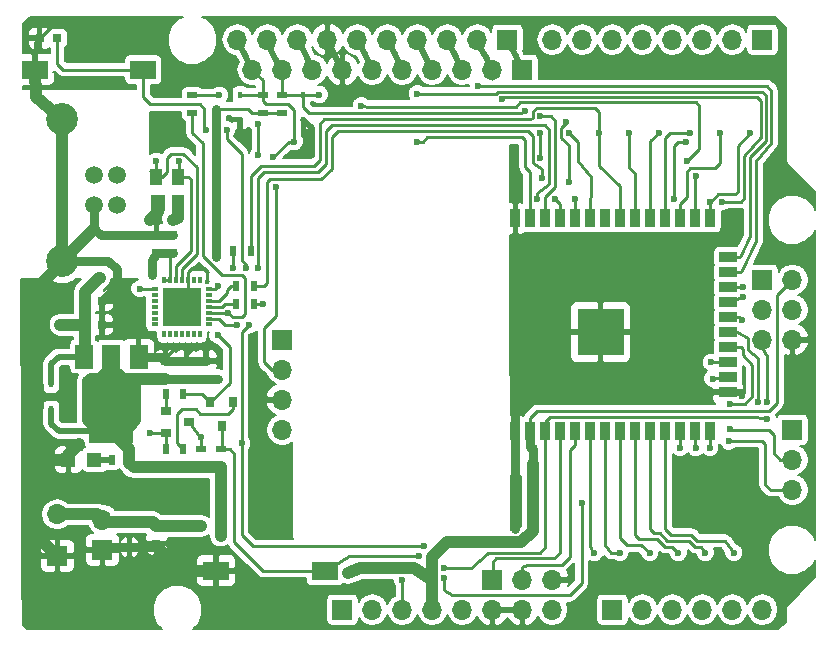
<source format=gtl>
G04 #@! TF.FileFunction,Copper,L1,Top,Signal*
%FSLAX46Y46*%
G04 Gerber Fmt 4.6, Leading zero omitted, Abs format (unit mm)*
G04 Created by KiCad (PCBNEW 4.0.6) date 06/05/17 08:14:13*
%MOMM*%
%LPD*%
G01*
G04 APERTURE LIST*
%ADD10C,0.100000*%
%ADD11R,1.700000X1.700000*%
%ADD12O,1.700000X1.700000*%
%ADD13R,0.800000X0.750000*%
%ADD14R,0.750000X0.800000*%
%ADD15R,1.200000X1.200000*%
%ADD16R,0.450000X0.600000*%
%ADD17R,0.800000X0.900000*%
%ADD18R,0.900000X0.800000*%
%ADD19R,0.500000X0.900000*%
%ADD20R,0.900000X0.500000*%
%ADD21R,3.800000X2.000000*%
%ADD22R,1.500000X2.000000*%
%ADD23R,2.180000X1.600000*%
%ADD24C,1.520000*%
%ADD25C,2.700000*%
%ADD26R,0.899160X1.498600*%
%ADD27R,1.498600X0.899160*%
%ADD28R,4.000000X4.000000*%
%ADD29R,0.299720X0.599440*%
%ADD30R,0.599440X0.299720*%
%ADD31R,3.299460X3.299460*%
%ADD32R,0.434340X0.434340*%
%ADD33R,1.200000X1.400000*%
%ADD34R,1.000000X1.400000*%
%ADD35C,0.600000*%
%ADD36C,1.000000*%
%ADD37C,0.250000*%
%ADD38C,0.500000*%
%ADD39C,0.750000*%
%ADD40C,0.203200*%
G04 APERTURE END LIST*
D10*
D11*
X165100000Y-129540000D03*
D12*
X167640000Y-129540000D03*
X170180000Y-129540000D03*
X172720000Y-129540000D03*
X175260000Y-129540000D03*
X177800000Y-129540000D03*
D13*
X120408000Y-103378000D03*
X121908000Y-103378000D03*
X120408000Y-105410000D03*
X121908000Y-105410000D03*
D14*
X130683000Y-109970000D03*
X130683000Y-108470000D03*
D15*
X121242000Y-116840000D03*
X119042000Y-116840000D03*
D16*
X117602000Y-110456000D03*
X117602000Y-112556000D03*
D11*
X156210000Y-81280000D03*
D12*
X153670000Y-81280000D03*
X151130000Y-81280000D03*
X148590000Y-81280000D03*
X146050000Y-81280000D03*
X143510000Y-81280000D03*
X140970000Y-81280000D03*
X138430000Y-81280000D03*
X135890000Y-81280000D03*
X133350000Y-81280000D03*
D11*
X177800000Y-81280000D03*
D12*
X175260000Y-81280000D03*
X172720000Y-81280000D03*
X170180000Y-81280000D03*
X167640000Y-81280000D03*
X165100000Y-81280000D03*
X162560000Y-81280000D03*
X160020000Y-81280000D03*
D11*
X142240000Y-129540000D03*
D12*
X144780000Y-129540000D03*
X147320000Y-129540000D03*
X149860000Y-129540000D03*
X152400000Y-129540000D03*
X154940000Y-129540000D03*
X157480000Y-129540000D03*
X160020000Y-129540000D03*
D17*
X132953800Y-111979200D03*
X131053800Y-111979200D03*
X132003800Y-113979200D03*
D18*
X127270000Y-112715000D03*
X127270000Y-114615000D03*
X129270000Y-113665000D03*
D19*
X124194000Y-116840000D03*
X122694000Y-116840000D03*
D20*
X131953000Y-117463000D03*
X131953000Y-115963000D03*
D19*
X132981000Y-99187000D03*
X134481000Y-99187000D03*
X127266000Y-111252000D03*
X128766000Y-111252000D03*
X127266000Y-115951000D03*
X128766000Y-115951000D03*
D20*
X130302000Y-117463000D03*
X130302000Y-115963000D03*
X129540000Y-87491000D03*
X129540000Y-85991000D03*
D11*
X154940000Y-127000000D03*
D12*
X157480000Y-127000000D03*
X160020000Y-127000000D03*
D21*
X122682000Y-114402000D03*
D22*
X122682000Y-108102000D03*
X120382000Y-108102000D03*
X124982000Y-108102000D03*
D23*
X140734000Y-126238000D03*
X131554000Y-126238000D03*
X125367000Y-83820000D03*
X116187000Y-83820000D03*
D24*
X123190000Y-92710000D03*
X123190000Y-95250000D03*
X121190000Y-95250000D03*
X121190000Y-92710000D03*
D25*
X118490000Y-87980000D03*
X118490000Y-99980000D03*
D16*
X124206000Y-122140000D03*
X124206000Y-124240000D03*
D11*
X121920000Y-124460000D03*
D12*
X121920000Y-121920000D03*
D14*
X126492000Y-122440000D03*
X126492000Y-123940000D03*
D26*
X156893260Y-114409220D03*
X158163260Y-114409220D03*
X159433260Y-114409220D03*
X160703260Y-114409220D03*
X161973260Y-114409220D03*
X163243260Y-114409220D03*
X164513260Y-114409220D03*
X165780720Y-114409220D03*
X167050720Y-114409220D03*
X168320720Y-114409220D03*
X169590720Y-114409220D03*
X170860720Y-114409220D03*
X172130720Y-114409220D03*
X173400720Y-114409220D03*
D27*
X174891700Y-111125000D03*
X174891700Y-109855000D03*
X174891700Y-108585000D03*
X174891700Y-107315000D03*
X174891700Y-106045000D03*
X174891700Y-104775000D03*
X174891700Y-103505000D03*
X174891700Y-102235000D03*
X174891700Y-100965000D03*
X174891700Y-99695000D03*
D26*
X173400720Y-96410780D03*
X172130720Y-96410780D03*
X170860720Y-96410780D03*
X169590720Y-96410780D03*
X168320720Y-96410780D03*
X167050720Y-96410780D03*
X165780720Y-96410780D03*
X164513260Y-96410780D03*
X163243260Y-96410780D03*
X161973260Y-96410780D03*
X160703260Y-96410780D03*
X159433260Y-96410780D03*
X158163260Y-96410780D03*
X156893260Y-96410780D03*
D28*
X164092000Y-106045000D03*
D14*
X127254000Y-109970000D03*
X127254000Y-108470000D03*
D13*
X158357000Y-117221000D03*
X156857000Y-117221000D03*
D14*
X129032000Y-109970000D03*
X129032000Y-108470000D03*
X126492000Y-99302000D03*
X126492000Y-97802000D03*
X127889000Y-99302000D03*
X127889000Y-97802000D03*
D13*
X158357000Y-115951000D03*
X156857000Y-115951000D03*
D16*
X133604000Y-85945000D03*
X133604000Y-88045000D03*
X138938000Y-85945000D03*
X138938000Y-88045000D03*
D11*
X180340000Y-114300000D03*
D12*
X180340000Y-116840000D03*
X180340000Y-119380000D03*
D11*
X177800000Y-101600000D03*
D12*
X180340000Y-101600000D03*
X177800000Y-104140000D03*
X180340000Y-104140000D03*
X177800000Y-106680000D03*
X180340000Y-106680000D03*
D19*
X133235000Y-103632000D03*
X134735000Y-103632000D03*
X133235000Y-102108000D03*
X134735000Y-102108000D03*
D29*
X130149600Y-101587300D03*
X129649220Y-101587300D03*
X129148840Y-101587300D03*
X128651000Y-101587300D03*
X128153160Y-101587300D03*
X127652780Y-101587300D03*
X127152400Y-101587300D03*
D30*
X126352300Y-102387400D03*
X126352300Y-102887780D03*
X126352300Y-103388160D03*
X126352300Y-103886000D03*
X126352300Y-104383840D03*
X126352300Y-104884220D03*
X126352300Y-105384600D03*
D29*
X127152400Y-106184700D03*
X127652780Y-106184700D03*
X128153160Y-106184700D03*
X128651000Y-106184700D03*
X129148840Y-106184700D03*
X129649220Y-106184700D03*
X130149600Y-106184700D03*
D30*
X130949700Y-105384600D03*
X130949700Y-104884220D03*
X130949700Y-104383840D03*
X130949700Y-103886000D03*
X130949700Y-103388160D03*
X130949700Y-102887780D03*
X130949700Y-102387400D03*
D31*
X128651000Y-103886000D03*
D32*
X130751580Y-101785420D03*
D33*
X126611000Y-95080000D03*
D34*
X128331000Y-95080000D03*
X128331000Y-92880000D03*
X126431000Y-92880000D03*
D20*
X135509000Y-87491000D03*
X135509000Y-85991000D03*
X137160000Y-87491000D03*
X137160000Y-85991000D03*
D13*
X118098000Y-81153000D03*
X116598000Y-81153000D03*
D11*
X157480000Y-83820000D03*
D12*
X154940000Y-83820000D03*
X152400000Y-83820000D03*
X149860000Y-83820000D03*
X147320000Y-83820000D03*
X144780000Y-83820000D03*
X142240000Y-83820000D03*
X139700000Y-83820000D03*
X137160000Y-83820000D03*
X134620000Y-83820000D03*
D11*
X137160000Y-106680000D03*
D12*
X137160000Y-109220000D03*
X137160000Y-111760000D03*
X137160000Y-114300000D03*
D11*
X118110000Y-124968000D03*
D12*
X118110000Y-121468000D03*
D35*
X130302000Y-122428000D03*
X125095000Y-102362000D03*
X118364000Y-105410000D03*
X127889000Y-96520000D03*
X121666000Y-101409500D03*
X156908500Y-92583000D03*
X119951500Y-115506500D03*
X115824000Y-116840000D03*
X139446000Y-129984500D03*
X128651000Y-125285500D03*
X125984000Y-96520000D03*
X129794000Y-105029000D03*
X128651000Y-103886000D03*
X129794000Y-107188000D03*
X128143000Y-107315000D03*
X127635000Y-104902000D03*
X124206000Y-80772000D03*
X179324000Y-92075000D03*
X172085000Y-118491000D03*
X176403000Y-118110000D03*
X139700000Y-91059000D03*
X129413000Y-90170000D03*
X130048000Y-100584000D03*
X133604000Y-89154000D03*
X176047400Y-111404400D03*
X156845000Y-122682000D03*
X139674600Y-89128600D03*
X156972000Y-112903000D03*
X156972000Y-98171000D03*
X165481000Y-107442000D03*
X165481000Y-106172000D03*
X165481000Y-104648000D03*
X164084000Y-104648000D03*
X164084000Y-106045000D03*
X162814000Y-107442000D03*
X162814000Y-106172000D03*
X162814000Y-104648000D03*
X164084000Y-107442000D03*
X131953000Y-118745000D03*
X142684500Y-126428500D03*
X131953000Y-123253500D03*
X131572000Y-87122000D03*
X131572000Y-99695000D03*
X126111000Y-101219000D03*
X131699000Y-109982000D03*
X176047400Y-105029000D03*
X135128000Y-91059000D03*
X135128000Y-88392000D03*
X140271500Y-85915500D03*
X131826000Y-85979000D03*
X157734000Y-87312500D03*
X159004000Y-87757000D03*
X136652000Y-93726000D03*
X136398000Y-91186000D03*
X138176000Y-89916000D03*
X148590000Y-89916000D03*
X148590000Y-85852000D03*
X171450000Y-91503500D03*
X172148500Y-92773500D03*
X143827500Y-86868000D03*
X169037000Y-89154000D03*
X174244000Y-89154000D03*
X174942500Y-115252500D03*
X173482000Y-108585000D03*
X175082200Y-114223800D03*
X175082200Y-112090200D03*
X177393600Y-111988600D03*
X176149000Y-103073200D03*
X176123600Y-102235000D03*
X149161500Y-124142500D03*
X147320000Y-127000000D03*
X150876000Y-125984000D03*
X132461000Y-88900000D03*
X130683000Y-88900000D03*
X134112000Y-100584000D03*
X134366000Y-105410000D03*
X133731000Y-115443000D03*
X130302000Y-114935000D03*
X178206400Y-111963200D03*
X178206400Y-113411000D03*
X162483800Y-120459500D03*
X150876000Y-126809500D03*
X173355000Y-94996000D03*
X148717000Y-124968000D03*
X176784000Y-89154000D03*
X163957000Y-89154000D03*
X168275000Y-124714000D03*
X170688000Y-124714000D03*
X163576000Y-124714000D03*
X165735000Y-124714000D03*
X172974000Y-124714000D03*
X175387000Y-124714000D03*
X170815000Y-115824000D03*
X161163000Y-88265000D03*
X161417000Y-93345000D03*
X161417000Y-89154000D03*
X166497000Y-89154000D03*
X171704000Y-89154000D03*
X172148500Y-115824000D03*
X171323000Y-89916000D03*
X170307000Y-94742000D03*
X153733500Y-85217000D03*
X173609000Y-109982000D03*
X155752800Y-86309200D03*
X174371000Y-94996000D03*
X159004000Y-89154000D03*
X159004000Y-91313000D03*
X173355000Y-115824000D03*
X135509000Y-103632000D03*
X135128000Y-100584000D03*
X158750000Y-94742000D03*
X160274000Y-94742000D03*
X161925000Y-94742000D03*
X159131000Y-92964000D03*
X126492000Y-91567000D03*
X128397000Y-91567000D03*
X131699000Y-102108000D03*
X131699000Y-106299000D03*
X132588000Y-104394000D03*
X125984000Y-114554000D03*
X133350000Y-105410000D03*
X132969000Y-100584000D03*
D36*
X126492000Y-122440000D02*
X130290000Y-122440000D01*
X130290000Y-122440000D02*
X130302000Y-122428000D01*
X124206000Y-122140000D02*
X126192000Y-122140000D01*
X126192000Y-122140000D02*
X126492000Y-122440000D01*
X124206000Y-122140000D02*
X122140000Y-122140000D01*
X122140000Y-122140000D02*
X121920000Y-121920000D01*
X118110000Y-121468000D02*
X121468000Y-121468000D01*
X121468000Y-121468000D02*
X121920000Y-121920000D01*
D37*
X125120400Y-102387400D02*
X126352300Y-102387400D01*
X125095000Y-102362000D02*
X125120400Y-102387400D01*
D36*
X120408000Y-105410000D02*
X118364000Y-105410000D01*
X127889000Y-96520000D02*
X128331000Y-96332000D01*
X128331000Y-96332000D02*
X128331000Y-95080000D01*
X120408000Y-105410000D02*
X120408000Y-108076000D01*
X120408000Y-108076000D02*
X120382000Y-108102000D01*
X120408000Y-103378000D02*
X120408000Y-105410000D01*
X120408000Y-103378000D02*
X120408000Y-102667500D01*
X120408000Y-102667500D02*
X121666000Y-101409500D01*
D38*
X120396000Y-103366000D02*
X120408000Y-103378000D01*
D36*
X121666000Y-101409500D02*
X121678000Y-101421500D01*
D38*
X120382000Y-108102000D02*
X118212000Y-108102000D01*
X118212000Y-108102000D02*
X117602000Y-108712000D01*
X117602000Y-108712000D02*
X117602000Y-110456000D01*
D37*
X120408000Y-108076000D02*
X120382000Y-108102000D01*
X156893260Y-96410780D02*
X156893260Y-92598240D01*
X156893260Y-92598240D02*
X156908500Y-92583000D01*
D36*
X119951500Y-115506500D02*
X119042000Y-116416000D01*
X119042000Y-116416000D02*
X119042000Y-116840000D01*
X119042000Y-116840000D02*
X115824000Y-116840000D01*
D39*
X128651000Y-125285500D02*
X127837500Y-125285500D01*
X127837500Y-125285500D02*
X126492000Y-123940000D01*
X124206000Y-124240000D02*
X126192000Y-124240000D01*
X126192000Y-124240000D02*
X126492000Y-123940000D01*
X124206000Y-124240000D02*
X122140000Y-124240000D01*
D36*
X122140000Y-124240000D02*
X121920000Y-124460000D01*
X115824000Y-102870000D02*
X115824000Y-116268500D01*
X115824000Y-116268500D02*
X115824000Y-122682000D01*
X118490000Y-100204000D02*
X115824000Y-102870000D01*
X115824000Y-122682000D02*
X118110000Y-124968000D01*
X131554000Y-126238000D02*
X129603500Y-126238000D01*
X129603500Y-126238000D02*
X128651000Y-125285500D01*
X126611000Y-95080000D02*
X126611000Y-95893000D01*
X126611000Y-95893000D02*
X125984000Y-96520000D01*
D37*
X129794000Y-105029000D02*
X128651000Y-103886000D01*
X129032000Y-107950000D02*
X129032000Y-108470000D01*
X129794000Y-107188000D02*
X129032000Y-107950000D01*
X127254000Y-108470000D02*
X127254000Y-108204000D01*
X127254000Y-108204000D02*
X128143000Y-107315000D01*
X127635000Y-104902000D02*
X128651000Y-103886000D01*
X124206000Y-80772000D02*
X123063000Y-79629000D01*
X123063000Y-79629000D02*
X118122000Y-79629000D01*
X118122000Y-79629000D02*
X116598000Y-81153000D01*
X176403000Y-118110000D02*
X172466000Y-118110000D01*
X172466000Y-118110000D02*
X172085000Y-118491000D01*
D38*
X139674600Y-89128600D02*
X139674600Y-91033600D01*
X139674600Y-91033600D02*
X139700000Y-91059000D01*
D37*
X130751580Y-101785420D02*
X130751580Y-100779580D01*
X130751580Y-100779580D02*
X130556000Y-100584000D01*
X130556000Y-100584000D02*
X130048000Y-100584000D01*
X129540000Y-100584000D02*
X130048000Y-100584000D01*
X129148840Y-100975160D02*
X129540000Y-100584000D01*
X129148840Y-101587300D02*
X129148840Y-100975160D01*
D39*
X126492000Y-97802000D02*
X121793000Y-97790000D01*
X121793000Y-97790000D02*
X121190000Y-97280000D01*
X121190000Y-97280000D02*
X121190000Y-95250000D01*
X127889000Y-97802000D02*
X126492000Y-97802000D01*
D37*
X116598000Y-81153000D02*
X116586000Y-81153000D01*
X116586000Y-81153000D02*
X116187000Y-81552000D01*
X116187000Y-81552000D02*
X116187000Y-83820000D01*
D39*
X116217000Y-83790000D02*
X116187000Y-83820000D01*
D38*
X133604000Y-89154000D02*
X133604000Y-88045000D01*
X139674600Y-89128600D02*
X139674600Y-88781600D01*
X139674600Y-88781600D02*
X138938000Y-88045000D01*
D37*
X121190000Y-95250000D02*
X121190000Y-94964000D01*
X129148840Y-101587300D02*
X129148840Y-103388160D01*
X129148840Y-103388160D02*
X128651000Y-103886000D01*
X174891700Y-111125000D02*
X175996600Y-111353600D01*
X175996600Y-111353600D02*
X176047400Y-111404400D01*
D39*
X156845000Y-122682000D02*
X156845000Y-117233000D01*
X156845000Y-117233000D02*
X156857000Y-117221000D01*
D37*
X174891700Y-111125000D02*
X164465000Y-111125000D01*
X164092000Y-110752000D02*
X164092000Y-106045000D01*
X164465000Y-111125000D02*
X164092000Y-110752000D01*
D39*
X124982000Y-108102000D02*
X126886000Y-108102000D01*
X126886000Y-108102000D02*
X127254000Y-108470000D01*
X129032000Y-108470000D02*
X127254000Y-108470000D01*
X130683000Y-108470000D02*
X129032000Y-108470000D01*
D38*
X142210500Y-83849500D02*
X142240000Y-83820000D01*
D39*
X156893260Y-114409220D02*
X156893260Y-112981740D01*
X156893260Y-112981740D02*
X156972000Y-112903000D01*
D37*
X156893260Y-112981740D02*
X156972000Y-112903000D01*
D39*
X156857000Y-115951000D02*
X156857000Y-114445480D01*
X156857000Y-114445480D02*
X156893260Y-114409220D01*
X156857000Y-117221000D02*
X156857000Y-115951000D01*
D38*
X121190000Y-95250000D02*
X121190000Y-94964000D01*
D39*
X118490000Y-99980000D02*
X122395500Y-99980000D01*
X123126500Y-102159500D02*
X121908000Y-103378000D01*
X123126500Y-100711000D02*
X123126500Y-102159500D01*
X122395500Y-99980000D02*
X123126500Y-100711000D01*
D37*
X156893260Y-96410780D02*
X156893260Y-98092260D01*
X156893260Y-98092260D02*
X156972000Y-98171000D01*
X165481000Y-107442000D02*
X164203000Y-106045000D01*
X164203000Y-106045000D02*
X164084000Y-106045000D01*
X165481000Y-106172000D02*
X165354000Y-106045000D01*
X165354000Y-106045000D02*
X164084000Y-106045000D01*
X165481000Y-104648000D02*
X164203000Y-106045000D01*
X164203000Y-106045000D02*
X164084000Y-106045000D01*
X164084000Y-104648000D02*
X164092000Y-104656000D01*
X164092000Y-104656000D02*
X164084000Y-106045000D01*
X162814000Y-107442000D02*
X164084000Y-106164000D01*
X164084000Y-106164000D02*
X164084000Y-106045000D01*
X162814000Y-106172000D02*
X162941000Y-106045000D01*
X162941000Y-106045000D02*
X164084000Y-106045000D01*
X162814000Y-104648000D02*
X164084000Y-105926000D01*
X164084000Y-105926000D02*
X164084000Y-106045000D01*
X164084000Y-107442000D02*
X164092000Y-107434000D01*
X164092000Y-107434000D02*
X164084000Y-106045000D01*
X165227000Y-104648000D02*
X164084000Y-105910000D01*
D38*
X124172000Y-124206000D02*
X124206000Y-124240000D01*
D37*
X118490000Y-99980000D02*
X118490000Y-100204000D01*
X127279400Y-108304200D02*
X127279400Y-108280200D01*
X121908000Y-105410000D02*
X124206000Y-105410000D01*
X124206000Y-105410000D02*
X124982000Y-106186000D01*
X124982000Y-106186000D02*
X124982000Y-108102000D01*
X121908000Y-103378000D02*
X121908000Y-105410000D01*
D38*
X121190000Y-95250000D02*
X121190000Y-97280000D01*
D36*
X121190000Y-97280000D02*
X118490000Y-99980000D01*
X116187000Y-83820000D02*
X116255800Y-86156800D01*
X116255800Y-86156800D02*
X118490000Y-87980000D01*
X118490000Y-87980000D02*
X118490000Y-99980000D01*
D38*
X140970000Y-81280000D02*
X141583253Y-82629158D01*
X141583253Y-82629158D02*
X142240000Y-83820000D01*
D37*
X164084000Y-104648000D02*
X164592000Y-104140000D01*
X164076000Y-105918000D02*
X163822000Y-105918000D01*
X174853600Y-111163100D02*
X174891700Y-111125000D01*
X174891700Y-111125000D02*
X174891700Y-111239300D01*
D38*
X157480000Y-129540000D02*
X154940000Y-129540000D01*
D36*
X131953000Y-118745000D02*
X131953000Y-118872000D01*
D38*
X131826000Y-118872000D02*
X131953000Y-118872000D01*
X131953000Y-118872000D02*
X131826000Y-118872000D01*
X131826000Y-118872000D02*
X131953000Y-118872000D01*
D36*
X131953000Y-117463000D02*
X131953000Y-118872000D01*
X131953000Y-118872000D02*
X131953000Y-123253500D01*
X149860000Y-127000000D02*
X149860000Y-129540000D01*
X148272500Y-125984000D02*
X149860000Y-127000000D01*
X143764000Y-125984000D02*
X148272500Y-125984000D01*
X142684500Y-126428500D02*
X143764000Y-125984000D01*
X158357000Y-122846400D02*
X158352098Y-122846400D01*
X158352098Y-122846400D02*
X157373498Y-123825000D01*
X157373498Y-123825000D02*
X151066500Y-123825000D01*
X151066500Y-123825000D02*
X149860000Y-125031500D01*
X149860000Y-125031500D02*
X149860000Y-129540000D01*
X158357000Y-117221000D02*
X158357000Y-122846400D01*
X121920000Y-109982000D02*
X121348500Y-109982000D01*
X121348500Y-109982000D02*
X120967500Y-110363000D01*
X120967500Y-110363000D02*
X120967500Y-113220500D01*
X120967500Y-113220500D02*
X122149000Y-114402000D01*
X122149000Y-114402000D02*
X122682000Y-114402000D01*
X122682000Y-108102000D02*
X122682000Y-109220000D01*
X122682000Y-109220000D02*
X121920000Y-109982000D01*
X121920000Y-109982000D02*
X121856500Y-110045500D01*
X121856500Y-110045500D02*
X121856500Y-113576500D01*
X121856500Y-113576500D02*
X122682000Y-114402000D01*
X124702000Y-109970000D02*
X124702000Y-109994000D01*
X124702000Y-109994000D02*
X124206000Y-110490000D01*
X124206000Y-110490000D02*
X124206000Y-112878000D01*
X124206000Y-112878000D02*
X122682000Y-114402000D01*
X123622500Y-109970000D02*
X123622500Y-113461500D01*
X123622500Y-113461500D02*
X122682000Y-114402000D01*
X124702000Y-109970000D02*
X124702000Y-113423000D01*
X124702000Y-113423000D02*
X124650500Y-113474500D01*
D38*
X122682000Y-108102000D02*
X122682000Y-109029500D01*
X122682000Y-109029500D02*
X123622500Y-109970000D01*
X123622500Y-109970000D02*
X124702000Y-109970000D01*
X124702000Y-109970000D02*
X124968000Y-110236000D01*
X124968000Y-110236000D02*
X124968000Y-113538000D01*
X124968000Y-113538000D02*
X124294500Y-114402000D01*
X124294500Y-114402000D02*
X122682000Y-114402000D01*
X122682000Y-108102000D02*
X122682000Y-108648500D01*
X122682000Y-108648500D02*
X121602500Y-109728000D01*
X121602500Y-109728000D02*
X120840500Y-109728000D01*
X120840500Y-109728000D02*
X120459500Y-110109000D01*
X120459500Y-110109000D02*
X120459500Y-113538000D01*
X120459500Y-113538000D02*
X121323500Y-114402000D01*
X121323500Y-114402000D02*
X122682000Y-114402000D01*
D36*
X122682000Y-108102000D02*
X122682000Y-109029500D01*
X122682000Y-109029500D02*
X123622500Y-109970000D01*
X123622500Y-109970000D02*
X127254000Y-109970000D01*
D38*
X117602000Y-112556000D02*
X117602000Y-113792000D01*
X117602000Y-113792000D02*
X118212000Y-114402000D01*
X118212000Y-114402000D02*
X122682000Y-114402000D01*
D36*
X122682000Y-108102000D02*
X122682000Y-108839000D01*
X122682000Y-108102000D02*
X122682000Y-109728000D01*
X122682000Y-108102000D02*
X122682000Y-109728000D01*
X122682000Y-108102000D02*
X122682000Y-108966000D01*
X122682000Y-108102000D02*
X122682000Y-108966000D01*
X122682000Y-108102000D02*
X122682000Y-108966000D01*
D37*
X135509000Y-87491000D02*
X134608000Y-87491000D01*
X134608000Y-87491000D02*
X134239000Y-87122000D01*
X134239000Y-87122000D02*
X131572000Y-87122000D01*
D39*
X131572000Y-99695000D02*
X131572000Y-87122000D01*
D37*
X127652780Y-101587300D02*
X127652780Y-99538220D01*
X127652780Y-99538220D02*
X127889000Y-99302000D01*
X127152400Y-101587300D02*
X127652780Y-101587300D01*
D39*
X126492000Y-99302000D02*
X127889000Y-99302000D01*
X126111000Y-101219000D02*
X126111000Y-99949000D01*
X126111000Y-99949000D02*
X126492000Y-99441000D01*
X126492000Y-99441000D02*
X126492000Y-99302000D01*
X131699000Y-109982000D02*
X130695000Y-109982000D01*
D38*
X130695000Y-109982000D02*
X130683000Y-109970000D01*
D37*
X137160000Y-87491000D02*
X135509000Y-87491000D01*
D36*
X124194000Y-116840000D02*
X124194000Y-117082000D01*
X124194000Y-117082000D02*
X124575000Y-117463000D01*
X124575000Y-117463000D02*
X130302000Y-117463000D01*
X124194000Y-116840000D02*
X124194000Y-115914000D01*
X124194000Y-115914000D02*
X122682000Y-114402000D01*
D39*
X127254000Y-109970000D02*
X129032000Y-109970000D01*
X129032000Y-109970000D02*
X130683000Y-109970000D01*
D37*
X158163260Y-114409220D02*
X158163260Y-113286540D01*
X179044600Y-102895400D02*
X180340000Y-101600000D01*
X179044600Y-112064800D02*
X179044600Y-102895400D01*
X178384200Y-112725200D02*
X179044600Y-112064800D01*
X158724600Y-112725200D02*
X178384200Y-112725200D01*
X158163260Y-113286540D02*
X158724600Y-112725200D01*
D39*
X158163260Y-114409220D02*
X158163260Y-115757260D01*
X158163260Y-115757260D02*
X158357000Y-115951000D01*
X158357000Y-117221000D02*
X158357000Y-115951000D01*
D36*
X131953000Y-117463000D02*
X130302000Y-117463000D01*
X122682000Y-114046000D02*
X122682000Y-114402000D01*
X122682000Y-108102000D02*
X122682000Y-108331000D01*
X122682000Y-108102000D02*
X122682000Y-108458000D01*
X122682000Y-108102000D02*
X122682000Y-114402000D01*
D38*
X138430000Y-81280000D02*
X139065000Y-82423000D01*
X139065000Y-82423000D02*
X139700000Y-83820000D01*
D37*
X174891700Y-104775000D02*
X175793400Y-104775000D01*
X175793400Y-104775000D02*
X176047400Y-105029000D01*
X135128000Y-91059000D02*
X135128000Y-88392000D01*
X140271500Y-85915500D02*
X140242000Y-85945000D01*
X138938000Y-85945000D02*
X140242000Y-85945000D01*
X131826000Y-85979000D02*
X131814000Y-85991000D01*
X131814000Y-85991000D02*
X129540000Y-85991000D01*
X137160000Y-85991000D02*
X137160000Y-83820000D01*
X138938000Y-85945000D02*
X137206000Y-85945000D01*
X137206000Y-85945000D02*
X137160000Y-85991000D01*
X138938000Y-85979000D02*
X138938000Y-85970400D01*
X138938000Y-85979000D02*
X138938000Y-86995000D01*
X160274000Y-93726000D02*
X160274000Y-88138000D01*
X159433260Y-94566740D02*
X160274000Y-93726000D01*
X159004000Y-87757000D02*
X159893000Y-87757000D01*
X157353000Y-87503000D02*
X157734000Y-87312500D01*
X139446000Y-87503000D02*
X157353000Y-87503000D01*
X159893000Y-87757000D02*
X160274000Y-88138000D01*
X159433260Y-94566740D02*
X159433260Y-96410780D01*
X138938000Y-86995000D02*
X139446000Y-87503000D01*
D38*
X135890000Y-81280000D02*
X136398000Y-82550000D01*
X136398000Y-82550000D02*
X137160000Y-83820000D01*
D37*
X136652000Y-93726000D02*
X136652000Y-104648000D01*
X138176000Y-89916000D02*
X137731500Y-89916000D01*
X137731500Y-89916000D02*
X136398000Y-91186000D01*
X136271000Y-109220000D02*
X137160000Y-109220000D01*
X135636000Y-108585000D02*
X136271000Y-109220000D01*
X135636000Y-105664000D02*
X135636000Y-108585000D01*
X136652000Y-104648000D02*
X135636000Y-105664000D01*
X135509000Y-85991000D02*
X135509000Y-86487000D01*
X135509000Y-86487000D02*
X135763000Y-86741000D01*
X135763000Y-86741000D02*
X137668000Y-86741000D01*
X137668000Y-86741000D02*
X138176000Y-87249000D01*
X138176000Y-87249000D02*
X138176000Y-89916000D01*
X135509000Y-85991000D02*
X135509000Y-84709000D01*
X135509000Y-84709000D02*
X134620000Y-83820000D01*
X133604000Y-85945000D02*
X135463000Y-85945000D01*
X135463000Y-85945000D02*
X135509000Y-85991000D01*
X158115000Y-96362520D02*
X158115000Y-92456000D01*
X157734000Y-92075000D02*
X158115000Y-92456000D01*
X157734000Y-89789000D02*
X157734000Y-92075000D01*
X157480000Y-89535000D02*
X157734000Y-89789000D01*
X149421002Y-89535000D02*
X157480000Y-89535000D01*
X149040002Y-89916000D02*
X149421002Y-89535000D01*
X148590000Y-89916000D02*
X149040002Y-89916000D01*
X158115000Y-96362520D02*
X158163260Y-96410780D01*
D38*
X133350000Y-81280000D02*
X133985000Y-82550000D01*
X133985000Y-82550000D02*
X134620000Y-83820000D01*
D37*
X155378998Y-85667002D02*
X155378998Y-85730502D01*
X178111998Y-85979000D02*
X178111998Y-89858002D01*
X178111998Y-89858002D02*
X176784000Y-91186000D01*
X155378998Y-85667002D02*
X177800000Y-85667002D01*
X176784000Y-97917000D02*
X176784000Y-91186000D01*
X175895000Y-99695000D02*
X176784000Y-97917000D01*
X174891700Y-99695000D02*
X175895000Y-99695000D01*
X177800000Y-85667002D02*
X178111998Y-85979000D01*
X155257500Y-85852000D02*
X148590000Y-85852000D01*
X155378998Y-85730502D02*
X155257500Y-85852000D01*
X172180250Y-86582250D02*
X172466000Y-86868000D01*
X143827500Y-86868000D02*
X144589500Y-86931500D01*
X157276800Y-86588564D02*
X157276800Y-86588600D01*
X172130720Y-92791280D02*
X172130720Y-96410780D01*
X172148500Y-92773500D02*
X172130720Y-92791280D01*
X156921200Y-86944200D02*
X144589500Y-86931500D01*
X157276800Y-86588600D02*
X156921200Y-86944200D01*
X157276800Y-86588564D02*
X172180250Y-86582250D01*
X172466000Y-90487500D02*
X171450000Y-91503500D01*
X172466000Y-86868000D02*
X172466000Y-90487500D01*
X143827500Y-86918800D02*
X143827500Y-86868000D01*
X168320720Y-89870280D02*
X168320720Y-96410780D01*
X169037000Y-89154000D02*
X168320720Y-89870280D01*
X174244000Y-89154000D02*
X174244000Y-90741500D01*
X174244000Y-90741500D02*
X174244000Y-91694000D01*
X171450000Y-92456000D02*
X171450000Y-94615000D01*
X171704000Y-92138500D02*
X171450000Y-92456000D01*
X173799500Y-92138500D02*
X171704000Y-92138500D01*
X174244000Y-91694000D02*
X173799500Y-92138500D01*
X170860720Y-95204280D02*
X170860720Y-96410780D01*
X171450000Y-94615000D02*
X170860720Y-95204280D01*
X170942000Y-96492060D02*
X170860720Y-96410780D01*
X177800000Y-115252500D02*
X178054000Y-115506500D01*
X174942500Y-115252500D02*
X177800000Y-115252500D01*
X174891700Y-108585000D02*
X173482000Y-108585000D01*
X178498500Y-119380000D02*
X180340000Y-119380000D01*
X178054000Y-118935500D02*
X178498500Y-119380000D01*
X178054000Y-115506500D02*
X178054000Y-118935500D01*
X174891700Y-107315000D02*
X175945800Y-107315000D01*
X179273200Y-116840000D02*
X180340000Y-116840000D01*
X178739800Y-116306600D02*
X179273200Y-116840000D01*
X178739800Y-114706400D02*
X178739800Y-116306600D01*
X178358800Y-114325400D02*
X178739800Y-114706400D01*
X175183800Y-114325400D02*
X178358800Y-114325400D01*
X175082200Y-114223800D02*
X175183800Y-114325400D01*
X176301400Y-112090200D02*
X175082200Y-112090200D01*
X176943598Y-111448002D02*
X176301400Y-112090200D01*
X176943598Y-108795398D02*
X176943598Y-111448002D01*
X176123600Y-107975400D02*
X176943598Y-108795398D01*
X176123600Y-107492800D02*
X176123600Y-107975400D01*
X175945800Y-107315000D02*
X176123600Y-107492800D01*
X174891700Y-106045000D02*
X175666400Y-106045000D01*
X177393600Y-108254800D02*
X177393600Y-111988600D01*
X176580800Y-107518200D02*
X177393600Y-108254800D01*
X176580800Y-106553000D02*
X176580800Y-107518200D01*
X175666400Y-106045000D02*
X176580800Y-106553000D01*
X174891700Y-106045000D02*
X175539400Y-106045000D01*
X176098200Y-103022400D02*
X174891700Y-103505000D01*
X176149000Y-103073200D02*
X176098200Y-103022400D01*
X174891700Y-102235000D02*
X176123600Y-102235000D01*
X149161500Y-124142500D02*
X134683500Y-124142500D01*
X133731000Y-123190000D02*
X133731000Y-115443000D01*
X134683500Y-124142500D02*
X133731000Y-123190000D01*
X147320000Y-127000000D02*
X147320000Y-129540000D01*
X159433260Y-114409220D02*
X159433260Y-124233940D01*
X159004000Y-124714000D02*
X159433260Y-124233940D01*
X154559000Y-124714000D02*
X159004000Y-124714000D01*
X153098500Y-125984000D02*
X154559000Y-124714000D01*
X150876000Y-125984000D02*
X153098500Y-125984000D01*
X134112000Y-100584000D02*
X134112000Y-100330000D01*
X134112000Y-100330000D02*
X133731000Y-99949000D01*
X133731000Y-99949000D02*
X133731000Y-90932000D01*
X133731000Y-90932000D02*
X132461000Y-89662000D01*
X132461000Y-89662000D02*
X132461000Y-88900000D01*
X134112000Y-100584000D02*
X134112000Y-100457000D01*
X130683000Y-88900000D02*
X130556000Y-88773000D01*
X130556000Y-88773000D02*
X130556000Y-87122000D01*
X130556000Y-87122000D02*
X130175000Y-86741000D01*
X130175000Y-86741000D02*
X125984000Y-86741000D01*
X125984000Y-86741000D02*
X125367000Y-86124000D01*
X125367000Y-86124000D02*
X125367000Y-83820000D01*
X133731000Y-115443000D02*
X133731000Y-106045000D01*
X133731000Y-106045000D02*
X134366000Y-105410000D01*
X118098000Y-81153000D02*
X118110000Y-83312000D01*
X118110000Y-83312000D02*
X118618000Y-83820000D01*
X118618000Y-83820000D02*
X125367000Y-83820000D01*
X130302000Y-114935000D02*
X130159000Y-114935000D01*
X130318000Y-114919000D02*
X130302000Y-114935000D01*
X177800000Y-106680000D02*
X177800000Y-107416600D01*
X177800000Y-107416600D02*
X178206400Y-108077000D01*
X178206400Y-108077000D02*
X178206400Y-111963200D01*
X178206400Y-113411000D02*
X177241200Y-113258600D01*
X177241200Y-113258600D02*
X159791400Y-113258600D01*
X159791400Y-113258600D02*
X159433260Y-113616740D01*
X159433260Y-113616740D02*
X159433260Y-114409220D01*
X130302000Y-114935000D02*
X130302000Y-115963000D01*
X125367000Y-83820000D02*
X125519400Y-83990400D01*
X125519400Y-83990400D02*
X125933200Y-84404200D01*
X130159000Y-114935000D02*
X129270000Y-113665000D01*
X129286000Y-113649000D02*
X129270000Y-113665000D01*
X132953800Y-111979200D02*
X132953800Y-112537200D01*
X128244600Y-115429600D02*
X128766000Y-115951000D01*
X128244600Y-112979200D02*
X128244600Y-115429600D01*
X128651000Y-112572800D02*
X128244600Y-112979200D01*
X129819400Y-112572800D02*
X128651000Y-112572800D01*
X130200400Y-112953800D02*
X129819400Y-112572800D01*
X132537200Y-112953800D02*
X130200400Y-112953800D01*
X132953800Y-112537200D02*
X132537200Y-112953800D01*
X128839000Y-116024000D02*
X128766000Y-115951000D01*
X140734000Y-126238000D02*
X135509000Y-126238000D01*
X132727000Y-115963000D02*
X131953000Y-115963000D01*
X133096000Y-116332000D02*
X132727000Y-115963000D01*
X133096000Y-123825000D02*
X133096000Y-116332000D01*
X135509000Y-126238000D02*
X133096000Y-123825000D01*
X148717000Y-124968000D02*
X142811500Y-124968000D01*
X150876000Y-126809500D02*
X150876000Y-127825500D01*
X150876000Y-127825500D02*
X151511035Y-128305377D01*
X151511035Y-128305377D02*
X161480515Y-128300281D01*
X162483800Y-127304800D02*
X162483800Y-120459500D01*
X161480515Y-128300281D02*
X162483800Y-127304800D01*
X142811500Y-124968000D02*
X140734000Y-126238000D01*
X132003800Y-113979200D02*
X132003800Y-115912200D01*
X132003800Y-115912200D02*
X131953000Y-115963000D01*
X173355000Y-94996000D02*
X173418500Y-94996000D01*
X175704500Y-90233500D02*
X176784000Y-89154000D01*
X175704500Y-94170500D02*
X175704500Y-90233500D01*
X175514000Y-94361000D02*
X175704500Y-94170500D01*
X174053500Y-94361000D02*
X175514000Y-94361000D01*
X173418500Y-94996000D02*
X174053500Y-94361000D01*
X173400720Y-95041720D02*
X173355000Y-94996000D01*
X173400720Y-95041720D02*
X173400720Y-96410780D01*
X131969000Y-115947000D02*
X131953000Y-115963000D01*
X127266000Y-111252000D02*
X127266000Y-112711000D01*
X127266000Y-112711000D02*
X127270000Y-112715000D01*
X134481000Y-99187000D02*
X134481000Y-92849000D01*
X134481000Y-92849000D02*
X135382000Y-91948000D01*
X135382000Y-91948000D02*
X139827000Y-91948000D01*
X139827000Y-91948000D02*
X140335000Y-91440000D01*
X140335000Y-91440000D02*
X140335000Y-88392000D01*
X140335000Y-88392000D02*
X140716000Y-88011000D01*
X140716000Y-88011000D02*
X142875000Y-88011000D01*
X163957000Y-89154000D02*
X163957000Y-87416295D01*
X158115000Y-88011000D02*
X142875000Y-88011000D01*
X158369000Y-87884000D02*
X158115000Y-88011000D01*
X158369000Y-87312500D02*
X158369000Y-87884000D01*
X158750000Y-87058500D02*
X158369000Y-87312500D01*
X163599205Y-87058500D02*
X158750000Y-87058500D01*
X163957000Y-87416295D02*
X163599205Y-87058500D01*
X163957000Y-89154000D02*
X163957000Y-91948000D01*
X165780720Y-93644720D02*
X165780720Y-96410780D01*
X163957000Y-91948000D02*
X165780720Y-93644720D01*
X165780720Y-114409220D02*
X165780720Y-123489720D01*
X167513000Y-124079000D02*
X168275000Y-124714000D01*
X166370000Y-124079000D02*
X167513000Y-124079000D01*
X165780720Y-123489720D02*
X166370000Y-124079000D01*
X167050720Y-123235720D02*
X167386000Y-123571000D01*
X167386000Y-123571000D02*
X168910000Y-123571000D01*
X168910000Y-123571000D02*
X169545000Y-124206000D01*
X169545000Y-124206000D02*
X170180000Y-124206000D01*
X170180000Y-124206000D02*
X170688000Y-124714000D01*
X167050720Y-123235720D02*
X167050720Y-114409220D01*
X163576000Y-124714000D02*
X163449000Y-124714000D01*
X163243260Y-124127260D02*
X163243260Y-114409220D01*
X163449000Y-124714000D02*
X163243260Y-124127260D01*
X165735000Y-124714000D02*
X164973000Y-124714000D01*
X164465000Y-124079000D02*
X164513260Y-114409220D01*
X164973000Y-124714000D02*
X164465000Y-124079000D01*
X168320720Y-114409220D02*
X168320720Y-122727720D01*
X172593000Y-124206000D02*
X172974000Y-124714000D01*
X172085000Y-124206000D02*
X172593000Y-124206000D01*
X171577000Y-123698000D02*
X172085000Y-124206000D01*
X169741002Y-123698000D02*
X171577000Y-123698000D01*
X169106002Y-123063000D02*
X169741002Y-123698000D01*
X168656000Y-123063000D02*
X169106002Y-123063000D01*
X168320720Y-122727720D02*
X168656000Y-123063000D01*
X169590720Y-114409220D02*
X169590720Y-122727720D01*
X174625000Y-123698000D02*
X175387000Y-124714000D01*
X172281002Y-123698000D02*
X174625000Y-123698000D01*
X171773002Y-123190000D02*
X172281002Y-123698000D01*
X170053000Y-123190000D02*
X171773002Y-123190000D01*
X169590720Y-122727720D02*
X170053000Y-123190000D01*
X160729951Y-88720951D02*
X161163000Y-88287902D01*
X161163000Y-88287902D02*
X161163000Y-88265000D01*
X170860720Y-115778280D02*
X170815000Y-115824000D01*
X170860720Y-115778280D02*
X170860720Y-114409220D01*
X161417000Y-90170000D02*
X161417000Y-93345000D01*
X160729951Y-89597459D02*
X161417000Y-90170000D01*
X160729951Y-89597459D02*
X160729951Y-88720951D01*
X162176145Y-91569329D02*
X163263348Y-92902182D01*
X163263348Y-92902182D02*
X163243260Y-96410780D01*
X162170236Y-89907236D02*
X162176145Y-91569329D01*
X161417000Y-89154000D02*
X162170236Y-89907236D01*
X167050720Y-92628720D02*
X167050720Y-96410780D01*
X166497000Y-92075000D02*
X167050720Y-92628720D01*
X166497000Y-89154000D02*
X166497000Y-92075000D01*
X171704000Y-89154000D02*
X170014900Y-89154000D01*
X169590720Y-89578180D02*
X169590720Y-96410780D01*
X170014900Y-89154000D02*
X169590720Y-89578180D01*
X169773600Y-96227900D02*
X169590720Y-96410780D01*
X171323000Y-89916000D02*
X170688000Y-89916000D01*
X172130720Y-115806220D02*
X172148500Y-115824000D01*
X172130720Y-115806220D02*
X172130720Y-114409220D01*
X170307000Y-90297000D02*
X170307000Y-94742000D01*
X170688000Y-89916000D02*
X170307000Y-90297000D01*
X176022000Y-100965000D02*
X177292000Y-98298000D01*
X177292000Y-98298000D02*
X177292000Y-91567000D01*
X177292000Y-91567000D02*
X178562000Y-90043000D01*
X178562000Y-90043000D02*
X178562000Y-85598000D01*
X178562000Y-85598000D02*
X178181000Y-85217000D01*
X178181000Y-85217000D02*
X153733500Y-85217000D01*
X176022000Y-100965000D02*
X174891700Y-100965000D01*
X174891700Y-109855000D02*
X173532800Y-109905800D01*
X173532800Y-109905800D02*
X173609000Y-109982000D01*
X174371000Y-94996000D02*
X175958500Y-94996000D01*
X155752800Y-86309200D02*
X155930600Y-86131400D01*
X176244009Y-91086849D02*
X177661996Y-89482504D01*
X177661996Y-89482504D02*
X177661996Y-86423500D01*
X177661996Y-86423500D02*
X177342800Y-86131400D01*
X156845000Y-86131400D02*
X177342800Y-86131400D01*
X156845000Y-86131400D02*
X155930600Y-86131400D01*
X176244009Y-94710491D02*
X176244009Y-91086849D01*
X175958500Y-94996000D02*
X176244009Y-94710491D01*
X159004000Y-89154000D02*
X159004000Y-91313000D01*
X173355000Y-115824000D02*
X173355000Y-114454940D01*
X173355000Y-114454940D02*
X173400720Y-114409220D01*
X173400720Y-115778280D02*
X173355000Y-115824000D01*
X160703260Y-114409220D02*
X160703260Y-124640414D01*
X160629526Y-124714148D02*
X160121600Y-125145800D01*
X160121600Y-125145800D02*
X155257500Y-125145800D01*
X155257500Y-125145800D02*
X154948289Y-125485840D01*
X154948289Y-125485840D02*
X154940000Y-127000000D01*
X160703260Y-124640414D02*
X160629526Y-124714148D01*
X161973260Y-114409220D02*
X161973260Y-115597940D01*
X160799846Y-125712154D02*
X161528493Y-125058119D01*
X157480000Y-125958600D02*
X157480000Y-127000000D01*
X157860610Y-125712154D02*
X157480000Y-125958600D01*
X157860610Y-125712154D02*
X160799846Y-125712154D01*
X161528493Y-116042707D02*
X161528493Y-125058119D01*
X161973260Y-115597940D02*
X161528493Y-116042707D01*
D38*
X157480000Y-83820000D02*
X156895800Y-82651600D01*
X156895800Y-82651600D02*
X156210000Y-81280000D01*
D37*
X154940000Y-83820000D02*
X154940000Y-84582000D01*
X153670000Y-81280000D02*
X153670000Y-81534000D01*
D38*
X153670000Y-81534000D02*
X154398382Y-82747971D01*
X154398382Y-82747971D02*
X154940000Y-83820000D01*
X151130000Y-81280000D02*
X151765000Y-82550000D01*
X151765000Y-82550000D02*
X152400000Y-83820000D01*
D37*
X149860000Y-83820000D02*
X149860000Y-84074000D01*
D38*
X148590000Y-81280000D02*
X149174200Y-82448400D01*
X149174200Y-82448400D02*
X149860000Y-83820000D01*
D37*
X147320000Y-83820000D02*
X147320000Y-84074000D01*
D38*
X146050000Y-81280000D02*
X146659600Y-82499200D01*
X146659600Y-82499200D02*
X147320000Y-83820000D01*
X143510000Y-81280000D02*
X144119600Y-82499200D01*
X144119600Y-82499200D02*
X144780000Y-83820000D01*
D37*
X130949700Y-103886000D02*
X132080000Y-103886000D01*
X132080000Y-103886000D02*
X132334000Y-103632000D01*
X132334000Y-103632000D02*
X133235000Y-103632000D01*
X133235000Y-103632000D02*
X133223000Y-103632000D01*
X141351000Y-88519000D02*
X140843000Y-89027000D01*
X140843000Y-89027000D02*
X140843000Y-91821000D01*
X140843000Y-91821000D02*
X140716000Y-91948000D01*
X135128000Y-100584000D02*
X135128000Y-92964000D01*
X135128000Y-92964000D02*
X135636000Y-92456000D01*
X135636000Y-92456000D02*
X140208000Y-92456000D01*
X140208000Y-92456000D02*
X140716000Y-91948000D01*
X140716000Y-91948000D02*
X140843000Y-91821000D01*
X135509000Y-103632000D02*
X134735000Y-103632000D01*
X159766000Y-88900000D02*
X159385000Y-88519000D01*
X159385000Y-88519000D02*
X141351000Y-88519000D01*
X159766000Y-93472000D02*
X159766000Y-88900000D01*
X158750000Y-94234000D02*
X159766000Y-93472000D01*
X160703260Y-96410780D02*
X160703260Y-95171260D01*
X160703260Y-95171260D02*
X160274000Y-94742000D01*
X158750000Y-94742000D02*
X158750000Y-94234000D01*
X159766000Y-88900000D02*
X159766000Y-89027000D01*
X133235000Y-102108000D02*
X132842000Y-102108000D01*
X132842000Y-102108000D02*
X132461000Y-102489000D01*
X132461000Y-102489000D02*
X132461000Y-102743000D01*
X132461000Y-102743000D02*
X131815840Y-103388160D01*
X131815840Y-103388160D02*
X130949700Y-103388160D01*
X134735000Y-102108000D02*
X135636000Y-102108000D01*
X135636000Y-102108000D02*
X135890000Y-101854000D01*
X135890000Y-101854000D02*
X135890000Y-93345000D01*
X135890000Y-93345000D02*
X136144000Y-93091000D01*
X136144000Y-93091000D02*
X140462000Y-93091000D01*
X140462000Y-93091000D02*
X141351000Y-92202000D01*
X141351000Y-92202000D02*
X141351000Y-89535000D01*
X141351000Y-89535000D02*
X141859000Y-89027000D01*
X159131000Y-92202000D02*
X158369000Y-91694000D01*
X158369000Y-91694000D02*
X158369000Y-89408000D01*
X161973260Y-94790260D02*
X161925000Y-94742000D01*
X161973260Y-94790260D02*
X161973260Y-96410780D01*
X157988000Y-89027000D02*
X141859000Y-89027000D01*
X158369000Y-89408000D02*
X157988000Y-89027000D01*
X159131000Y-92964000D02*
X159131000Y-92202000D01*
X128778000Y-90932000D02*
X127762000Y-90932000D01*
X127762000Y-90932000D02*
X127381000Y-91313000D01*
X127381000Y-91313000D02*
X127381000Y-92456000D01*
X127381000Y-92456000D02*
X126957000Y-92880000D01*
X126957000Y-92880000D02*
X126431000Y-92880000D01*
X126492000Y-91567000D02*
X126492000Y-92819000D01*
X126492000Y-92819000D02*
X126431000Y-92880000D01*
X128651000Y-101587300D02*
X128651000Y-100711000D01*
X128651000Y-100711000D02*
X129921000Y-99441000D01*
X129921000Y-99441000D02*
X129921000Y-92075000D01*
X129921000Y-92075000D02*
X128778000Y-90932000D01*
X125984000Y-92433000D02*
X126431000Y-92880000D01*
X126365000Y-92814000D02*
X126431000Y-92880000D01*
X128397000Y-91567000D02*
X128397000Y-92814000D01*
X128397000Y-92814000D02*
X128331000Y-92880000D01*
X128153160Y-101587300D02*
X128143000Y-100457000D01*
X128143000Y-100457000D02*
X129413000Y-99187000D01*
X129413000Y-99187000D02*
X129413000Y-93091000D01*
X129413000Y-93091000D02*
X129202000Y-92880000D01*
X129202000Y-92880000D02*
X128331000Y-92880000D01*
X127889000Y-92438000D02*
X128331000Y-92880000D01*
X128270000Y-92819000D02*
X128331000Y-92880000D01*
X128397000Y-91567000D02*
X128397000Y-91618500D01*
D38*
X121242000Y-116840000D02*
X122694000Y-116840000D01*
D37*
X130949700Y-102387400D02*
X131419600Y-102387400D01*
X131419600Y-102387400D02*
X131699000Y-102108000D01*
X131699000Y-106299000D02*
X132715000Y-107315000D01*
X132715000Y-107315000D02*
X132715000Y-110318000D01*
X132715000Y-110318000D02*
X131053800Y-111979200D01*
X128766000Y-111252000D02*
X130326600Y-111252000D01*
X130326600Y-111252000D02*
X131053800Y-111979200D01*
X128766000Y-111252000D02*
X128766000Y-111113000D01*
X128635000Y-111383000D02*
X128766000Y-111252000D01*
X132588000Y-104394000D02*
X132969000Y-104775000D01*
X132969000Y-104775000D02*
X133731000Y-104775000D01*
X133731000Y-104775000D02*
X133985000Y-104521000D01*
X133985000Y-104521000D02*
X133985000Y-101473000D01*
X133985000Y-101473000D02*
X133731000Y-101219000D01*
X133731000Y-101219000D02*
X132080000Y-101219000D01*
X132080000Y-101219000D02*
X130429000Y-99568000D01*
X130429000Y-99568000D02*
X130429000Y-90043000D01*
X130429000Y-90043000D02*
X129540000Y-89154000D01*
X129540000Y-89154000D02*
X129540000Y-87491000D01*
X130949700Y-104383840D02*
X132577840Y-104383840D01*
X132577840Y-104383840D02*
X132588000Y-104394000D01*
X125984000Y-114554000D02*
X126045000Y-114615000D01*
X126045000Y-114615000D02*
X127270000Y-114615000D01*
X127270000Y-114615000D02*
X127137200Y-114615000D01*
X127270000Y-114615000D02*
X127270000Y-115947000D01*
X127270000Y-115947000D02*
X127266000Y-115951000D01*
X127266000Y-115951000D02*
X127266000Y-115558000D01*
X132981000Y-99187000D02*
X132981000Y-100572000D01*
X132981000Y-100572000D02*
X132969000Y-100584000D01*
X130949700Y-104884220D02*
X131808220Y-104884220D01*
X131808220Y-104884220D02*
X132334000Y-105410000D01*
X132334000Y-105410000D02*
X133350000Y-105410000D01*
D40*
G36*
X128347474Y-79491883D02*
X127753967Y-80084355D01*
X127432367Y-80858853D01*
X127431635Y-81697468D01*
X127751883Y-82472526D01*
X128344355Y-83066033D01*
X129118853Y-83387633D01*
X129957468Y-83388365D01*
X130732526Y-83068117D01*
X131326033Y-82475645D01*
X131647633Y-81701147D01*
X131648365Y-80862532D01*
X131328117Y-80087474D01*
X130735645Y-79493967D01*
X130357386Y-79336900D01*
X178842414Y-79336900D01*
X179757000Y-80251486D01*
X179757000Y-91440000D01*
X179801378Y-91663105D01*
X179927757Y-91852243D01*
X182267860Y-94192347D01*
X182267860Y-95665677D01*
X182128117Y-95327474D01*
X181535645Y-94733967D01*
X180761147Y-94412367D01*
X179922532Y-94411635D01*
X179147474Y-94731883D01*
X178553967Y-95324355D01*
X178232367Y-96098853D01*
X178231635Y-96937468D01*
X178551883Y-97712526D01*
X179144355Y-98306033D01*
X179918853Y-98627633D01*
X180757468Y-98628365D01*
X181532526Y-98308117D01*
X182126033Y-97715645D01*
X182267860Y-97374088D01*
X182267860Y-123605677D01*
X182128117Y-123267474D01*
X181535645Y-122673967D01*
X180761147Y-122352367D01*
X179922532Y-122351635D01*
X179147474Y-122671883D01*
X178553967Y-123264355D01*
X178232367Y-124038853D01*
X178231635Y-124877468D01*
X178551883Y-125652526D01*
X179144355Y-126246033D01*
X179918853Y-126567633D01*
X180757468Y-126568365D01*
X181532526Y-126248117D01*
X182126033Y-125655645D01*
X182267860Y-125314088D01*
X182267860Y-126787653D01*
X179927757Y-129127757D01*
X179801378Y-129316895D01*
X179801378Y-129316896D01*
X179757000Y-129540000D01*
X179757000Y-130568514D01*
X179121814Y-131203700D01*
X129587160Y-131203700D01*
X130056033Y-130735645D01*
X130377633Y-129961147D01*
X130378365Y-129122532D01*
X130058117Y-128347474D01*
X129465645Y-127753967D01*
X128691147Y-127432367D01*
X127852532Y-127431635D01*
X127077474Y-127751883D01*
X126483967Y-128344355D01*
X126162367Y-129118853D01*
X126161635Y-129957468D01*
X126481883Y-130732526D01*
X126952235Y-131203700D01*
X115518186Y-131203700D01*
X115161651Y-130847165D01*
X115143336Y-126542800D01*
X129854400Y-126542800D01*
X129854400Y-127159257D01*
X129947206Y-127383311D01*
X130118689Y-127554794D01*
X130342743Y-127647600D01*
X131249200Y-127647600D01*
X131401600Y-127495200D01*
X131401600Y-126390400D01*
X131706400Y-126390400D01*
X131706400Y-127495200D01*
X131858800Y-127647600D01*
X132765257Y-127647600D01*
X132989311Y-127554794D01*
X133160794Y-127383311D01*
X133253600Y-127159257D01*
X133253600Y-126542800D01*
X133101200Y-126390400D01*
X131706400Y-126390400D01*
X131401600Y-126390400D01*
X130006800Y-126390400D01*
X129854400Y-126542800D01*
X115143336Y-126542800D01*
X115137931Y-125272800D01*
X116650400Y-125272800D01*
X116650400Y-125939257D01*
X116743206Y-126163311D01*
X116914689Y-126334794D01*
X117138743Y-126427600D01*
X117805200Y-126427600D01*
X117957600Y-126275200D01*
X117957600Y-125120400D01*
X118262400Y-125120400D01*
X118262400Y-126275200D01*
X118414800Y-126427600D01*
X119081257Y-126427600D01*
X119305311Y-126334794D01*
X119476794Y-126163311D01*
X119569600Y-125939257D01*
X119569600Y-125272800D01*
X119417200Y-125120400D01*
X118262400Y-125120400D01*
X117957600Y-125120400D01*
X116802800Y-125120400D01*
X116650400Y-125272800D01*
X115137931Y-125272800D01*
X115132501Y-123996743D01*
X116650400Y-123996743D01*
X116650400Y-124663200D01*
X116802800Y-124815600D01*
X117957600Y-124815600D01*
X117957600Y-123660800D01*
X118262400Y-123660800D01*
X118262400Y-124815600D01*
X119417200Y-124815600D01*
X119468000Y-124764800D01*
X120460400Y-124764800D01*
X120460400Y-125431257D01*
X120553206Y-125655311D01*
X120724689Y-125826794D01*
X120948743Y-125919600D01*
X121615200Y-125919600D01*
X121767600Y-125767200D01*
X121767600Y-124612400D01*
X122072400Y-124612400D01*
X122072400Y-125767200D01*
X122224800Y-125919600D01*
X122891257Y-125919600D01*
X123115311Y-125826794D01*
X123286794Y-125655311D01*
X123379600Y-125431257D01*
X123379600Y-125316743D01*
X129854400Y-125316743D01*
X129854400Y-125933200D01*
X130006800Y-126085600D01*
X131401600Y-126085600D01*
X131401600Y-124980800D01*
X131706400Y-124980800D01*
X131706400Y-126085600D01*
X133101200Y-126085600D01*
X133253600Y-125933200D01*
X133253600Y-125316743D01*
X133160794Y-125092689D01*
X132989311Y-124921206D01*
X132765257Y-124828400D01*
X131858800Y-124828400D01*
X131706400Y-124980800D01*
X131401600Y-124980800D01*
X131249200Y-124828400D01*
X130342743Y-124828400D01*
X130118689Y-124921206D01*
X129947206Y-125092689D01*
X129854400Y-125316743D01*
X123379600Y-125316743D01*
X123379600Y-124764800D01*
X123227200Y-124612400D01*
X122072400Y-124612400D01*
X121767600Y-124612400D01*
X120612800Y-124612400D01*
X120460400Y-124764800D01*
X119468000Y-124764800D01*
X119569600Y-124663200D01*
X119569600Y-124542400D01*
X123371400Y-124542400D01*
X123371400Y-124661257D01*
X123464206Y-124885311D01*
X123635689Y-125056794D01*
X123859743Y-125149600D01*
X123941100Y-125149600D01*
X124093500Y-124997200D01*
X124093500Y-124390000D01*
X124318500Y-124390000D01*
X124318500Y-124997200D01*
X124470900Y-125149600D01*
X124552257Y-125149600D01*
X124776311Y-125056794D01*
X124947794Y-124885311D01*
X125040600Y-124661257D01*
X125040600Y-124542400D01*
X124888200Y-124390000D01*
X124318500Y-124390000D01*
X124093500Y-124390000D01*
X123523800Y-124390000D01*
X123371400Y-124542400D01*
X119569600Y-124542400D01*
X119569600Y-123996743D01*
X119476794Y-123772689D01*
X119305311Y-123601206D01*
X119081257Y-123508400D01*
X118414800Y-123508400D01*
X118262400Y-123660800D01*
X117957600Y-123660800D01*
X117805200Y-123508400D01*
X117138743Y-123508400D01*
X116914689Y-123601206D01*
X116743206Y-123772689D01*
X116650400Y-123996743D01*
X115132501Y-123996743D01*
X115103344Y-117144800D01*
X117832400Y-117144800D01*
X117832400Y-117561257D01*
X117925206Y-117785311D01*
X118096689Y-117956794D01*
X118320743Y-118049600D01*
X118737200Y-118049600D01*
X118889600Y-117897200D01*
X118889600Y-116992400D01*
X117984800Y-116992400D01*
X117832400Y-117144800D01*
X115103344Y-117144800D01*
X115098978Y-116118743D01*
X117832400Y-116118743D01*
X117832400Y-116535200D01*
X117984800Y-116687600D01*
X118889600Y-116687600D01*
X118889600Y-115782800D01*
X118737200Y-115630400D01*
X118320743Y-115630400D01*
X118096689Y-115723206D01*
X117925206Y-115894689D01*
X117832400Y-116118743D01*
X115098978Y-116118743D01*
X115037033Y-101561900D01*
X117383182Y-101561900D01*
X117442327Y-101681278D01*
X118173126Y-101952703D01*
X118952167Y-101923802D01*
X119537673Y-101681278D01*
X119596818Y-101561900D01*
X120088072Y-101561900D01*
X119695236Y-101954736D01*
X119476729Y-102281755D01*
X119399999Y-102667500D01*
X119400000Y-102667505D01*
X119400000Y-104402000D01*
X118364000Y-104402000D01*
X117978255Y-104478729D01*
X117651236Y-104697236D01*
X117432729Y-105024255D01*
X117356000Y-105410000D01*
X117432729Y-105795745D01*
X117651236Y-106122764D01*
X117978255Y-106341271D01*
X118364000Y-106418000D01*
X119400000Y-106418000D01*
X119400000Y-106647620D01*
X119270847Y-106730728D01*
X119154855Y-106900488D01*
X119114048Y-107102000D01*
X119114048Y-107344000D01*
X118212000Y-107344000D01*
X117921926Y-107401699D01*
X117676013Y-107566013D01*
X117066013Y-108176013D01*
X116901699Y-108421926D01*
X116844000Y-108712000D01*
X116844000Y-110456000D01*
X116859048Y-110531652D01*
X116859048Y-110756000D01*
X116894470Y-110944253D01*
X117005728Y-111117153D01*
X117175488Y-111233145D01*
X117377000Y-111273952D01*
X117827000Y-111273952D01*
X118015253Y-111238530D01*
X118188153Y-111127272D01*
X118304145Y-110957512D01*
X118344952Y-110756000D01*
X118344952Y-110531652D01*
X118360000Y-110456000D01*
X118360000Y-109025974D01*
X118525974Y-108860000D01*
X119114048Y-108860000D01*
X119114048Y-109102000D01*
X119149470Y-109290253D01*
X119260728Y-109463153D01*
X119430488Y-109579145D01*
X119632000Y-109619952D01*
X119892149Y-109619952D01*
X119759199Y-109818926D01*
X119701500Y-110109000D01*
X119701500Y-113538000D01*
X119722585Y-113644000D01*
X118525974Y-113644000D01*
X118360000Y-113478026D01*
X118360000Y-112556000D01*
X118344952Y-112480348D01*
X118344952Y-112256000D01*
X118309530Y-112067747D01*
X118198272Y-111894847D01*
X118028512Y-111778855D01*
X117827000Y-111738048D01*
X117377000Y-111738048D01*
X117188747Y-111773470D01*
X117015847Y-111884728D01*
X116899855Y-112054488D01*
X116859048Y-112256000D01*
X116859048Y-112480348D01*
X116844000Y-112556000D01*
X116844000Y-113792000D01*
X116901699Y-114082074D01*
X117066013Y-114327987D01*
X117676013Y-114937987D01*
X117921926Y-115102301D01*
X118212000Y-115160000D01*
X120264048Y-115160000D01*
X120264048Y-115402000D01*
X120299470Y-115590253D01*
X120410728Y-115763153D01*
X120427309Y-115774482D01*
X120280847Y-115868728D01*
X120198164Y-115989738D01*
X120158794Y-115894689D01*
X119987311Y-115723206D01*
X119763257Y-115630400D01*
X119346800Y-115630400D01*
X119194400Y-115782800D01*
X119194400Y-116687600D01*
X119214400Y-116687600D01*
X119214400Y-116992400D01*
X119194400Y-116992400D01*
X119194400Y-117897200D01*
X119346800Y-118049600D01*
X119763257Y-118049600D01*
X119987311Y-117956794D01*
X120158794Y-117785311D01*
X120198637Y-117689121D01*
X120270728Y-117801153D01*
X120440488Y-117917145D01*
X120642000Y-117957952D01*
X121842000Y-117957952D01*
X122030253Y-117922530D01*
X122203153Y-117811272D01*
X122236227Y-117762867D01*
X122242488Y-117767145D01*
X122444000Y-117807952D01*
X122944000Y-117807952D01*
X123132253Y-117772530D01*
X123305153Y-117661272D01*
X123349081Y-117596981D01*
X123481236Y-117794764D01*
X123862234Y-118175761D01*
X123862236Y-118175764D01*
X124136850Y-118359255D01*
X124189255Y-118394271D01*
X124575000Y-118471000D01*
X130945000Y-118471000D01*
X130945000Y-121668621D01*
X130687745Y-121496729D01*
X130302000Y-121419999D01*
X130241667Y-121432000D01*
X126909528Y-121432000D01*
X126904764Y-121427236D01*
X126577745Y-121208729D01*
X126192000Y-121131999D01*
X126191995Y-121132000D01*
X123021950Y-121132000D01*
X122906856Y-120959749D01*
X122466289Y-120665372D01*
X121946605Y-120562000D01*
X121893395Y-120562000D01*
X121891985Y-120562280D01*
X121853745Y-120536729D01*
X121468000Y-120459999D01*
X121467995Y-120460000D01*
X119025394Y-120460000D01*
X118656289Y-120213372D01*
X118136605Y-120110000D01*
X118083395Y-120110000D01*
X117563711Y-120213372D01*
X117123144Y-120507749D01*
X116828767Y-120948316D01*
X116725395Y-121468000D01*
X116828767Y-121987684D01*
X117123144Y-122428251D01*
X117563711Y-122722628D01*
X118083395Y-122826000D01*
X118136605Y-122826000D01*
X118656289Y-122722628D01*
X119025394Y-122476000D01*
X120663033Y-122476000D01*
X120933144Y-122880251D01*
X121112960Y-123000400D01*
X120948743Y-123000400D01*
X120724689Y-123093206D01*
X120553206Y-123264689D01*
X120460400Y-123488743D01*
X120460400Y-124155200D01*
X120612800Y-124307600D01*
X121767600Y-124307600D01*
X121767600Y-124287600D01*
X122072400Y-124287600D01*
X122072400Y-124307600D01*
X123227200Y-124307600D01*
X123290000Y-124244800D01*
X125507400Y-124244800D01*
X125507400Y-124461257D01*
X125600206Y-124685311D01*
X125771689Y-124856794D01*
X125995743Y-124949600D01*
X126187200Y-124949600D01*
X126339600Y-124797200D01*
X126339600Y-124092400D01*
X126644400Y-124092400D01*
X126644400Y-124797200D01*
X126796800Y-124949600D01*
X126988257Y-124949600D01*
X127212311Y-124856794D01*
X127383794Y-124685311D01*
X127476600Y-124461257D01*
X127476600Y-124244800D01*
X127324200Y-124092400D01*
X126644400Y-124092400D01*
X126339600Y-124092400D01*
X125659800Y-124092400D01*
X125507400Y-124244800D01*
X123290000Y-124244800D01*
X123379600Y-124155200D01*
X123379600Y-123945800D01*
X123523800Y-124090000D01*
X124093500Y-124090000D01*
X124093500Y-123482800D01*
X124318500Y-123482800D01*
X124318500Y-124090000D01*
X124888200Y-124090000D01*
X125040600Y-123937600D01*
X125040600Y-123818743D01*
X124947794Y-123594689D01*
X124776311Y-123423206D01*
X124552257Y-123330400D01*
X124470900Y-123330400D01*
X124318500Y-123482800D01*
X124093500Y-123482800D01*
X123941100Y-123330400D01*
X123859743Y-123330400D01*
X123635689Y-123423206D01*
X123464206Y-123594689D01*
X123379600Y-123798946D01*
X123379600Y-123488743D01*
X123286794Y-123264689D01*
X123170105Y-123148000D01*
X125646895Y-123148000D01*
X125600206Y-123194689D01*
X125507400Y-123418743D01*
X125507400Y-123635200D01*
X125659800Y-123787600D01*
X126339600Y-123787600D01*
X126339600Y-123767600D01*
X126644400Y-123767600D01*
X126644400Y-123787600D01*
X127324200Y-123787600D01*
X127476600Y-123635200D01*
X127476600Y-123448000D01*
X130289995Y-123448000D01*
X130290000Y-123448001D01*
X130675745Y-123371271D01*
X130945000Y-123191361D01*
X130945000Y-123253500D01*
X131021729Y-123639245D01*
X131240236Y-123966264D01*
X131567255Y-124184771D01*
X131953000Y-124261500D01*
X132338745Y-124184771D01*
X132512252Y-124068837D01*
X132648401Y-124272599D01*
X135061399Y-126685596D01*
X135061401Y-126685599D01*
X135208485Y-126783877D01*
X135266761Y-126822816D01*
X135509000Y-126871000D01*
X139126048Y-126871000D01*
X139126048Y-127038000D01*
X139161470Y-127226253D01*
X139272728Y-127399153D01*
X139442488Y-127515145D01*
X139644000Y-127555952D01*
X141824000Y-127555952D01*
X142012253Y-127520530D01*
X142185153Y-127409272D01*
X142243826Y-127323401D01*
X142296807Y-127358962D01*
X142682391Y-127436498D01*
X143068296Y-127360576D01*
X143963409Y-126992000D01*
X146512006Y-126992000D01*
X146511860Y-127160016D01*
X146634611Y-127457097D01*
X146687000Y-127509578D01*
X146687000Y-128334482D01*
X146359749Y-128553144D01*
X146065372Y-128993711D01*
X146050000Y-129070991D01*
X146034628Y-128993711D01*
X145740251Y-128553144D01*
X145299684Y-128258767D01*
X144780000Y-128155395D01*
X144260316Y-128258767D01*
X143819749Y-128553144D01*
X143607952Y-128870121D01*
X143607952Y-128690000D01*
X143572530Y-128501747D01*
X143461272Y-128328847D01*
X143291512Y-128212855D01*
X143090000Y-128172048D01*
X141390000Y-128172048D01*
X141201747Y-128207470D01*
X141028847Y-128318728D01*
X140912855Y-128488488D01*
X140872048Y-128690000D01*
X140872048Y-130390000D01*
X140907470Y-130578253D01*
X141018728Y-130751153D01*
X141188488Y-130867145D01*
X141390000Y-130907952D01*
X143090000Y-130907952D01*
X143278253Y-130872530D01*
X143451153Y-130761272D01*
X143567145Y-130591512D01*
X143607952Y-130390000D01*
X143607952Y-130209879D01*
X143819749Y-130526856D01*
X144260316Y-130821233D01*
X144780000Y-130924605D01*
X145299684Y-130821233D01*
X145740251Y-130526856D01*
X146034628Y-130086289D01*
X146050000Y-130009009D01*
X146065372Y-130086289D01*
X146359749Y-130526856D01*
X146800316Y-130821233D01*
X147320000Y-130924605D01*
X147839684Y-130821233D01*
X148280251Y-130526856D01*
X148574628Y-130086289D01*
X148590000Y-130009009D01*
X148605372Y-130086289D01*
X148899749Y-130526856D01*
X149340316Y-130821233D01*
X149860000Y-130924605D01*
X150379684Y-130821233D01*
X150820251Y-130526856D01*
X151114628Y-130086289D01*
X151130000Y-130009009D01*
X151145372Y-130086289D01*
X151439749Y-130526856D01*
X151880316Y-130821233D01*
X152400000Y-130924605D01*
X152919684Y-130821233D01*
X153360251Y-130526856D01*
X153630811Y-130121934D01*
X153781908Y-130428419D01*
X154210046Y-130803975D01*
X154562393Y-130949910D01*
X154787600Y-130838286D01*
X154787600Y-129692400D01*
X155092400Y-129692400D01*
X155092400Y-130838286D01*
X155317607Y-130949910D01*
X155669954Y-130803975D01*
X156098092Y-130428419D01*
X156210000Y-130201425D01*
X156321908Y-130428419D01*
X156750046Y-130803975D01*
X157102393Y-130949910D01*
X157327600Y-130838286D01*
X157327600Y-129692400D01*
X155092400Y-129692400D01*
X154787600Y-129692400D01*
X154767600Y-129692400D01*
X154767600Y-129387600D01*
X154787600Y-129387600D01*
X154787600Y-129367600D01*
X155092400Y-129367600D01*
X155092400Y-129387600D01*
X157327600Y-129387600D01*
X157327600Y-129367600D01*
X157632400Y-129367600D01*
X157632400Y-129387600D01*
X157652400Y-129387600D01*
X157652400Y-129692400D01*
X157632400Y-129692400D01*
X157632400Y-130838286D01*
X157857607Y-130949910D01*
X158209954Y-130803975D01*
X158638092Y-130428419D01*
X158789189Y-130121934D01*
X159059749Y-130526856D01*
X159500316Y-130821233D01*
X160020000Y-130924605D01*
X160539684Y-130821233D01*
X160980251Y-130526856D01*
X161274628Y-130086289D01*
X161378000Y-129566605D01*
X161378000Y-129513395D01*
X161274628Y-128993711D01*
X161234334Y-128933407D01*
X161480838Y-128933281D01*
X161600434Y-128909428D01*
X161720468Y-128886039D01*
X161721657Y-128885252D01*
X161723053Y-128884973D01*
X161824510Y-128817106D01*
X161926363Y-128749624D01*
X161986454Y-128690000D01*
X163732048Y-128690000D01*
X163732048Y-130390000D01*
X163767470Y-130578253D01*
X163878728Y-130751153D01*
X164048488Y-130867145D01*
X164250000Y-130907952D01*
X165950000Y-130907952D01*
X166138253Y-130872530D01*
X166311153Y-130761272D01*
X166427145Y-130591512D01*
X166467952Y-130390000D01*
X166467952Y-130209879D01*
X166679749Y-130526856D01*
X167120316Y-130821233D01*
X167640000Y-130924605D01*
X168159684Y-130821233D01*
X168600251Y-130526856D01*
X168894628Y-130086289D01*
X168910000Y-130009009D01*
X168925372Y-130086289D01*
X169219749Y-130526856D01*
X169660316Y-130821233D01*
X170180000Y-130924605D01*
X170699684Y-130821233D01*
X171140251Y-130526856D01*
X171434628Y-130086289D01*
X171450000Y-130009009D01*
X171465372Y-130086289D01*
X171759749Y-130526856D01*
X172200316Y-130821233D01*
X172720000Y-130924605D01*
X173239684Y-130821233D01*
X173680251Y-130526856D01*
X173974628Y-130086289D01*
X173990000Y-130009009D01*
X174005372Y-130086289D01*
X174299749Y-130526856D01*
X174740316Y-130821233D01*
X175260000Y-130924605D01*
X175779684Y-130821233D01*
X176220251Y-130526856D01*
X176514628Y-130086289D01*
X176530000Y-130009009D01*
X176545372Y-130086289D01*
X176839749Y-130526856D01*
X177280316Y-130821233D01*
X177800000Y-130924605D01*
X178319684Y-130821233D01*
X178760251Y-130526856D01*
X179054628Y-130086289D01*
X179158000Y-129566605D01*
X179158000Y-129513395D01*
X179054628Y-128993711D01*
X178760251Y-128553144D01*
X178319684Y-128258767D01*
X177800000Y-128155395D01*
X177280316Y-128258767D01*
X176839749Y-128553144D01*
X176545372Y-128993711D01*
X176530000Y-129070991D01*
X176514628Y-128993711D01*
X176220251Y-128553144D01*
X175779684Y-128258767D01*
X175260000Y-128155395D01*
X174740316Y-128258767D01*
X174299749Y-128553144D01*
X174005372Y-128993711D01*
X173990000Y-129070991D01*
X173974628Y-128993711D01*
X173680251Y-128553144D01*
X173239684Y-128258767D01*
X172720000Y-128155395D01*
X172200316Y-128258767D01*
X171759749Y-128553144D01*
X171465372Y-128993711D01*
X171450000Y-129070991D01*
X171434628Y-128993711D01*
X171140251Y-128553144D01*
X170699684Y-128258767D01*
X170180000Y-128155395D01*
X169660316Y-128258767D01*
X169219749Y-128553144D01*
X168925372Y-128993711D01*
X168910000Y-129070991D01*
X168894628Y-128993711D01*
X168600251Y-128553144D01*
X168159684Y-128258767D01*
X167640000Y-128155395D01*
X167120316Y-128258767D01*
X166679749Y-128553144D01*
X166467952Y-128870121D01*
X166467952Y-128690000D01*
X166432530Y-128501747D01*
X166321272Y-128328847D01*
X166151512Y-128212855D01*
X165950000Y-128172048D01*
X164250000Y-128172048D01*
X164061747Y-128207470D01*
X163888847Y-128318728D01*
X163772855Y-128488488D01*
X163732048Y-128690000D01*
X161986454Y-128690000D01*
X162929648Y-127754143D01*
X162930352Y-127753099D01*
X162931399Y-127752399D01*
X162999346Y-127650709D01*
X163067666Y-127549320D01*
X163067916Y-127548086D01*
X163068616Y-127547039D01*
X163092450Y-127427216D01*
X163116796Y-127307271D01*
X163116555Y-127306033D01*
X163116800Y-127304800D01*
X163116800Y-125397681D01*
X163117707Y-125398590D01*
X163414574Y-125521860D01*
X163736016Y-125522140D01*
X164033097Y-125399389D01*
X164260590Y-125172293D01*
X164352303Y-124951423D01*
X164478710Y-125109432D01*
X164505757Y-125132200D01*
X164525401Y-125161599D01*
X164599492Y-125211105D01*
X164667661Y-125268489D01*
X164701365Y-125279174D01*
X164730761Y-125298816D01*
X164818152Y-125316199D01*
X164903097Y-125343129D01*
X164938325Y-125340103D01*
X164973000Y-125347000D01*
X165225207Y-125347000D01*
X165276707Y-125398590D01*
X165573574Y-125521860D01*
X165895016Y-125522140D01*
X166192097Y-125399389D01*
X166419590Y-125172293D01*
X166542860Y-124875426D01*
X166543002Y-124712000D01*
X167283822Y-124712000D01*
X167466868Y-124864538D01*
X167466860Y-124874016D01*
X167589611Y-125171097D01*
X167816707Y-125398590D01*
X168113574Y-125521860D01*
X168435016Y-125522140D01*
X168732097Y-125399389D01*
X168959590Y-125172293D01*
X169082860Y-124875426D01*
X169083066Y-124639263D01*
X169097399Y-124653596D01*
X169097401Y-124653599D01*
X169302761Y-124790816D01*
X169334856Y-124797200D01*
X169545000Y-124839001D01*
X169545005Y-124839000D01*
X169879891Y-124839000D01*
X169879860Y-124874016D01*
X170002611Y-125171097D01*
X170229707Y-125398590D01*
X170526574Y-125521860D01*
X170848016Y-125522140D01*
X171145097Y-125399389D01*
X171372590Y-125172293D01*
X171495860Y-124875426D01*
X171496140Y-124553984D01*
X171466815Y-124483013D01*
X171637399Y-124653596D01*
X171637401Y-124653599D01*
X171842761Y-124790816D01*
X172085000Y-124839000D01*
X172165891Y-124839000D01*
X172165860Y-124874016D01*
X172288611Y-125171097D01*
X172515707Y-125398590D01*
X172812574Y-125521860D01*
X173134016Y-125522140D01*
X173431097Y-125399389D01*
X173658590Y-125172293D01*
X173781860Y-124875426D01*
X173782140Y-124553984D01*
X173690005Y-124331000D01*
X174308500Y-124331000D01*
X174579019Y-124691692D01*
X174578860Y-124874016D01*
X174701611Y-125171097D01*
X174928707Y-125398590D01*
X175225574Y-125521860D01*
X175547016Y-125522140D01*
X175844097Y-125399389D01*
X176071590Y-125172293D01*
X176194860Y-124875426D01*
X176195140Y-124553984D01*
X176072389Y-124256903D01*
X175845293Y-124029410D01*
X175583178Y-123920570D01*
X175131400Y-123318200D01*
X175097727Y-123288008D01*
X175072599Y-123250401D01*
X175006602Y-123206304D01*
X174947509Y-123153319D01*
X174904844Y-123138311D01*
X174867239Y-123113184D01*
X174789397Y-123097700D01*
X174714520Y-123071361D01*
X174669356Y-123073823D01*
X174625000Y-123065000D01*
X172543199Y-123065000D01*
X172220601Y-122742401D01*
X172015241Y-122605184D01*
X171773002Y-122556999D01*
X171772997Y-122557000D01*
X170315197Y-122557000D01*
X170223720Y-122465522D01*
X170223720Y-116375371D01*
X170356707Y-116508590D01*
X170653574Y-116631860D01*
X170975016Y-116632140D01*
X171272097Y-116509389D01*
X171481917Y-116299936D01*
X171690207Y-116508590D01*
X171987074Y-116631860D01*
X172308516Y-116632140D01*
X172605597Y-116509389D01*
X172751806Y-116363435D01*
X172896707Y-116508590D01*
X173193574Y-116631860D01*
X173515016Y-116632140D01*
X173812097Y-116509389D01*
X174039590Y-116282293D01*
X174162860Y-115985426D01*
X174163140Y-115663984D01*
X174129486Y-115582536D01*
X174188832Y-115544348D01*
X174257111Y-115709597D01*
X174484207Y-115937090D01*
X174781074Y-116060360D01*
X175102516Y-116060640D01*
X175399597Y-115937889D01*
X175452078Y-115885500D01*
X177421000Y-115885500D01*
X177421000Y-118935495D01*
X177420999Y-118935500D01*
X177469184Y-119177739D01*
X177606401Y-119383099D01*
X178050901Y-119827599D01*
X178256261Y-119964816D01*
X178296452Y-119972810D01*
X178498500Y-120013001D01*
X178498505Y-120013000D01*
X179134482Y-120013000D01*
X179353144Y-120340251D01*
X179793711Y-120634628D01*
X180313395Y-120738000D01*
X180366605Y-120738000D01*
X180886289Y-120634628D01*
X181326856Y-120340251D01*
X181621233Y-119899684D01*
X181724605Y-119380000D01*
X181621233Y-118860316D01*
X181326856Y-118419749D01*
X180886289Y-118125372D01*
X180809009Y-118110000D01*
X180886289Y-118094628D01*
X181326856Y-117800251D01*
X181621233Y-117359684D01*
X181724605Y-116840000D01*
X181621233Y-116320316D01*
X181326856Y-115879749D01*
X181009879Y-115667952D01*
X181190000Y-115667952D01*
X181378253Y-115632530D01*
X181551153Y-115521272D01*
X181667145Y-115351512D01*
X181707952Y-115150000D01*
X181707952Y-113450000D01*
X181672530Y-113261747D01*
X181561272Y-113088847D01*
X181391512Y-112972855D01*
X181190000Y-112932048D01*
X179490000Y-112932048D01*
X179301747Y-112967470D01*
X179128847Y-113078728D01*
X179013262Y-113247892D01*
X178938250Y-113066348D01*
X179492196Y-112512401D01*
X179492199Y-112512399D01*
X179629416Y-112307039D01*
X179648221Y-112212499D01*
X179677601Y-112064800D01*
X179677600Y-112064795D01*
X179677600Y-107949519D01*
X179962391Y-108089921D01*
X180187600Y-107979234D01*
X180187600Y-106832400D01*
X180492400Y-106832400D01*
X180492400Y-107979234D01*
X180717609Y-108089921D01*
X181228419Y-107838092D01*
X181603975Y-107409954D01*
X181749910Y-107057607D01*
X181638286Y-106832400D01*
X180492400Y-106832400D01*
X180187600Y-106832400D01*
X180167600Y-106832400D01*
X180167600Y-106527600D01*
X180187600Y-106527600D01*
X180187600Y-106507600D01*
X180492400Y-106507600D01*
X180492400Y-106527600D01*
X181638286Y-106527600D01*
X181749910Y-106302393D01*
X181603975Y-105950046D01*
X181228419Y-105521908D01*
X180921934Y-105370811D01*
X181326856Y-105100251D01*
X181621233Y-104659684D01*
X181724605Y-104140000D01*
X181621233Y-103620316D01*
X181326856Y-103179749D01*
X180886289Y-102885372D01*
X180809009Y-102870000D01*
X180886289Y-102854628D01*
X181326856Y-102560251D01*
X181621233Y-102119684D01*
X181724605Y-101600000D01*
X181621233Y-101080316D01*
X181326856Y-100639749D01*
X180886289Y-100345372D01*
X180366605Y-100242000D01*
X180313395Y-100242000D01*
X179793711Y-100345372D01*
X179353144Y-100639749D01*
X179167952Y-100916909D01*
X179167952Y-100750000D01*
X179132530Y-100561747D01*
X179021272Y-100388847D01*
X178851512Y-100272855D01*
X178650000Y-100232048D01*
X177072130Y-100232048D01*
X177863511Y-98570148D01*
X177867589Y-98554049D01*
X177876816Y-98540239D01*
X177897775Y-98434872D01*
X177924154Y-98330724D01*
X177921760Y-98314288D01*
X177925000Y-98298000D01*
X177925000Y-91796178D01*
X179048284Y-90448237D01*
X179093850Y-90364508D01*
X179146816Y-90285239D01*
X179152477Y-90256780D01*
X179166345Y-90231297D01*
X179176402Y-90136499D01*
X179195000Y-90043000D01*
X179195000Y-85598000D01*
X179146816Y-85355761D01*
X179009599Y-85150401D01*
X179009596Y-85150399D01*
X178628599Y-84769401D01*
X178423239Y-84632184D01*
X178181000Y-84583999D01*
X178180995Y-84584000D01*
X158847952Y-84584000D01*
X158847952Y-82970000D01*
X158812530Y-82781747D01*
X158701272Y-82608847D01*
X158531512Y-82492855D01*
X158330000Y-82452048D01*
X157643494Y-82452048D01*
X157573776Y-82312612D01*
X157550428Y-82265917D01*
X157577952Y-82130000D01*
X157577952Y-81253395D01*
X158662000Y-81253395D01*
X158662000Y-81306605D01*
X158765372Y-81826289D01*
X159059749Y-82266856D01*
X159500316Y-82561233D01*
X160020000Y-82664605D01*
X160539684Y-82561233D01*
X160980251Y-82266856D01*
X161274628Y-81826289D01*
X161290000Y-81749009D01*
X161305372Y-81826289D01*
X161599749Y-82266856D01*
X162040316Y-82561233D01*
X162560000Y-82664605D01*
X163079684Y-82561233D01*
X163520251Y-82266856D01*
X163814628Y-81826289D01*
X163830000Y-81749009D01*
X163845372Y-81826289D01*
X164139749Y-82266856D01*
X164580316Y-82561233D01*
X165100000Y-82664605D01*
X165619684Y-82561233D01*
X166060251Y-82266856D01*
X166354628Y-81826289D01*
X166370000Y-81749009D01*
X166385372Y-81826289D01*
X166679749Y-82266856D01*
X167120316Y-82561233D01*
X167640000Y-82664605D01*
X168159684Y-82561233D01*
X168600251Y-82266856D01*
X168894628Y-81826289D01*
X168910000Y-81749009D01*
X168925372Y-81826289D01*
X169219749Y-82266856D01*
X169660316Y-82561233D01*
X170180000Y-82664605D01*
X170699684Y-82561233D01*
X171140251Y-82266856D01*
X171434628Y-81826289D01*
X171450000Y-81749009D01*
X171465372Y-81826289D01*
X171759749Y-82266856D01*
X172200316Y-82561233D01*
X172720000Y-82664605D01*
X173239684Y-82561233D01*
X173680251Y-82266856D01*
X173974628Y-81826289D01*
X173990000Y-81749009D01*
X174005372Y-81826289D01*
X174299749Y-82266856D01*
X174740316Y-82561233D01*
X175260000Y-82664605D01*
X175779684Y-82561233D01*
X176220251Y-82266856D01*
X176432048Y-81949879D01*
X176432048Y-82130000D01*
X176467470Y-82318253D01*
X176578728Y-82491153D01*
X176748488Y-82607145D01*
X176950000Y-82647952D01*
X178650000Y-82647952D01*
X178838253Y-82612530D01*
X179011153Y-82501272D01*
X179127145Y-82331512D01*
X179167952Y-82130000D01*
X179167952Y-80430000D01*
X179132530Y-80241747D01*
X179021272Y-80068847D01*
X178851512Y-79952855D01*
X178650000Y-79912048D01*
X176950000Y-79912048D01*
X176761747Y-79947470D01*
X176588847Y-80058728D01*
X176472855Y-80228488D01*
X176432048Y-80430000D01*
X176432048Y-80610121D01*
X176220251Y-80293144D01*
X175779684Y-79998767D01*
X175260000Y-79895395D01*
X174740316Y-79998767D01*
X174299749Y-80293144D01*
X174005372Y-80733711D01*
X173990000Y-80810991D01*
X173974628Y-80733711D01*
X173680251Y-80293144D01*
X173239684Y-79998767D01*
X172720000Y-79895395D01*
X172200316Y-79998767D01*
X171759749Y-80293144D01*
X171465372Y-80733711D01*
X171450000Y-80810991D01*
X171434628Y-80733711D01*
X171140251Y-80293144D01*
X170699684Y-79998767D01*
X170180000Y-79895395D01*
X169660316Y-79998767D01*
X169219749Y-80293144D01*
X168925372Y-80733711D01*
X168910000Y-80810991D01*
X168894628Y-80733711D01*
X168600251Y-80293144D01*
X168159684Y-79998767D01*
X167640000Y-79895395D01*
X167120316Y-79998767D01*
X166679749Y-80293144D01*
X166385372Y-80733711D01*
X166370000Y-80810991D01*
X166354628Y-80733711D01*
X166060251Y-80293144D01*
X165619684Y-79998767D01*
X165100000Y-79895395D01*
X164580316Y-79998767D01*
X164139749Y-80293144D01*
X163845372Y-80733711D01*
X163830000Y-80810991D01*
X163814628Y-80733711D01*
X163520251Y-80293144D01*
X163079684Y-79998767D01*
X162560000Y-79895395D01*
X162040316Y-79998767D01*
X161599749Y-80293144D01*
X161305372Y-80733711D01*
X161290000Y-80810991D01*
X161274628Y-80733711D01*
X160980251Y-80293144D01*
X160539684Y-79998767D01*
X160020000Y-79895395D01*
X159500316Y-79998767D01*
X159059749Y-80293144D01*
X158765372Y-80733711D01*
X158662000Y-81253395D01*
X157577952Y-81253395D01*
X157577952Y-80430000D01*
X157542530Y-80241747D01*
X157431272Y-80068847D01*
X157261512Y-79952855D01*
X157060000Y-79912048D01*
X155360000Y-79912048D01*
X155171747Y-79947470D01*
X154998847Y-80058728D01*
X154882855Y-80228488D01*
X154842048Y-80430000D01*
X154842048Y-80610121D01*
X154630251Y-80293144D01*
X154189684Y-79998767D01*
X153670000Y-79895395D01*
X153150316Y-79998767D01*
X152709749Y-80293144D01*
X152415372Y-80733711D01*
X152400000Y-80810991D01*
X152384628Y-80733711D01*
X152090251Y-80293144D01*
X151649684Y-79998767D01*
X151130000Y-79895395D01*
X150610316Y-79998767D01*
X150169749Y-80293144D01*
X149875372Y-80733711D01*
X149860000Y-80810991D01*
X149844628Y-80733711D01*
X149550251Y-80293144D01*
X149109684Y-79998767D01*
X148590000Y-79895395D01*
X148070316Y-79998767D01*
X147629749Y-80293144D01*
X147335372Y-80733711D01*
X147320000Y-80810991D01*
X147304628Y-80733711D01*
X147010251Y-80293144D01*
X146569684Y-79998767D01*
X146050000Y-79895395D01*
X145530316Y-79998767D01*
X145089749Y-80293144D01*
X144795372Y-80733711D01*
X144780000Y-80810991D01*
X144764628Y-80733711D01*
X144470251Y-80293144D01*
X144029684Y-79998767D01*
X143510000Y-79895395D01*
X142990316Y-79998767D01*
X142549749Y-80293144D01*
X142279189Y-80698066D01*
X142128092Y-80391581D01*
X141699954Y-80016025D01*
X141347607Y-79870090D01*
X141122400Y-79981714D01*
X141122400Y-81127600D01*
X141142400Y-81127600D01*
X141142400Y-81432400D01*
X141122400Y-81432400D01*
X141122400Y-82578286D01*
X141347607Y-82689910D01*
X141366190Y-82682213D01*
X141081908Y-82931581D01*
X140930811Y-83238066D01*
X140660251Y-82833144D01*
X140219684Y-82538767D01*
X139923471Y-82479846D01*
X139755058Y-82109337D01*
X139737048Y-82084268D01*
X139727611Y-82054883D01*
X139638755Y-81894943D01*
X139660811Y-81861934D01*
X139811908Y-82168419D01*
X140240046Y-82543975D01*
X140592393Y-82689910D01*
X140817600Y-82578286D01*
X140817600Y-81432400D01*
X140797600Y-81432400D01*
X140797600Y-81127600D01*
X140817600Y-81127600D01*
X140817600Y-79981714D01*
X140592393Y-79870090D01*
X140240046Y-80016025D01*
X139811908Y-80391581D01*
X139660811Y-80698066D01*
X139390251Y-80293144D01*
X138949684Y-79998767D01*
X138430000Y-79895395D01*
X137910316Y-79998767D01*
X137469749Y-80293144D01*
X137175372Y-80733711D01*
X137160000Y-80810991D01*
X137144628Y-80733711D01*
X136850251Y-80293144D01*
X136409684Y-79998767D01*
X135890000Y-79895395D01*
X135370316Y-79998767D01*
X134929749Y-80293144D01*
X134635372Y-80733711D01*
X134620000Y-80810991D01*
X134604628Y-80733711D01*
X134310251Y-80293144D01*
X133869684Y-79998767D01*
X133350000Y-79895395D01*
X132830316Y-79998767D01*
X132389749Y-80293144D01*
X132095372Y-80733711D01*
X131992000Y-81253395D01*
X131992000Y-81306605D01*
X132095372Y-81826289D01*
X132389749Y-82266856D01*
X132830316Y-82561233D01*
X133177696Y-82630331D01*
X133307024Y-82888988D01*
X133442025Y-83158991D01*
X133365372Y-83273711D01*
X133262000Y-83793395D01*
X133262000Y-83846605D01*
X133365372Y-84366289D01*
X133659749Y-84806856D01*
X134100316Y-85101233D01*
X134620000Y-85204605D01*
X134876000Y-85153683D01*
X134876000Y-85257482D01*
X134870747Y-85258470D01*
X134787559Y-85312000D01*
X134218388Y-85312000D01*
X134200272Y-85283847D01*
X134030512Y-85167855D01*
X133829000Y-85127048D01*
X133379000Y-85127048D01*
X133190747Y-85162470D01*
X133017847Y-85273728D01*
X132901855Y-85443488D01*
X132861048Y-85645000D01*
X132861048Y-86245000D01*
X132896470Y-86433253D01*
X132932342Y-86489000D01*
X132458793Y-86489000D01*
X132510590Y-86437293D01*
X132633860Y-86140426D01*
X132634140Y-85818984D01*
X132511389Y-85521903D01*
X132284293Y-85294410D01*
X131987426Y-85171140D01*
X131665984Y-85170860D01*
X131368903Y-85293611D01*
X131304401Y-85358000D01*
X130329298Y-85358000D01*
X130191512Y-85263855D01*
X129990000Y-85223048D01*
X129090000Y-85223048D01*
X128901747Y-85258470D01*
X128728847Y-85369728D01*
X128612855Y-85539488D01*
X128572048Y-85741000D01*
X128572048Y-86108000D01*
X126246197Y-86108000D01*
X126000000Y-85861802D01*
X126000000Y-85137952D01*
X126457000Y-85137952D01*
X126645253Y-85102530D01*
X126818153Y-84991272D01*
X126934145Y-84821512D01*
X126974952Y-84620000D01*
X126974952Y-83020000D01*
X126939530Y-82831747D01*
X126828272Y-82658847D01*
X126658512Y-82542855D01*
X126457000Y-82502048D01*
X124277000Y-82502048D01*
X124088747Y-82537470D01*
X123915847Y-82648728D01*
X123799855Y-82818488D01*
X123759048Y-83020000D01*
X123759048Y-83187000D01*
X118880197Y-83187000D01*
X118741544Y-83048347D01*
X118735599Y-81978777D01*
X118859153Y-81899272D01*
X118975145Y-81729512D01*
X119015952Y-81528000D01*
X119015952Y-80778000D01*
X118980530Y-80589747D01*
X118869272Y-80416847D01*
X118699512Y-80300855D01*
X118498000Y-80260048D01*
X117698000Y-80260048D01*
X117509747Y-80295470D01*
X117429325Y-80347220D01*
X117343311Y-80261206D01*
X117119257Y-80168400D01*
X116902800Y-80168400D01*
X116750400Y-80320800D01*
X116750400Y-81000600D01*
X116770400Y-81000600D01*
X116770400Y-81305400D01*
X116750400Y-81305400D01*
X116750400Y-81985200D01*
X116902800Y-82137600D01*
X117119257Y-82137600D01*
X117343311Y-82044794D01*
X117429043Y-81959062D01*
X117469625Y-81986790D01*
X117472149Y-82441007D01*
X117398257Y-82410400D01*
X116491800Y-82410400D01*
X116339400Y-82562800D01*
X116339400Y-83667600D01*
X116359400Y-83667600D01*
X116359400Y-83972400D01*
X116339400Y-83972400D01*
X116339400Y-85077200D01*
X116491800Y-85229600D01*
X117398257Y-85229600D01*
X117622311Y-85136794D01*
X117793794Y-84965311D01*
X117886600Y-84741257D01*
X117886600Y-84124800D01*
X117734202Y-83972402D01*
X117875204Y-83972402D01*
X118170399Y-84267596D01*
X118170401Y-84267599D01*
X118375761Y-84404816D01*
X118618000Y-84453000D01*
X123759048Y-84453000D01*
X123759048Y-84620000D01*
X123794470Y-84808253D01*
X123905728Y-84981153D01*
X124075488Y-85097145D01*
X124277000Y-85137952D01*
X124734000Y-85137952D01*
X124734000Y-85483700D01*
X115163600Y-85483700D01*
X115163600Y-85229600D01*
X115882200Y-85229600D01*
X116034600Y-85077200D01*
X116034600Y-83972400D01*
X116014600Y-83972400D01*
X116014600Y-83667600D01*
X116034600Y-83667600D01*
X116034600Y-82562800D01*
X115882200Y-82410400D01*
X115163600Y-82410400D01*
X115163600Y-81457800D01*
X115588400Y-81457800D01*
X115588400Y-81649257D01*
X115681206Y-81873311D01*
X115852689Y-82044794D01*
X116076743Y-82137600D01*
X116293200Y-82137600D01*
X116445600Y-81985200D01*
X116445600Y-81305400D01*
X115740800Y-81305400D01*
X115588400Y-81457800D01*
X115163600Y-81457800D01*
X115163600Y-80656743D01*
X115588400Y-80656743D01*
X115588400Y-80848200D01*
X115740800Y-81000600D01*
X116445600Y-81000600D01*
X116445600Y-80320800D01*
X116293200Y-80168400D01*
X116076743Y-80168400D01*
X115852689Y-80261206D01*
X115681206Y-80432689D01*
X115588400Y-80656743D01*
X115163600Y-80656743D01*
X115163600Y-79970886D01*
X115797586Y-79336900D01*
X128722561Y-79336900D01*
X128347474Y-79491883D01*
X128347474Y-79491883D01*
G37*
X128347474Y-79491883D02*
X127753967Y-80084355D01*
X127432367Y-80858853D01*
X127431635Y-81697468D01*
X127751883Y-82472526D01*
X128344355Y-83066033D01*
X129118853Y-83387633D01*
X129957468Y-83388365D01*
X130732526Y-83068117D01*
X131326033Y-82475645D01*
X131647633Y-81701147D01*
X131648365Y-80862532D01*
X131328117Y-80087474D01*
X130735645Y-79493967D01*
X130357386Y-79336900D01*
X178842414Y-79336900D01*
X179757000Y-80251486D01*
X179757000Y-91440000D01*
X179801378Y-91663105D01*
X179927757Y-91852243D01*
X182267860Y-94192347D01*
X182267860Y-95665677D01*
X182128117Y-95327474D01*
X181535645Y-94733967D01*
X180761147Y-94412367D01*
X179922532Y-94411635D01*
X179147474Y-94731883D01*
X178553967Y-95324355D01*
X178232367Y-96098853D01*
X178231635Y-96937468D01*
X178551883Y-97712526D01*
X179144355Y-98306033D01*
X179918853Y-98627633D01*
X180757468Y-98628365D01*
X181532526Y-98308117D01*
X182126033Y-97715645D01*
X182267860Y-97374088D01*
X182267860Y-123605677D01*
X182128117Y-123267474D01*
X181535645Y-122673967D01*
X180761147Y-122352367D01*
X179922532Y-122351635D01*
X179147474Y-122671883D01*
X178553967Y-123264355D01*
X178232367Y-124038853D01*
X178231635Y-124877468D01*
X178551883Y-125652526D01*
X179144355Y-126246033D01*
X179918853Y-126567633D01*
X180757468Y-126568365D01*
X181532526Y-126248117D01*
X182126033Y-125655645D01*
X182267860Y-125314088D01*
X182267860Y-126787653D01*
X179927757Y-129127757D01*
X179801378Y-129316895D01*
X179801378Y-129316896D01*
X179757000Y-129540000D01*
X179757000Y-130568514D01*
X179121814Y-131203700D01*
X129587160Y-131203700D01*
X130056033Y-130735645D01*
X130377633Y-129961147D01*
X130378365Y-129122532D01*
X130058117Y-128347474D01*
X129465645Y-127753967D01*
X128691147Y-127432367D01*
X127852532Y-127431635D01*
X127077474Y-127751883D01*
X126483967Y-128344355D01*
X126162367Y-129118853D01*
X126161635Y-129957468D01*
X126481883Y-130732526D01*
X126952235Y-131203700D01*
X115518186Y-131203700D01*
X115161651Y-130847165D01*
X115143336Y-126542800D01*
X129854400Y-126542800D01*
X129854400Y-127159257D01*
X129947206Y-127383311D01*
X130118689Y-127554794D01*
X130342743Y-127647600D01*
X131249200Y-127647600D01*
X131401600Y-127495200D01*
X131401600Y-126390400D01*
X131706400Y-126390400D01*
X131706400Y-127495200D01*
X131858800Y-127647600D01*
X132765257Y-127647600D01*
X132989311Y-127554794D01*
X133160794Y-127383311D01*
X133253600Y-127159257D01*
X133253600Y-126542800D01*
X133101200Y-126390400D01*
X131706400Y-126390400D01*
X131401600Y-126390400D01*
X130006800Y-126390400D01*
X129854400Y-126542800D01*
X115143336Y-126542800D01*
X115137931Y-125272800D01*
X116650400Y-125272800D01*
X116650400Y-125939257D01*
X116743206Y-126163311D01*
X116914689Y-126334794D01*
X117138743Y-126427600D01*
X117805200Y-126427600D01*
X117957600Y-126275200D01*
X117957600Y-125120400D01*
X118262400Y-125120400D01*
X118262400Y-126275200D01*
X118414800Y-126427600D01*
X119081257Y-126427600D01*
X119305311Y-126334794D01*
X119476794Y-126163311D01*
X119569600Y-125939257D01*
X119569600Y-125272800D01*
X119417200Y-125120400D01*
X118262400Y-125120400D01*
X117957600Y-125120400D01*
X116802800Y-125120400D01*
X116650400Y-125272800D01*
X115137931Y-125272800D01*
X115132501Y-123996743D01*
X116650400Y-123996743D01*
X116650400Y-124663200D01*
X116802800Y-124815600D01*
X117957600Y-124815600D01*
X117957600Y-123660800D01*
X118262400Y-123660800D01*
X118262400Y-124815600D01*
X119417200Y-124815600D01*
X119468000Y-124764800D01*
X120460400Y-124764800D01*
X120460400Y-125431257D01*
X120553206Y-125655311D01*
X120724689Y-125826794D01*
X120948743Y-125919600D01*
X121615200Y-125919600D01*
X121767600Y-125767200D01*
X121767600Y-124612400D01*
X122072400Y-124612400D01*
X122072400Y-125767200D01*
X122224800Y-125919600D01*
X122891257Y-125919600D01*
X123115311Y-125826794D01*
X123286794Y-125655311D01*
X123379600Y-125431257D01*
X123379600Y-125316743D01*
X129854400Y-125316743D01*
X129854400Y-125933200D01*
X130006800Y-126085600D01*
X131401600Y-126085600D01*
X131401600Y-124980800D01*
X131706400Y-124980800D01*
X131706400Y-126085600D01*
X133101200Y-126085600D01*
X133253600Y-125933200D01*
X133253600Y-125316743D01*
X133160794Y-125092689D01*
X132989311Y-124921206D01*
X132765257Y-124828400D01*
X131858800Y-124828400D01*
X131706400Y-124980800D01*
X131401600Y-124980800D01*
X131249200Y-124828400D01*
X130342743Y-124828400D01*
X130118689Y-124921206D01*
X129947206Y-125092689D01*
X129854400Y-125316743D01*
X123379600Y-125316743D01*
X123379600Y-124764800D01*
X123227200Y-124612400D01*
X122072400Y-124612400D01*
X121767600Y-124612400D01*
X120612800Y-124612400D01*
X120460400Y-124764800D01*
X119468000Y-124764800D01*
X119569600Y-124663200D01*
X119569600Y-124542400D01*
X123371400Y-124542400D01*
X123371400Y-124661257D01*
X123464206Y-124885311D01*
X123635689Y-125056794D01*
X123859743Y-125149600D01*
X123941100Y-125149600D01*
X124093500Y-124997200D01*
X124093500Y-124390000D01*
X124318500Y-124390000D01*
X124318500Y-124997200D01*
X124470900Y-125149600D01*
X124552257Y-125149600D01*
X124776311Y-125056794D01*
X124947794Y-124885311D01*
X125040600Y-124661257D01*
X125040600Y-124542400D01*
X124888200Y-124390000D01*
X124318500Y-124390000D01*
X124093500Y-124390000D01*
X123523800Y-124390000D01*
X123371400Y-124542400D01*
X119569600Y-124542400D01*
X119569600Y-123996743D01*
X119476794Y-123772689D01*
X119305311Y-123601206D01*
X119081257Y-123508400D01*
X118414800Y-123508400D01*
X118262400Y-123660800D01*
X117957600Y-123660800D01*
X117805200Y-123508400D01*
X117138743Y-123508400D01*
X116914689Y-123601206D01*
X116743206Y-123772689D01*
X116650400Y-123996743D01*
X115132501Y-123996743D01*
X115103344Y-117144800D01*
X117832400Y-117144800D01*
X117832400Y-117561257D01*
X117925206Y-117785311D01*
X118096689Y-117956794D01*
X118320743Y-118049600D01*
X118737200Y-118049600D01*
X118889600Y-117897200D01*
X118889600Y-116992400D01*
X117984800Y-116992400D01*
X117832400Y-117144800D01*
X115103344Y-117144800D01*
X115098978Y-116118743D01*
X117832400Y-116118743D01*
X117832400Y-116535200D01*
X117984800Y-116687600D01*
X118889600Y-116687600D01*
X118889600Y-115782800D01*
X118737200Y-115630400D01*
X118320743Y-115630400D01*
X118096689Y-115723206D01*
X117925206Y-115894689D01*
X117832400Y-116118743D01*
X115098978Y-116118743D01*
X115037033Y-101561900D01*
X117383182Y-101561900D01*
X117442327Y-101681278D01*
X118173126Y-101952703D01*
X118952167Y-101923802D01*
X119537673Y-101681278D01*
X119596818Y-101561900D01*
X120088072Y-101561900D01*
X119695236Y-101954736D01*
X119476729Y-102281755D01*
X119399999Y-102667500D01*
X119400000Y-102667505D01*
X119400000Y-104402000D01*
X118364000Y-104402000D01*
X117978255Y-104478729D01*
X117651236Y-104697236D01*
X117432729Y-105024255D01*
X117356000Y-105410000D01*
X117432729Y-105795745D01*
X117651236Y-106122764D01*
X117978255Y-106341271D01*
X118364000Y-106418000D01*
X119400000Y-106418000D01*
X119400000Y-106647620D01*
X119270847Y-106730728D01*
X119154855Y-106900488D01*
X119114048Y-107102000D01*
X119114048Y-107344000D01*
X118212000Y-107344000D01*
X117921926Y-107401699D01*
X117676013Y-107566013D01*
X117066013Y-108176013D01*
X116901699Y-108421926D01*
X116844000Y-108712000D01*
X116844000Y-110456000D01*
X116859048Y-110531652D01*
X116859048Y-110756000D01*
X116894470Y-110944253D01*
X117005728Y-111117153D01*
X117175488Y-111233145D01*
X117377000Y-111273952D01*
X117827000Y-111273952D01*
X118015253Y-111238530D01*
X118188153Y-111127272D01*
X118304145Y-110957512D01*
X118344952Y-110756000D01*
X118344952Y-110531652D01*
X118360000Y-110456000D01*
X118360000Y-109025974D01*
X118525974Y-108860000D01*
X119114048Y-108860000D01*
X119114048Y-109102000D01*
X119149470Y-109290253D01*
X119260728Y-109463153D01*
X119430488Y-109579145D01*
X119632000Y-109619952D01*
X119892149Y-109619952D01*
X119759199Y-109818926D01*
X119701500Y-110109000D01*
X119701500Y-113538000D01*
X119722585Y-113644000D01*
X118525974Y-113644000D01*
X118360000Y-113478026D01*
X118360000Y-112556000D01*
X118344952Y-112480348D01*
X118344952Y-112256000D01*
X118309530Y-112067747D01*
X118198272Y-111894847D01*
X118028512Y-111778855D01*
X117827000Y-111738048D01*
X117377000Y-111738048D01*
X117188747Y-111773470D01*
X117015847Y-111884728D01*
X116899855Y-112054488D01*
X116859048Y-112256000D01*
X116859048Y-112480348D01*
X116844000Y-112556000D01*
X116844000Y-113792000D01*
X116901699Y-114082074D01*
X117066013Y-114327987D01*
X117676013Y-114937987D01*
X117921926Y-115102301D01*
X118212000Y-115160000D01*
X120264048Y-115160000D01*
X120264048Y-115402000D01*
X120299470Y-115590253D01*
X120410728Y-115763153D01*
X120427309Y-115774482D01*
X120280847Y-115868728D01*
X120198164Y-115989738D01*
X120158794Y-115894689D01*
X119987311Y-115723206D01*
X119763257Y-115630400D01*
X119346800Y-115630400D01*
X119194400Y-115782800D01*
X119194400Y-116687600D01*
X119214400Y-116687600D01*
X119214400Y-116992400D01*
X119194400Y-116992400D01*
X119194400Y-117897200D01*
X119346800Y-118049600D01*
X119763257Y-118049600D01*
X119987311Y-117956794D01*
X120158794Y-117785311D01*
X120198637Y-117689121D01*
X120270728Y-117801153D01*
X120440488Y-117917145D01*
X120642000Y-117957952D01*
X121842000Y-117957952D01*
X122030253Y-117922530D01*
X122203153Y-117811272D01*
X122236227Y-117762867D01*
X122242488Y-117767145D01*
X122444000Y-117807952D01*
X122944000Y-117807952D01*
X123132253Y-117772530D01*
X123305153Y-117661272D01*
X123349081Y-117596981D01*
X123481236Y-117794764D01*
X123862234Y-118175761D01*
X123862236Y-118175764D01*
X124136850Y-118359255D01*
X124189255Y-118394271D01*
X124575000Y-118471000D01*
X130945000Y-118471000D01*
X130945000Y-121668621D01*
X130687745Y-121496729D01*
X130302000Y-121419999D01*
X130241667Y-121432000D01*
X126909528Y-121432000D01*
X126904764Y-121427236D01*
X126577745Y-121208729D01*
X126192000Y-121131999D01*
X126191995Y-121132000D01*
X123021950Y-121132000D01*
X122906856Y-120959749D01*
X122466289Y-120665372D01*
X121946605Y-120562000D01*
X121893395Y-120562000D01*
X121891985Y-120562280D01*
X121853745Y-120536729D01*
X121468000Y-120459999D01*
X121467995Y-120460000D01*
X119025394Y-120460000D01*
X118656289Y-120213372D01*
X118136605Y-120110000D01*
X118083395Y-120110000D01*
X117563711Y-120213372D01*
X117123144Y-120507749D01*
X116828767Y-120948316D01*
X116725395Y-121468000D01*
X116828767Y-121987684D01*
X117123144Y-122428251D01*
X117563711Y-122722628D01*
X118083395Y-122826000D01*
X118136605Y-122826000D01*
X118656289Y-122722628D01*
X119025394Y-122476000D01*
X120663033Y-122476000D01*
X120933144Y-122880251D01*
X121112960Y-123000400D01*
X120948743Y-123000400D01*
X120724689Y-123093206D01*
X120553206Y-123264689D01*
X120460400Y-123488743D01*
X120460400Y-124155200D01*
X120612800Y-124307600D01*
X121767600Y-124307600D01*
X121767600Y-124287600D01*
X122072400Y-124287600D01*
X122072400Y-124307600D01*
X123227200Y-124307600D01*
X123290000Y-124244800D01*
X125507400Y-124244800D01*
X125507400Y-124461257D01*
X125600206Y-124685311D01*
X125771689Y-124856794D01*
X125995743Y-124949600D01*
X126187200Y-124949600D01*
X126339600Y-124797200D01*
X126339600Y-124092400D01*
X126644400Y-124092400D01*
X126644400Y-124797200D01*
X126796800Y-124949600D01*
X126988257Y-124949600D01*
X127212311Y-124856794D01*
X127383794Y-124685311D01*
X127476600Y-124461257D01*
X127476600Y-124244800D01*
X127324200Y-124092400D01*
X126644400Y-124092400D01*
X126339600Y-124092400D01*
X125659800Y-124092400D01*
X125507400Y-124244800D01*
X123290000Y-124244800D01*
X123379600Y-124155200D01*
X123379600Y-123945800D01*
X123523800Y-124090000D01*
X124093500Y-124090000D01*
X124093500Y-123482800D01*
X124318500Y-123482800D01*
X124318500Y-124090000D01*
X124888200Y-124090000D01*
X125040600Y-123937600D01*
X125040600Y-123818743D01*
X124947794Y-123594689D01*
X124776311Y-123423206D01*
X124552257Y-123330400D01*
X124470900Y-123330400D01*
X124318500Y-123482800D01*
X124093500Y-123482800D01*
X123941100Y-123330400D01*
X123859743Y-123330400D01*
X123635689Y-123423206D01*
X123464206Y-123594689D01*
X123379600Y-123798946D01*
X123379600Y-123488743D01*
X123286794Y-123264689D01*
X123170105Y-123148000D01*
X125646895Y-123148000D01*
X125600206Y-123194689D01*
X125507400Y-123418743D01*
X125507400Y-123635200D01*
X125659800Y-123787600D01*
X126339600Y-123787600D01*
X126339600Y-123767600D01*
X126644400Y-123767600D01*
X126644400Y-123787600D01*
X127324200Y-123787600D01*
X127476600Y-123635200D01*
X127476600Y-123448000D01*
X130289995Y-123448000D01*
X130290000Y-123448001D01*
X130675745Y-123371271D01*
X130945000Y-123191361D01*
X130945000Y-123253500D01*
X131021729Y-123639245D01*
X131240236Y-123966264D01*
X131567255Y-124184771D01*
X131953000Y-124261500D01*
X132338745Y-124184771D01*
X132512252Y-124068837D01*
X132648401Y-124272599D01*
X135061399Y-126685596D01*
X135061401Y-126685599D01*
X135208485Y-126783877D01*
X135266761Y-126822816D01*
X135509000Y-126871000D01*
X139126048Y-126871000D01*
X139126048Y-127038000D01*
X139161470Y-127226253D01*
X139272728Y-127399153D01*
X139442488Y-127515145D01*
X139644000Y-127555952D01*
X141824000Y-127555952D01*
X142012253Y-127520530D01*
X142185153Y-127409272D01*
X142243826Y-127323401D01*
X142296807Y-127358962D01*
X142682391Y-127436498D01*
X143068296Y-127360576D01*
X143963409Y-126992000D01*
X146512006Y-126992000D01*
X146511860Y-127160016D01*
X146634611Y-127457097D01*
X146687000Y-127509578D01*
X146687000Y-128334482D01*
X146359749Y-128553144D01*
X146065372Y-128993711D01*
X146050000Y-129070991D01*
X146034628Y-128993711D01*
X145740251Y-128553144D01*
X145299684Y-128258767D01*
X144780000Y-128155395D01*
X144260316Y-128258767D01*
X143819749Y-128553144D01*
X143607952Y-128870121D01*
X143607952Y-128690000D01*
X143572530Y-128501747D01*
X143461272Y-128328847D01*
X143291512Y-128212855D01*
X143090000Y-128172048D01*
X141390000Y-128172048D01*
X141201747Y-128207470D01*
X141028847Y-128318728D01*
X140912855Y-128488488D01*
X140872048Y-128690000D01*
X140872048Y-130390000D01*
X140907470Y-130578253D01*
X141018728Y-130751153D01*
X141188488Y-130867145D01*
X141390000Y-130907952D01*
X143090000Y-130907952D01*
X143278253Y-130872530D01*
X143451153Y-130761272D01*
X143567145Y-130591512D01*
X143607952Y-130390000D01*
X143607952Y-130209879D01*
X143819749Y-130526856D01*
X144260316Y-130821233D01*
X144780000Y-130924605D01*
X145299684Y-130821233D01*
X145740251Y-130526856D01*
X146034628Y-130086289D01*
X146050000Y-130009009D01*
X146065372Y-130086289D01*
X146359749Y-130526856D01*
X146800316Y-130821233D01*
X147320000Y-130924605D01*
X147839684Y-130821233D01*
X148280251Y-130526856D01*
X148574628Y-130086289D01*
X148590000Y-130009009D01*
X148605372Y-130086289D01*
X148899749Y-130526856D01*
X149340316Y-130821233D01*
X149860000Y-130924605D01*
X150379684Y-130821233D01*
X150820251Y-130526856D01*
X151114628Y-130086289D01*
X151130000Y-130009009D01*
X151145372Y-130086289D01*
X151439749Y-130526856D01*
X151880316Y-130821233D01*
X152400000Y-130924605D01*
X152919684Y-130821233D01*
X153360251Y-130526856D01*
X153630811Y-130121934D01*
X153781908Y-130428419D01*
X154210046Y-130803975D01*
X154562393Y-130949910D01*
X154787600Y-130838286D01*
X154787600Y-129692400D01*
X155092400Y-129692400D01*
X155092400Y-130838286D01*
X155317607Y-130949910D01*
X155669954Y-130803975D01*
X156098092Y-130428419D01*
X156210000Y-130201425D01*
X156321908Y-130428419D01*
X156750046Y-130803975D01*
X157102393Y-130949910D01*
X157327600Y-130838286D01*
X157327600Y-129692400D01*
X155092400Y-129692400D01*
X154787600Y-129692400D01*
X154767600Y-129692400D01*
X154767600Y-129387600D01*
X154787600Y-129387600D01*
X154787600Y-129367600D01*
X155092400Y-129367600D01*
X155092400Y-129387600D01*
X157327600Y-129387600D01*
X157327600Y-129367600D01*
X157632400Y-129367600D01*
X157632400Y-129387600D01*
X157652400Y-129387600D01*
X157652400Y-129692400D01*
X157632400Y-129692400D01*
X157632400Y-130838286D01*
X157857607Y-130949910D01*
X158209954Y-130803975D01*
X158638092Y-130428419D01*
X158789189Y-130121934D01*
X159059749Y-130526856D01*
X159500316Y-130821233D01*
X160020000Y-130924605D01*
X160539684Y-130821233D01*
X160980251Y-130526856D01*
X161274628Y-130086289D01*
X161378000Y-129566605D01*
X161378000Y-129513395D01*
X161274628Y-128993711D01*
X161234334Y-128933407D01*
X161480838Y-128933281D01*
X161600434Y-128909428D01*
X161720468Y-128886039D01*
X161721657Y-128885252D01*
X161723053Y-128884973D01*
X161824510Y-128817106D01*
X161926363Y-128749624D01*
X161986454Y-128690000D01*
X163732048Y-128690000D01*
X163732048Y-130390000D01*
X163767470Y-130578253D01*
X163878728Y-130751153D01*
X164048488Y-130867145D01*
X164250000Y-130907952D01*
X165950000Y-130907952D01*
X166138253Y-130872530D01*
X166311153Y-130761272D01*
X166427145Y-130591512D01*
X166467952Y-130390000D01*
X166467952Y-130209879D01*
X166679749Y-130526856D01*
X167120316Y-130821233D01*
X167640000Y-130924605D01*
X168159684Y-130821233D01*
X168600251Y-130526856D01*
X168894628Y-130086289D01*
X168910000Y-130009009D01*
X168925372Y-130086289D01*
X169219749Y-130526856D01*
X169660316Y-130821233D01*
X170180000Y-130924605D01*
X170699684Y-130821233D01*
X171140251Y-130526856D01*
X171434628Y-130086289D01*
X171450000Y-130009009D01*
X171465372Y-130086289D01*
X171759749Y-130526856D01*
X172200316Y-130821233D01*
X172720000Y-130924605D01*
X173239684Y-130821233D01*
X173680251Y-130526856D01*
X173974628Y-130086289D01*
X173990000Y-130009009D01*
X174005372Y-130086289D01*
X174299749Y-130526856D01*
X174740316Y-130821233D01*
X175260000Y-130924605D01*
X175779684Y-130821233D01*
X176220251Y-130526856D01*
X176514628Y-130086289D01*
X176530000Y-130009009D01*
X176545372Y-130086289D01*
X176839749Y-130526856D01*
X177280316Y-130821233D01*
X177800000Y-130924605D01*
X178319684Y-130821233D01*
X178760251Y-130526856D01*
X179054628Y-130086289D01*
X179158000Y-129566605D01*
X179158000Y-129513395D01*
X179054628Y-128993711D01*
X178760251Y-128553144D01*
X178319684Y-128258767D01*
X177800000Y-128155395D01*
X177280316Y-128258767D01*
X176839749Y-128553144D01*
X176545372Y-128993711D01*
X176530000Y-129070991D01*
X176514628Y-128993711D01*
X176220251Y-128553144D01*
X175779684Y-128258767D01*
X175260000Y-128155395D01*
X174740316Y-128258767D01*
X174299749Y-128553144D01*
X174005372Y-128993711D01*
X173990000Y-129070991D01*
X173974628Y-128993711D01*
X173680251Y-128553144D01*
X173239684Y-128258767D01*
X172720000Y-128155395D01*
X172200316Y-128258767D01*
X171759749Y-128553144D01*
X171465372Y-128993711D01*
X171450000Y-129070991D01*
X171434628Y-128993711D01*
X171140251Y-128553144D01*
X170699684Y-128258767D01*
X170180000Y-128155395D01*
X169660316Y-128258767D01*
X169219749Y-128553144D01*
X168925372Y-128993711D01*
X168910000Y-129070991D01*
X168894628Y-128993711D01*
X168600251Y-128553144D01*
X168159684Y-128258767D01*
X167640000Y-128155395D01*
X167120316Y-128258767D01*
X166679749Y-128553144D01*
X166467952Y-128870121D01*
X166467952Y-128690000D01*
X166432530Y-128501747D01*
X166321272Y-128328847D01*
X166151512Y-128212855D01*
X165950000Y-128172048D01*
X164250000Y-128172048D01*
X164061747Y-128207470D01*
X163888847Y-128318728D01*
X163772855Y-128488488D01*
X163732048Y-128690000D01*
X161986454Y-128690000D01*
X162929648Y-127754143D01*
X162930352Y-127753099D01*
X162931399Y-127752399D01*
X162999346Y-127650709D01*
X163067666Y-127549320D01*
X163067916Y-127548086D01*
X163068616Y-127547039D01*
X163092450Y-127427216D01*
X163116796Y-127307271D01*
X163116555Y-127306033D01*
X163116800Y-127304800D01*
X163116800Y-125397681D01*
X163117707Y-125398590D01*
X163414574Y-125521860D01*
X163736016Y-125522140D01*
X164033097Y-125399389D01*
X164260590Y-125172293D01*
X164352303Y-124951423D01*
X164478710Y-125109432D01*
X164505757Y-125132200D01*
X164525401Y-125161599D01*
X164599492Y-125211105D01*
X164667661Y-125268489D01*
X164701365Y-125279174D01*
X164730761Y-125298816D01*
X164818152Y-125316199D01*
X164903097Y-125343129D01*
X164938325Y-125340103D01*
X164973000Y-125347000D01*
X165225207Y-125347000D01*
X165276707Y-125398590D01*
X165573574Y-125521860D01*
X165895016Y-125522140D01*
X166192097Y-125399389D01*
X166419590Y-125172293D01*
X166542860Y-124875426D01*
X166543002Y-124712000D01*
X167283822Y-124712000D01*
X167466868Y-124864538D01*
X167466860Y-124874016D01*
X167589611Y-125171097D01*
X167816707Y-125398590D01*
X168113574Y-125521860D01*
X168435016Y-125522140D01*
X168732097Y-125399389D01*
X168959590Y-125172293D01*
X169082860Y-124875426D01*
X169083066Y-124639263D01*
X169097399Y-124653596D01*
X169097401Y-124653599D01*
X169302761Y-124790816D01*
X169334856Y-124797200D01*
X169545000Y-124839001D01*
X169545005Y-124839000D01*
X169879891Y-124839000D01*
X169879860Y-124874016D01*
X170002611Y-125171097D01*
X170229707Y-125398590D01*
X170526574Y-125521860D01*
X170848016Y-125522140D01*
X171145097Y-125399389D01*
X171372590Y-125172293D01*
X171495860Y-124875426D01*
X171496140Y-124553984D01*
X171466815Y-124483013D01*
X171637399Y-124653596D01*
X171637401Y-124653599D01*
X171842761Y-124790816D01*
X172085000Y-124839000D01*
X172165891Y-124839000D01*
X172165860Y-124874016D01*
X172288611Y-125171097D01*
X172515707Y-125398590D01*
X172812574Y-125521860D01*
X173134016Y-125522140D01*
X173431097Y-125399389D01*
X173658590Y-125172293D01*
X173781860Y-124875426D01*
X173782140Y-124553984D01*
X173690005Y-124331000D01*
X174308500Y-124331000D01*
X174579019Y-124691692D01*
X174578860Y-124874016D01*
X174701611Y-125171097D01*
X174928707Y-125398590D01*
X175225574Y-125521860D01*
X175547016Y-125522140D01*
X175844097Y-125399389D01*
X176071590Y-125172293D01*
X176194860Y-124875426D01*
X176195140Y-124553984D01*
X176072389Y-124256903D01*
X175845293Y-124029410D01*
X175583178Y-123920570D01*
X175131400Y-123318200D01*
X175097727Y-123288008D01*
X175072599Y-123250401D01*
X175006602Y-123206304D01*
X174947509Y-123153319D01*
X174904844Y-123138311D01*
X174867239Y-123113184D01*
X174789397Y-123097700D01*
X174714520Y-123071361D01*
X174669356Y-123073823D01*
X174625000Y-123065000D01*
X172543199Y-123065000D01*
X172220601Y-122742401D01*
X172015241Y-122605184D01*
X171773002Y-122556999D01*
X171772997Y-122557000D01*
X170315197Y-122557000D01*
X170223720Y-122465522D01*
X170223720Y-116375371D01*
X170356707Y-116508590D01*
X170653574Y-116631860D01*
X170975016Y-116632140D01*
X171272097Y-116509389D01*
X171481917Y-116299936D01*
X171690207Y-116508590D01*
X171987074Y-116631860D01*
X172308516Y-116632140D01*
X172605597Y-116509389D01*
X172751806Y-116363435D01*
X172896707Y-116508590D01*
X173193574Y-116631860D01*
X173515016Y-116632140D01*
X173812097Y-116509389D01*
X174039590Y-116282293D01*
X174162860Y-115985426D01*
X174163140Y-115663984D01*
X174129486Y-115582536D01*
X174188832Y-115544348D01*
X174257111Y-115709597D01*
X174484207Y-115937090D01*
X174781074Y-116060360D01*
X175102516Y-116060640D01*
X175399597Y-115937889D01*
X175452078Y-115885500D01*
X177421000Y-115885500D01*
X177421000Y-118935495D01*
X177420999Y-118935500D01*
X177469184Y-119177739D01*
X177606401Y-119383099D01*
X178050901Y-119827599D01*
X178256261Y-119964816D01*
X178296452Y-119972810D01*
X178498500Y-120013001D01*
X178498505Y-120013000D01*
X179134482Y-120013000D01*
X179353144Y-120340251D01*
X179793711Y-120634628D01*
X180313395Y-120738000D01*
X180366605Y-120738000D01*
X180886289Y-120634628D01*
X181326856Y-120340251D01*
X181621233Y-119899684D01*
X181724605Y-119380000D01*
X181621233Y-118860316D01*
X181326856Y-118419749D01*
X180886289Y-118125372D01*
X180809009Y-118110000D01*
X180886289Y-118094628D01*
X181326856Y-117800251D01*
X181621233Y-117359684D01*
X181724605Y-116840000D01*
X181621233Y-116320316D01*
X181326856Y-115879749D01*
X181009879Y-115667952D01*
X181190000Y-115667952D01*
X181378253Y-115632530D01*
X181551153Y-115521272D01*
X181667145Y-115351512D01*
X181707952Y-115150000D01*
X181707952Y-113450000D01*
X181672530Y-113261747D01*
X181561272Y-113088847D01*
X181391512Y-112972855D01*
X181190000Y-112932048D01*
X179490000Y-112932048D01*
X179301747Y-112967470D01*
X179128847Y-113078728D01*
X179013262Y-113247892D01*
X178938250Y-113066348D01*
X179492196Y-112512401D01*
X179492199Y-112512399D01*
X179629416Y-112307039D01*
X179648221Y-112212499D01*
X179677601Y-112064800D01*
X179677600Y-112064795D01*
X179677600Y-107949519D01*
X179962391Y-108089921D01*
X180187600Y-107979234D01*
X180187600Y-106832400D01*
X180492400Y-106832400D01*
X180492400Y-107979234D01*
X180717609Y-108089921D01*
X181228419Y-107838092D01*
X181603975Y-107409954D01*
X181749910Y-107057607D01*
X181638286Y-106832400D01*
X180492400Y-106832400D01*
X180187600Y-106832400D01*
X180167600Y-106832400D01*
X180167600Y-106527600D01*
X180187600Y-106527600D01*
X180187600Y-106507600D01*
X180492400Y-106507600D01*
X180492400Y-106527600D01*
X181638286Y-106527600D01*
X181749910Y-106302393D01*
X181603975Y-105950046D01*
X181228419Y-105521908D01*
X180921934Y-105370811D01*
X181326856Y-105100251D01*
X181621233Y-104659684D01*
X181724605Y-104140000D01*
X181621233Y-103620316D01*
X181326856Y-103179749D01*
X180886289Y-102885372D01*
X180809009Y-102870000D01*
X180886289Y-102854628D01*
X181326856Y-102560251D01*
X181621233Y-102119684D01*
X181724605Y-101600000D01*
X181621233Y-101080316D01*
X181326856Y-100639749D01*
X180886289Y-100345372D01*
X180366605Y-100242000D01*
X180313395Y-100242000D01*
X179793711Y-100345372D01*
X179353144Y-100639749D01*
X179167952Y-100916909D01*
X179167952Y-100750000D01*
X179132530Y-100561747D01*
X179021272Y-100388847D01*
X178851512Y-100272855D01*
X178650000Y-100232048D01*
X177072130Y-100232048D01*
X177863511Y-98570148D01*
X177867589Y-98554049D01*
X177876816Y-98540239D01*
X177897775Y-98434872D01*
X177924154Y-98330724D01*
X177921760Y-98314288D01*
X177925000Y-98298000D01*
X177925000Y-91796178D01*
X179048284Y-90448237D01*
X179093850Y-90364508D01*
X179146816Y-90285239D01*
X179152477Y-90256780D01*
X179166345Y-90231297D01*
X179176402Y-90136499D01*
X179195000Y-90043000D01*
X179195000Y-85598000D01*
X179146816Y-85355761D01*
X179009599Y-85150401D01*
X179009596Y-85150399D01*
X178628599Y-84769401D01*
X178423239Y-84632184D01*
X178181000Y-84583999D01*
X178180995Y-84584000D01*
X158847952Y-84584000D01*
X158847952Y-82970000D01*
X158812530Y-82781747D01*
X158701272Y-82608847D01*
X158531512Y-82492855D01*
X158330000Y-82452048D01*
X157643494Y-82452048D01*
X157573776Y-82312612D01*
X157550428Y-82265917D01*
X157577952Y-82130000D01*
X157577952Y-81253395D01*
X158662000Y-81253395D01*
X158662000Y-81306605D01*
X158765372Y-81826289D01*
X159059749Y-82266856D01*
X159500316Y-82561233D01*
X160020000Y-82664605D01*
X160539684Y-82561233D01*
X160980251Y-82266856D01*
X161274628Y-81826289D01*
X161290000Y-81749009D01*
X161305372Y-81826289D01*
X161599749Y-82266856D01*
X162040316Y-82561233D01*
X162560000Y-82664605D01*
X163079684Y-82561233D01*
X163520251Y-82266856D01*
X163814628Y-81826289D01*
X163830000Y-81749009D01*
X163845372Y-81826289D01*
X164139749Y-82266856D01*
X164580316Y-82561233D01*
X165100000Y-82664605D01*
X165619684Y-82561233D01*
X166060251Y-82266856D01*
X166354628Y-81826289D01*
X166370000Y-81749009D01*
X166385372Y-81826289D01*
X166679749Y-82266856D01*
X167120316Y-82561233D01*
X167640000Y-82664605D01*
X168159684Y-82561233D01*
X168600251Y-82266856D01*
X168894628Y-81826289D01*
X168910000Y-81749009D01*
X168925372Y-81826289D01*
X169219749Y-82266856D01*
X169660316Y-82561233D01*
X170180000Y-82664605D01*
X170699684Y-82561233D01*
X171140251Y-82266856D01*
X171434628Y-81826289D01*
X171450000Y-81749009D01*
X171465372Y-81826289D01*
X171759749Y-82266856D01*
X172200316Y-82561233D01*
X172720000Y-82664605D01*
X173239684Y-82561233D01*
X173680251Y-82266856D01*
X173974628Y-81826289D01*
X173990000Y-81749009D01*
X174005372Y-81826289D01*
X174299749Y-82266856D01*
X174740316Y-82561233D01*
X175260000Y-82664605D01*
X175779684Y-82561233D01*
X176220251Y-82266856D01*
X176432048Y-81949879D01*
X176432048Y-82130000D01*
X176467470Y-82318253D01*
X176578728Y-82491153D01*
X176748488Y-82607145D01*
X176950000Y-82647952D01*
X178650000Y-82647952D01*
X178838253Y-82612530D01*
X179011153Y-82501272D01*
X179127145Y-82331512D01*
X179167952Y-82130000D01*
X179167952Y-80430000D01*
X179132530Y-80241747D01*
X179021272Y-80068847D01*
X178851512Y-79952855D01*
X178650000Y-79912048D01*
X176950000Y-79912048D01*
X176761747Y-79947470D01*
X176588847Y-80058728D01*
X176472855Y-80228488D01*
X176432048Y-80430000D01*
X176432048Y-80610121D01*
X176220251Y-80293144D01*
X175779684Y-79998767D01*
X175260000Y-79895395D01*
X174740316Y-79998767D01*
X174299749Y-80293144D01*
X174005372Y-80733711D01*
X173990000Y-80810991D01*
X173974628Y-80733711D01*
X173680251Y-80293144D01*
X173239684Y-79998767D01*
X172720000Y-79895395D01*
X172200316Y-79998767D01*
X171759749Y-80293144D01*
X171465372Y-80733711D01*
X171450000Y-80810991D01*
X171434628Y-80733711D01*
X171140251Y-80293144D01*
X170699684Y-79998767D01*
X170180000Y-79895395D01*
X169660316Y-79998767D01*
X169219749Y-80293144D01*
X168925372Y-80733711D01*
X168910000Y-80810991D01*
X168894628Y-80733711D01*
X168600251Y-80293144D01*
X168159684Y-79998767D01*
X167640000Y-79895395D01*
X167120316Y-79998767D01*
X166679749Y-80293144D01*
X166385372Y-80733711D01*
X166370000Y-80810991D01*
X166354628Y-80733711D01*
X166060251Y-80293144D01*
X165619684Y-79998767D01*
X165100000Y-79895395D01*
X164580316Y-79998767D01*
X164139749Y-80293144D01*
X163845372Y-80733711D01*
X163830000Y-80810991D01*
X163814628Y-80733711D01*
X163520251Y-80293144D01*
X163079684Y-79998767D01*
X162560000Y-79895395D01*
X162040316Y-79998767D01*
X161599749Y-80293144D01*
X161305372Y-80733711D01*
X161290000Y-80810991D01*
X161274628Y-80733711D01*
X160980251Y-80293144D01*
X160539684Y-79998767D01*
X160020000Y-79895395D01*
X159500316Y-79998767D01*
X159059749Y-80293144D01*
X158765372Y-80733711D01*
X158662000Y-81253395D01*
X157577952Y-81253395D01*
X157577952Y-80430000D01*
X157542530Y-80241747D01*
X157431272Y-80068847D01*
X157261512Y-79952855D01*
X157060000Y-79912048D01*
X155360000Y-79912048D01*
X155171747Y-79947470D01*
X154998847Y-80058728D01*
X154882855Y-80228488D01*
X154842048Y-80430000D01*
X154842048Y-80610121D01*
X154630251Y-80293144D01*
X154189684Y-79998767D01*
X153670000Y-79895395D01*
X153150316Y-79998767D01*
X152709749Y-80293144D01*
X152415372Y-80733711D01*
X152400000Y-80810991D01*
X152384628Y-80733711D01*
X152090251Y-80293144D01*
X151649684Y-79998767D01*
X151130000Y-79895395D01*
X150610316Y-79998767D01*
X150169749Y-80293144D01*
X149875372Y-80733711D01*
X149860000Y-80810991D01*
X149844628Y-80733711D01*
X149550251Y-80293144D01*
X149109684Y-79998767D01*
X148590000Y-79895395D01*
X148070316Y-79998767D01*
X147629749Y-80293144D01*
X147335372Y-80733711D01*
X147320000Y-80810991D01*
X147304628Y-80733711D01*
X147010251Y-80293144D01*
X146569684Y-79998767D01*
X146050000Y-79895395D01*
X145530316Y-79998767D01*
X145089749Y-80293144D01*
X144795372Y-80733711D01*
X144780000Y-80810991D01*
X144764628Y-80733711D01*
X144470251Y-80293144D01*
X144029684Y-79998767D01*
X143510000Y-79895395D01*
X142990316Y-79998767D01*
X142549749Y-80293144D01*
X142279189Y-80698066D01*
X142128092Y-80391581D01*
X141699954Y-80016025D01*
X141347607Y-79870090D01*
X141122400Y-79981714D01*
X141122400Y-81127600D01*
X141142400Y-81127600D01*
X141142400Y-81432400D01*
X141122400Y-81432400D01*
X141122400Y-82578286D01*
X141347607Y-82689910D01*
X141366190Y-82682213D01*
X141081908Y-82931581D01*
X140930811Y-83238066D01*
X140660251Y-82833144D01*
X140219684Y-82538767D01*
X139923471Y-82479846D01*
X139755058Y-82109337D01*
X139737048Y-82084268D01*
X139727611Y-82054883D01*
X139638755Y-81894943D01*
X139660811Y-81861934D01*
X139811908Y-82168419D01*
X140240046Y-82543975D01*
X140592393Y-82689910D01*
X140817600Y-82578286D01*
X140817600Y-81432400D01*
X140797600Y-81432400D01*
X140797600Y-81127600D01*
X140817600Y-81127600D01*
X140817600Y-79981714D01*
X140592393Y-79870090D01*
X140240046Y-80016025D01*
X139811908Y-80391581D01*
X139660811Y-80698066D01*
X139390251Y-80293144D01*
X138949684Y-79998767D01*
X138430000Y-79895395D01*
X137910316Y-79998767D01*
X137469749Y-80293144D01*
X137175372Y-80733711D01*
X137160000Y-80810991D01*
X137144628Y-80733711D01*
X136850251Y-80293144D01*
X136409684Y-79998767D01*
X135890000Y-79895395D01*
X135370316Y-79998767D01*
X134929749Y-80293144D01*
X134635372Y-80733711D01*
X134620000Y-80810991D01*
X134604628Y-80733711D01*
X134310251Y-80293144D01*
X133869684Y-79998767D01*
X133350000Y-79895395D01*
X132830316Y-79998767D01*
X132389749Y-80293144D01*
X132095372Y-80733711D01*
X131992000Y-81253395D01*
X131992000Y-81306605D01*
X132095372Y-81826289D01*
X132389749Y-82266856D01*
X132830316Y-82561233D01*
X133177696Y-82630331D01*
X133307024Y-82888988D01*
X133442025Y-83158991D01*
X133365372Y-83273711D01*
X133262000Y-83793395D01*
X133262000Y-83846605D01*
X133365372Y-84366289D01*
X133659749Y-84806856D01*
X134100316Y-85101233D01*
X134620000Y-85204605D01*
X134876000Y-85153683D01*
X134876000Y-85257482D01*
X134870747Y-85258470D01*
X134787559Y-85312000D01*
X134218388Y-85312000D01*
X134200272Y-85283847D01*
X134030512Y-85167855D01*
X133829000Y-85127048D01*
X133379000Y-85127048D01*
X133190747Y-85162470D01*
X133017847Y-85273728D01*
X132901855Y-85443488D01*
X132861048Y-85645000D01*
X132861048Y-86245000D01*
X132896470Y-86433253D01*
X132932342Y-86489000D01*
X132458793Y-86489000D01*
X132510590Y-86437293D01*
X132633860Y-86140426D01*
X132634140Y-85818984D01*
X132511389Y-85521903D01*
X132284293Y-85294410D01*
X131987426Y-85171140D01*
X131665984Y-85170860D01*
X131368903Y-85293611D01*
X131304401Y-85358000D01*
X130329298Y-85358000D01*
X130191512Y-85263855D01*
X129990000Y-85223048D01*
X129090000Y-85223048D01*
X128901747Y-85258470D01*
X128728847Y-85369728D01*
X128612855Y-85539488D01*
X128572048Y-85741000D01*
X128572048Y-86108000D01*
X126246197Y-86108000D01*
X126000000Y-85861802D01*
X126000000Y-85137952D01*
X126457000Y-85137952D01*
X126645253Y-85102530D01*
X126818153Y-84991272D01*
X126934145Y-84821512D01*
X126974952Y-84620000D01*
X126974952Y-83020000D01*
X126939530Y-82831747D01*
X126828272Y-82658847D01*
X126658512Y-82542855D01*
X126457000Y-82502048D01*
X124277000Y-82502048D01*
X124088747Y-82537470D01*
X123915847Y-82648728D01*
X123799855Y-82818488D01*
X123759048Y-83020000D01*
X123759048Y-83187000D01*
X118880197Y-83187000D01*
X118741544Y-83048347D01*
X118735599Y-81978777D01*
X118859153Y-81899272D01*
X118975145Y-81729512D01*
X119015952Y-81528000D01*
X119015952Y-80778000D01*
X118980530Y-80589747D01*
X118869272Y-80416847D01*
X118699512Y-80300855D01*
X118498000Y-80260048D01*
X117698000Y-80260048D01*
X117509747Y-80295470D01*
X117429325Y-80347220D01*
X117343311Y-80261206D01*
X117119257Y-80168400D01*
X116902800Y-80168400D01*
X116750400Y-80320800D01*
X116750400Y-81000600D01*
X116770400Y-81000600D01*
X116770400Y-81305400D01*
X116750400Y-81305400D01*
X116750400Y-81985200D01*
X116902800Y-82137600D01*
X117119257Y-82137600D01*
X117343311Y-82044794D01*
X117429043Y-81959062D01*
X117469625Y-81986790D01*
X117472149Y-82441007D01*
X117398257Y-82410400D01*
X116491800Y-82410400D01*
X116339400Y-82562800D01*
X116339400Y-83667600D01*
X116359400Y-83667600D01*
X116359400Y-83972400D01*
X116339400Y-83972400D01*
X116339400Y-85077200D01*
X116491800Y-85229600D01*
X117398257Y-85229600D01*
X117622311Y-85136794D01*
X117793794Y-84965311D01*
X117886600Y-84741257D01*
X117886600Y-84124800D01*
X117734202Y-83972402D01*
X117875204Y-83972402D01*
X118170399Y-84267596D01*
X118170401Y-84267599D01*
X118375761Y-84404816D01*
X118618000Y-84453000D01*
X123759048Y-84453000D01*
X123759048Y-84620000D01*
X123794470Y-84808253D01*
X123905728Y-84981153D01*
X124075488Y-85097145D01*
X124277000Y-85137952D01*
X124734000Y-85137952D01*
X124734000Y-85483700D01*
X115163600Y-85483700D01*
X115163600Y-85229600D01*
X115882200Y-85229600D01*
X116034600Y-85077200D01*
X116034600Y-83972400D01*
X116014600Y-83972400D01*
X116014600Y-83667600D01*
X116034600Y-83667600D01*
X116034600Y-82562800D01*
X115882200Y-82410400D01*
X115163600Y-82410400D01*
X115163600Y-81457800D01*
X115588400Y-81457800D01*
X115588400Y-81649257D01*
X115681206Y-81873311D01*
X115852689Y-82044794D01*
X116076743Y-82137600D01*
X116293200Y-82137600D01*
X116445600Y-81985200D01*
X116445600Y-81305400D01*
X115740800Y-81305400D01*
X115588400Y-81457800D01*
X115163600Y-81457800D01*
X115163600Y-80656743D01*
X115588400Y-80656743D01*
X115588400Y-80848200D01*
X115740800Y-81000600D01*
X116445600Y-81000600D01*
X116445600Y-80320800D01*
X116293200Y-80168400D01*
X116076743Y-80168400D01*
X115852689Y-80261206D01*
X115681206Y-80432689D01*
X115588400Y-80656743D01*
X115163600Y-80656743D01*
X115163600Y-79970886D01*
X115797586Y-79336900D01*
X128722561Y-79336900D01*
X128347474Y-79491883D01*
G36*
X161850800Y-127041154D02*
X161351605Y-127536466D01*
X161429921Y-127377609D01*
X161319234Y-127152400D01*
X160172400Y-127152400D01*
X160172400Y-127172400D01*
X159867600Y-127172400D01*
X159867600Y-127152400D01*
X159847600Y-127152400D01*
X159847600Y-126847600D01*
X159867600Y-126847600D01*
X159867600Y-126827600D01*
X160172400Y-126827600D01*
X160172400Y-126847600D01*
X161319234Y-126847600D01*
X161429921Y-126622391D01*
X161215506Y-126187471D01*
X161222676Y-126183220D01*
X161850800Y-125619416D01*
X161850800Y-127041154D01*
X161850800Y-127041154D01*
G37*
X161850800Y-127041154D02*
X161351605Y-127536466D01*
X161429921Y-127377609D01*
X161319234Y-127152400D01*
X160172400Y-127152400D01*
X160172400Y-127172400D01*
X159867600Y-127172400D01*
X159867600Y-127152400D01*
X159847600Y-127152400D01*
X159847600Y-126847600D01*
X159867600Y-126847600D01*
X159867600Y-126827600D01*
X160172400Y-126827600D01*
X160172400Y-126847600D01*
X161319234Y-126847600D01*
X161429921Y-126622391D01*
X161215506Y-126187471D01*
X161222676Y-126183220D01*
X161850800Y-125619416D01*
X161850800Y-127041154D01*
G36*
X135003000Y-108584995D02*
X135002999Y-108585000D01*
X135051184Y-108827239D01*
X135188401Y-109032599D01*
X135823399Y-109667596D01*
X135823401Y-109667599D01*
X135870717Y-109699215D01*
X135878767Y-109739684D01*
X136173144Y-110180251D01*
X136578066Y-110450811D01*
X136271581Y-110601908D01*
X135896025Y-111030046D01*
X135750090Y-111382393D01*
X135861714Y-111607600D01*
X137007600Y-111607600D01*
X137007600Y-111587600D01*
X137312400Y-111587600D01*
X137312400Y-111607600D01*
X137332400Y-111607600D01*
X137332400Y-111912400D01*
X137312400Y-111912400D01*
X137312400Y-111932400D01*
X137007600Y-111932400D01*
X137007600Y-111912400D01*
X135861714Y-111912400D01*
X135750090Y-112137607D01*
X135896025Y-112489954D01*
X136271581Y-112918092D01*
X136578066Y-113069189D01*
X136173144Y-113339749D01*
X135878767Y-113780316D01*
X135775395Y-114300000D01*
X135878767Y-114819684D01*
X136173144Y-115260251D01*
X136613711Y-115554628D01*
X137133395Y-115658000D01*
X137186605Y-115658000D01*
X137706289Y-115554628D01*
X138010900Y-115351094D01*
X138010900Y-123444000D01*
X138017848Y-123480927D01*
X138036234Y-123509500D01*
X134945697Y-123509500D01*
X134364000Y-122927802D01*
X134364000Y-115952793D01*
X134415590Y-115901293D01*
X134538860Y-115604426D01*
X134539140Y-115282984D01*
X134416389Y-114985903D01*
X134364000Y-114933422D01*
X134364000Y-106307198D01*
X134453121Y-106218077D01*
X134526016Y-106218140D01*
X134823097Y-106095389D01*
X135003000Y-105915800D01*
X135003000Y-108584995D01*
X135003000Y-108584995D01*
G37*
X135003000Y-108584995D02*
X135002999Y-108585000D01*
X135051184Y-108827239D01*
X135188401Y-109032599D01*
X135823399Y-109667596D01*
X135823401Y-109667599D01*
X135870717Y-109699215D01*
X135878767Y-109739684D01*
X136173144Y-110180251D01*
X136578066Y-110450811D01*
X136271581Y-110601908D01*
X135896025Y-111030046D01*
X135750090Y-111382393D01*
X135861714Y-111607600D01*
X137007600Y-111607600D01*
X137007600Y-111587600D01*
X137312400Y-111587600D01*
X137312400Y-111607600D01*
X137332400Y-111607600D01*
X137332400Y-111912400D01*
X137312400Y-111912400D01*
X137312400Y-111932400D01*
X137007600Y-111932400D01*
X137007600Y-111912400D01*
X135861714Y-111912400D01*
X135750090Y-112137607D01*
X135896025Y-112489954D01*
X136271581Y-112918092D01*
X136578066Y-113069189D01*
X136173144Y-113339749D01*
X135878767Y-113780316D01*
X135775395Y-114300000D01*
X135878767Y-114819684D01*
X136173144Y-115260251D01*
X136613711Y-115554628D01*
X137133395Y-115658000D01*
X137186605Y-115658000D01*
X137706289Y-115554628D01*
X138010900Y-115351094D01*
X138010900Y-123444000D01*
X138017848Y-123480927D01*
X138036234Y-123509500D01*
X134945697Y-123509500D01*
X134364000Y-122927802D01*
X134364000Y-115952793D01*
X134415590Y-115901293D01*
X134538860Y-115604426D01*
X134539140Y-115282984D01*
X134416389Y-114985903D01*
X134364000Y-114933422D01*
X134364000Y-106307198D01*
X134453121Y-106218077D01*
X134526016Y-106218140D01*
X134823097Y-106095389D01*
X135003000Y-105915800D01*
X135003000Y-108584995D01*
G36*
X157101000Y-92074995D02*
X157100999Y-92075000D01*
X157149184Y-92317239D01*
X157286401Y-92522599D01*
X157482000Y-92718197D01*
X157482000Y-95059296D01*
X157464097Y-95051880D01*
X157198060Y-95051880D01*
X157045660Y-95204280D01*
X157045660Y-96258380D01*
X157065660Y-96258380D01*
X157065660Y-96563180D01*
X157045660Y-96563180D01*
X157045660Y-97617280D01*
X157198060Y-97769680D01*
X157464097Y-97769680D01*
X157688151Y-97676874D01*
X157691487Y-97673538D01*
X157713680Y-97678032D01*
X158612840Y-97678032D01*
X158801093Y-97642610D01*
X158802928Y-97641429D01*
X158983680Y-97678032D01*
X159882840Y-97678032D01*
X160071093Y-97642610D01*
X160072928Y-97641429D01*
X160253680Y-97678032D01*
X161152840Y-97678032D01*
X161341093Y-97642610D01*
X161342928Y-97641429D01*
X161523680Y-97678032D01*
X162422840Y-97678032D01*
X162611093Y-97642610D01*
X162612928Y-97641429D01*
X162793680Y-97678032D01*
X163692840Y-97678032D01*
X163881093Y-97642610D01*
X163882928Y-97641429D01*
X164063680Y-97678032D01*
X164962840Y-97678032D01*
X165151093Y-97642610D01*
X165152320Y-97641820D01*
X165331140Y-97678032D01*
X166230300Y-97678032D01*
X166418553Y-97642610D01*
X166420388Y-97641429D01*
X166601140Y-97678032D01*
X167500300Y-97678032D01*
X167688553Y-97642610D01*
X167690388Y-97641429D01*
X167871140Y-97678032D01*
X168770300Y-97678032D01*
X168958553Y-97642610D01*
X168960388Y-97641429D01*
X169141140Y-97678032D01*
X170040300Y-97678032D01*
X170228553Y-97642610D01*
X170230388Y-97641429D01*
X170411140Y-97678032D01*
X171310300Y-97678032D01*
X171498553Y-97642610D01*
X171500388Y-97641429D01*
X171681140Y-97678032D01*
X172580300Y-97678032D01*
X172768553Y-97642610D01*
X172770388Y-97641429D01*
X172951140Y-97678032D01*
X173850300Y-97678032D01*
X174038553Y-97642610D01*
X174211453Y-97531352D01*
X174327445Y-97361592D01*
X174368252Y-97160080D01*
X174368252Y-95803998D01*
X174531016Y-95804140D01*
X174828097Y-95681389D01*
X174880578Y-95629000D01*
X175958495Y-95629000D01*
X175958500Y-95629001D01*
X176151000Y-95590710D01*
X176151000Y-97767568D01*
X175668288Y-98732994D01*
X175641000Y-98727468D01*
X174142400Y-98727468D01*
X173954147Y-98762890D01*
X173781247Y-98874148D01*
X173665255Y-99043908D01*
X173624448Y-99245420D01*
X173624448Y-100144580D01*
X173659870Y-100332833D01*
X173661051Y-100334668D01*
X173624448Y-100515420D01*
X173624448Y-101414580D01*
X173659870Y-101602833D01*
X173661051Y-101604668D01*
X173624448Y-101785420D01*
X173624448Y-102684580D01*
X173659870Y-102872833D01*
X173661051Y-102874668D01*
X173624448Y-103055420D01*
X173624448Y-103954580D01*
X173659870Y-104142833D01*
X173661051Y-104144668D01*
X173624448Y-104325420D01*
X173624448Y-105224580D01*
X173659870Y-105412833D01*
X173661051Y-105414668D01*
X173624448Y-105595420D01*
X173624448Y-106494580D01*
X173659870Y-106682833D01*
X173661051Y-106684668D01*
X173624448Y-106865420D01*
X173624448Y-107764580D01*
X173626809Y-107777126D01*
X173321984Y-107776860D01*
X173024903Y-107899611D01*
X172797410Y-108126707D01*
X172674140Y-108423574D01*
X172673860Y-108745016D01*
X172796611Y-109042097D01*
X173023707Y-109269590D01*
X173133360Y-109315122D01*
X172924410Y-109523707D01*
X172801140Y-109820574D01*
X172800860Y-110142016D01*
X172923611Y-110439097D01*
X173150707Y-110666590D01*
X173447574Y-110789860D01*
X173532800Y-110789934D01*
X173532800Y-110820200D01*
X173685200Y-110972600D01*
X174739300Y-110972600D01*
X174739300Y-110952600D01*
X175044100Y-110952600D01*
X175044100Y-110972600D01*
X176098200Y-110972600D01*
X176250600Y-110820200D01*
X176250600Y-110554163D01*
X176157794Y-110330109D01*
X176154458Y-110326773D01*
X176158952Y-110304580D01*
X176158952Y-109405420D01*
X176123530Y-109217167D01*
X176122349Y-109215332D01*
X176158952Y-109034580D01*
X176158952Y-108905949D01*
X176310598Y-109057595D01*
X176310598Y-111185804D01*
X176158601Y-111337801D01*
X176098200Y-111277400D01*
X175044100Y-111277400D01*
X175044100Y-111282166D01*
X174922184Y-111282060D01*
X174885058Y-111297400D01*
X174739300Y-111297400D01*
X174739300Y-111277400D01*
X173685200Y-111277400D01*
X173532800Y-111429800D01*
X173532800Y-111695837D01*
X173625606Y-111919891D01*
X173797089Y-112091374D01*
X173799083Y-112092200D01*
X158724605Y-112092200D01*
X158724600Y-112092199D01*
X158550919Y-112126747D01*
X158482361Y-112140384D01*
X158277001Y-112277601D01*
X158276999Y-112277604D01*
X157715661Y-112838941D01*
X157578444Y-113044301D01*
X157568634Y-113093620D01*
X157464097Y-113050320D01*
X157198060Y-113050320D01*
X157045660Y-113202720D01*
X157045660Y-114256820D01*
X157065660Y-114256820D01*
X157065660Y-114561620D01*
X157045660Y-114561620D01*
X157045660Y-115082540D01*
X157009400Y-115118800D01*
X157009400Y-115798600D01*
X157029400Y-115798600D01*
X157029400Y-116103400D01*
X157009400Y-116103400D01*
X157009400Y-117068600D01*
X157029400Y-117068600D01*
X157029400Y-117373400D01*
X157009400Y-117373400D01*
X157009400Y-118053200D01*
X157161800Y-118205600D01*
X157349000Y-118205600D01*
X157349000Y-122423971D01*
X156955970Y-122817000D01*
X156501380Y-122817000D01*
X156492478Y-118205600D01*
X156552200Y-118205600D01*
X156704600Y-118053200D01*
X156704600Y-117373400D01*
X156684600Y-117373400D01*
X156684600Y-117068600D01*
X156704600Y-117068600D01*
X156704600Y-116103400D01*
X156684600Y-116103400D01*
X156684600Y-115798600D01*
X156704600Y-115798600D01*
X156704600Y-115651980D01*
X156740860Y-115615720D01*
X156740860Y-114561620D01*
X156720860Y-114561620D01*
X156720860Y-114256820D01*
X156740860Y-114256820D01*
X156740860Y-113202720D01*
X156588460Y-113050320D01*
X156482526Y-113050320D01*
X156469591Y-106349800D01*
X161482400Y-106349800D01*
X161482400Y-108166257D01*
X161575206Y-108390311D01*
X161746689Y-108561794D01*
X161970743Y-108654600D01*
X163787200Y-108654600D01*
X163939600Y-108502200D01*
X163939600Y-106197400D01*
X164244400Y-106197400D01*
X164244400Y-108502200D01*
X164396800Y-108654600D01*
X166213257Y-108654600D01*
X166437311Y-108561794D01*
X166608794Y-108390311D01*
X166701600Y-108166257D01*
X166701600Y-106349800D01*
X166549200Y-106197400D01*
X164244400Y-106197400D01*
X163939600Y-106197400D01*
X161634800Y-106197400D01*
X161482400Y-106349800D01*
X156469591Y-106349800D01*
X156464908Y-103923743D01*
X161482400Y-103923743D01*
X161482400Y-105740200D01*
X161634800Y-105892600D01*
X163939600Y-105892600D01*
X163939600Y-103587800D01*
X164244400Y-103587800D01*
X164244400Y-105892600D01*
X166549200Y-105892600D01*
X166701600Y-105740200D01*
X166701600Y-103923743D01*
X166608794Y-103699689D01*
X166437311Y-103528206D01*
X166213257Y-103435400D01*
X164396800Y-103435400D01*
X164244400Y-103587800D01*
X163939600Y-103587800D01*
X163787200Y-103435400D01*
X161970743Y-103435400D01*
X161746689Y-103528206D01*
X161575206Y-103699689D01*
X161482400Y-103923743D01*
X156464908Y-103923743D01*
X156453026Y-97769680D01*
X156588460Y-97769680D01*
X156740860Y-97617280D01*
X156740860Y-96563180D01*
X156720860Y-96563180D01*
X156720860Y-96258380D01*
X156740860Y-96258380D01*
X156740860Y-95204280D01*
X156588460Y-95051880D01*
X156447780Y-95051880D01*
X156438600Y-90296804D01*
X156432409Y-90264073D01*
X156438600Y-90233500D01*
X156438600Y-90168000D01*
X157101000Y-90168000D01*
X157101000Y-92074995D01*
X157101000Y-92074995D01*
G37*
X157101000Y-92074995D02*
X157100999Y-92075000D01*
X157149184Y-92317239D01*
X157286401Y-92522599D01*
X157482000Y-92718197D01*
X157482000Y-95059296D01*
X157464097Y-95051880D01*
X157198060Y-95051880D01*
X157045660Y-95204280D01*
X157045660Y-96258380D01*
X157065660Y-96258380D01*
X157065660Y-96563180D01*
X157045660Y-96563180D01*
X157045660Y-97617280D01*
X157198060Y-97769680D01*
X157464097Y-97769680D01*
X157688151Y-97676874D01*
X157691487Y-97673538D01*
X157713680Y-97678032D01*
X158612840Y-97678032D01*
X158801093Y-97642610D01*
X158802928Y-97641429D01*
X158983680Y-97678032D01*
X159882840Y-97678032D01*
X160071093Y-97642610D01*
X160072928Y-97641429D01*
X160253680Y-97678032D01*
X161152840Y-97678032D01*
X161341093Y-97642610D01*
X161342928Y-97641429D01*
X161523680Y-97678032D01*
X162422840Y-97678032D01*
X162611093Y-97642610D01*
X162612928Y-97641429D01*
X162793680Y-97678032D01*
X163692840Y-97678032D01*
X163881093Y-97642610D01*
X163882928Y-97641429D01*
X164063680Y-97678032D01*
X164962840Y-97678032D01*
X165151093Y-97642610D01*
X165152320Y-97641820D01*
X165331140Y-97678032D01*
X166230300Y-97678032D01*
X166418553Y-97642610D01*
X166420388Y-97641429D01*
X166601140Y-97678032D01*
X167500300Y-97678032D01*
X167688553Y-97642610D01*
X167690388Y-97641429D01*
X167871140Y-97678032D01*
X168770300Y-97678032D01*
X168958553Y-97642610D01*
X168960388Y-97641429D01*
X169141140Y-97678032D01*
X170040300Y-97678032D01*
X170228553Y-97642610D01*
X170230388Y-97641429D01*
X170411140Y-97678032D01*
X171310300Y-97678032D01*
X171498553Y-97642610D01*
X171500388Y-97641429D01*
X171681140Y-97678032D01*
X172580300Y-97678032D01*
X172768553Y-97642610D01*
X172770388Y-97641429D01*
X172951140Y-97678032D01*
X173850300Y-97678032D01*
X174038553Y-97642610D01*
X174211453Y-97531352D01*
X174327445Y-97361592D01*
X174368252Y-97160080D01*
X174368252Y-95803998D01*
X174531016Y-95804140D01*
X174828097Y-95681389D01*
X174880578Y-95629000D01*
X175958495Y-95629000D01*
X175958500Y-95629001D01*
X176151000Y-95590710D01*
X176151000Y-97767568D01*
X175668288Y-98732994D01*
X175641000Y-98727468D01*
X174142400Y-98727468D01*
X173954147Y-98762890D01*
X173781247Y-98874148D01*
X173665255Y-99043908D01*
X173624448Y-99245420D01*
X173624448Y-100144580D01*
X173659870Y-100332833D01*
X173661051Y-100334668D01*
X173624448Y-100515420D01*
X173624448Y-101414580D01*
X173659870Y-101602833D01*
X173661051Y-101604668D01*
X173624448Y-101785420D01*
X173624448Y-102684580D01*
X173659870Y-102872833D01*
X173661051Y-102874668D01*
X173624448Y-103055420D01*
X173624448Y-103954580D01*
X173659870Y-104142833D01*
X173661051Y-104144668D01*
X173624448Y-104325420D01*
X173624448Y-105224580D01*
X173659870Y-105412833D01*
X173661051Y-105414668D01*
X173624448Y-105595420D01*
X173624448Y-106494580D01*
X173659870Y-106682833D01*
X173661051Y-106684668D01*
X173624448Y-106865420D01*
X173624448Y-107764580D01*
X173626809Y-107777126D01*
X173321984Y-107776860D01*
X173024903Y-107899611D01*
X172797410Y-108126707D01*
X172674140Y-108423574D01*
X172673860Y-108745016D01*
X172796611Y-109042097D01*
X173023707Y-109269590D01*
X173133360Y-109315122D01*
X172924410Y-109523707D01*
X172801140Y-109820574D01*
X172800860Y-110142016D01*
X172923611Y-110439097D01*
X173150707Y-110666590D01*
X173447574Y-110789860D01*
X173532800Y-110789934D01*
X173532800Y-110820200D01*
X173685200Y-110972600D01*
X174739300Y-110972600D01*
X174739300Y-110952600D01*
X175044100Y-110952600D01*
X175044100Y-110972600D01*
X176098200Y-110972600D01*
X176250600Y-110820200D01*
X176250600Y-110554163D01*
X176157794Y-110330109D01*
X176154458Y-110326773D01*
X176158952Y-110304580D01*
X176158952Y-109405420D01*
X176123530Y-109217167D01*
X176122349Y-109215332D01*
X176158952Y-109034580D01*
X176158952Y-108905949D01*
X176310598Y-109057595D01*
X176310598Y-111185804D01*
X176158601Y-111337801D01*
X176098200Y-111277400D01*
X175044100Y-111277400D01*
X175044100Y-111282166D01*
X174922184Y-111282060D01*
X174885058Y-111297400D01*
X174739300Y-111297400D01*
X174739300Y-111277400D01*
X173685200Y-111277400D01*
X173532800Y-111429800D01*
X173532800Y-111695837D01*
X173625606Y-111919891D01*
X173797089Y-112091374D01*
X173799083Y-112092200D01*
X158724605Y-112092200D01*
X158724600Y-112092199D01*
X158550919Y-112126747D01*
X158482361Y-112140384D01*
X158277001Y-112277601D01*
X158276999Y-112277604D01*
X157715661Y-112838941D01*
X157578444Y-113044301D01*
X157568634Y-113093620D01*
X157464097Y-113050320D01*
X157198060Y-113050320D01*
X157045660Y-113202720D01*
X157045660Y-114256820D01*
X157065660Y-114256820D01*
X157065660Y-114561620D01*
X157045660Y-114561620D01*
X157045660Y-115082540D01*
X157009400Y-115118800D01*
X157009400Y-115798600D01*
X157029400Y-115798600D01*
X157029400Y-116103400D01*
X157009400Y-116103400D01*
X157009400Y-117068600D01*
X157029400Y-117068600D01*
X157029400Y-117373400D01*
X157009400Y-117373400D01*
X157009400Y-118053200D01*
X157161800Y-118205600D01*
X157349000Y-118205600D01*
X157349000Y-122423971D01*
X156955970Y-122817000D01*
X156501380Y-122817000D01*
X156492478Y-118205600D01*
X156552200Y-118205600D01*
X156704600Y-118053200D01*
X156704600Y-117373400D01*
X156684600Y-117373400D01*
X156684600Y-117068600D01*
X156704600Y-117068600D01*
X156704600Y-116103400D01*
X156684600Y-116103400D01*
X156684600Y-115798600D01*
X156704600Y-115798600D01*
X156704600Y-115651980D01*
X156740860Y-115615720D01*
X156740860Y-114561620D01*
X156720860Y-114561620D01*
X156720860Y-114256820D01*
X156740860Y-114256820D01*
X156740860Y-113202720D01*
X156588460Y-113050320D01*
X156482526Y-113050320D01*
X156469591Y-106349800D01*
X161482400Y-106349800D01*
X161482400Y-108166257D01*
X161575206Y-108390311D01*
X161746689Y-108561794D01*
X161970743Y-108654600D01*
X163787200Y-108654600D01*
X163939600Y-108502200D01*
X163939600Y-106197400D01*
X164244400Y-106197400D01*
X164244400Y-108502200D01*
X164396800Y-108654600D01*
X166213257Y-108654600D01*
X166437311Y-108561794D01*
X166608794Y-108390311D01*
X166701600Y-108166257D01*
X166701600Y-106349800D01*
X166549200Y-106197400D01*
X164244400Y-106197400D01*
X163939600Y-106197400D01*
X161634800Y-106197400D01*
X161482400Y-106349800D01*
X156469591Y-106349800D01*
X156464908Y-103923743D01*
X161482400Y-103923743D01*
X161482400Y-105740200D01*
X161634800Y-105892600D01*
X163939600Y-105892600D01*
X163939600Y-103587800D01*
X164244400Y-103587800D01*
X164244400Y-105892600D01*
X166549200Y-105892600D01*
X166701600Y-105740200D01*
X166701600Y-103923743D01*
X166608794Y-103699689D01*
X166437311Y-103528206D01*
X166213257Y-103435400D01*
X164396800Y-103435400D01*
X164244400Y-103587800D01*
X163939600Y-103587800D01*
X163787200Y-103435400D01*
X161970743Y-103435400D01*
X161746689Y-103528206D01*
X161575206Y-103699689D01*
X161482400Y-103923743D01*
X156464908Y-103923743D01*
X156453026Y-97769680D01*
X156588460Y-97769680D01*
X156740860Y-97617280D01*
X156740860Y-96563180D01*
X156720860Y-96563180D01*
X156720860Y-96258380D01*
X156740860Y-96258380D01*
X156740860Y-95204280D01*
X156588460Y-95051880D01*
X156447780Y-95051880D01*
X156438600Y-90296804D01*
X156432409Y-90264073D01*
X156438600Y-90233500D01*
X156438600Y-90168000D01*
X157101000Y-90168000D01*
X157101000Y-92074995D01*
G36*
X124637903Y-101676611D02*
X124410410Y-101903707D01*
X124287140Y-102200574D01*
X124286860Y-102522016D01*
X124409611Y-102819097D01*
X124636707Y-103046590D01*
X124933574Y-103169860D01*
X125255016Y-103170140D01*
X125537590Y-103053383D01*
X125554199Y-103141653D01*
X125534628Y-103238300D01*
X125534628Y-103538020D01*
X125553952Y-103640717D01*
X125534628Y-103736140D01*
X125534628Y-104035860D01*
X125553952Y-104138557D01*
X125534628Y-104233980D01*
X125534628Y-104533700D01*
X125554199Y-104637713D01*
X125534628Y-104734360D01*
X125534628Y-105034080D01*
X125554199Y-105138093D01*
X125534628Y-105234740D01*
X125534628Y-105534460D01*
X125570050Y-105722713D01*
X125681308Y-105895613D01*
X125851068Y-106011605D01*
X126052580Y-106052412D01*
X126484588Y-106052412D01*
X126484588Y-106484420D01*
X126520010Y-106672673D01*
X126631268Y-106845573D01*
X126801028Y-106961565D01*
X127002540Y-107002372D01*
X127302260Y-107002372D01*
X127406273Y-106982801D01*
X127502920Y-107002372D01*
X127802640Y-107002372D01*
X127906653Y-106982801D01*
X128003300Y-107002372D01*
X128303020Y-107002372D01*
X128405717Y-106983048D01*
X128501140Y-107002372D01*
X128800860Y-107002372D01*
X128903557Y-106983048D01*
X128998980Y-107002372D01*
X129298700Y-107002372D01*
X129402713Y-106982801D01*
X129499360Y-107002372D01*
X129799080Y-107002372D01*
X129903093Y-106982801D01*
X129999740Y-107002372D01*
X130299460Y-107002372D01*
X130487713Y-106966950D01*
X130660613Y-106855692D01*
X130776605Y-106685932D01*
X130817412Y-106484420D01*
X130817412Y-106052412D01*
X130926502Y-106052412D01*
X130891140Y-106137574D01*
X130890860Y-106459016D01*
X131013611Y-106756097D01*
X131240707Y-106983590D01*
X131537574Y-107106860D01*
X131611727Y-107106925D01*
X132082000Y-107577198D01*
X132082000Y-109196343D01*
X132036909Y-109166214D01*
X131699000Y-109099000D01*
X131622971Y-109099000D01*
X131667600Y-108991257D01*
X131667600Y-108774800D01*
X131515200Y-108622400D01*
X130835400Y-108622400D01*
X130835400Y-108642400D01*
X130530600Y-108642400D01*
X130530600Y-108622400D01*
X129184400Y-108622400D01*
X129184400Y-108642400D01*
X128879600Y-108642400D01*
X128879600Y-108622400D01*
X128199800Y-108622400D01*
X128143000Y-108679200D01*
X128086200Y-108622400D01*
X127406400Y-108622400D01*
X127406400Y-108642400D01*
X127101600Y-108642400D01*
X127101600Y-108622400D01*
X127081600Y-108622400D01*
X127081600Y-108317600D01*
X127101600Y-108317600D01*
X127101600Y-107612800D01*
X127406400Y-107612800D01*
X127406400Y-108317600D01*
X128086200Y-108317600D01*
X128143000Y-108260800D01*
X128199800Y-108317600D01*
X128879600Y-108317600D01*
X128879600Y-107612800D01*
X129184400Y-107612800D01*
X129184400Y-108317600D01*
X130530600Y-108317600D01*
X130530600Y-107612800D01*
X130835400Y-107612800D01*
X130835400Y-108317600D01*
X131515200Y-108317600D01*
X131667600Y-108165200D01*
X131667600Y-107948743D01*
X131574794Y-107724689D01*
X131403311Y-107553206D01*
X131179257Y-107460400D01*
X130987800Y-107460400D01*
X130835400Y-107612800D01*
X130530600Y-107612800D01*
X130378200Y-107460400D01*
X130186743Y-107460400D01*
X129962689Y-107553206D01*
X129857500Y-107658395D01*
X129752311Y-107553206D01*
X129528257Y-107460400D01*
X129336800Y-107460400D01*
X129184400Y-107612800D01*
X128879600Y-107612800D01*
X128727200Y-107460400D01*
X128535743Y-107460400D01*
X128311689Y-107553206D01*
X128143000Y-107721895D01*
X127974311Y-107553206D01*
X127750257Y-107460400D01*
X127558800Y-107460400D01*
X127406400Y-107612800D01*
X127101600Y-107612800D01*
X126949200Y-107460400D01*
X126757743Y-107460400D01*
X126533689Y-107553206D01*
X126362206Y-107724689D01*
X126341600Y-107774436D01*
X126341600Y-106980743D01*
X126248794Y-106756689D01*
X126077311Y-106585206D01*
X125853257Y-106492400D01*
X125286800Y-106492400D01*
X125134400Y-106644800D01*
X125134400Y-107949600D01*
X125154400Y-107949600D01*
X125154400Y-108254400D01*
X125134400Y-108254400D01*
X125134400Y-108274400D01*
X124829600Y-108274400D01*
X124829600Y-108254400D01*
X124809600Y-108254400D01*
X124809600Y-107949600D01*
X124829600Y-107949600D01*
X124829600Y-106644800D01*
X124677200Y-106492400D01*
X124110743Y-106492400D01*
X123886689Y-106585206D01*
X123760365Y-106711530D01*
X123633512Y-106624855D01*
X123432000Y-106584048D01*
X121932000Y-106584048D01*
X121743747Y-106619470D01*
X121570847Y-106730728D01*
X121532693Y-106786568D01*
X121503272Y-106740847D01*
X121416000Y-106681217D01*
X121416000Y-106394600D01*
X121603200Y-106394600D01*
X121755600Y-106242200D01*
X121755600Y-105562400D01*
X122060400Y-105562400D01*
X122060400Y-106242200D01*
X122212800Y-106394600D01*
X122429257Y-106394600D01*
X122653311Y-106301794D01*
X122824794Y-106130311D01*
X122917600Y-105906257D01*
X122917600Y-105714800D01*
X122765200Y-105562400D01*
X122060400Y-105562400D01*
X121755600Y-105562400D01*
X121735600Y-105562400D01*
X121735600Y-105257600D01*
X121755600Y-105257600D01*
X121755600Y-104577800D01*
X122060400Y-104577800D01*
X122060400Y-105257600D01*
X122765200Y-105257600D01*
X122917600Y-105105200D01*
X122917600Y-104913743D01*
X122824794Y-104689689D01*
X122653311Y-104518206D01*
X122429257Y-104425400D01*
X122212800Y-104425400D01*
X122060400Y-104577800D01*
X121755600Y-104577800D01*
X121603200Y-104425400D01*
X121416000Y-104425400D01*
X121416000Y-104362600D01*
X121603200Y-104362600D01*
X121755600Y-104210200D01*
X121755600Y-103530400D01*
X122060400Y-103530400D01*
X122060400Y-104210200D01*
X122212800Y-104362600D01*
X122429257Y-104362600D01*
X122653311Y-104269794D01*
X122824794Y-104098311D01*
X122917600Y-103874257D01*
X122917600Y-103682800D01*
X122765200Y-103530400D01*
X122060400Y-103530400D01*
X121755600Y-103530400D01*
X121735600Y-103530400D01*
X121735600Y-103225600D01*
X121755600Y-103225600D01*
X121755600Y-103205600D01*
X122060400Y-103205600D01*
X122060400Y-103225600D01*
X122765200Y-103225600D01*
X122917600Y-103073200D01*
X122917600Y-102881743D01*
X122824794Y-102657689D01*
X122653311Y-102486206D01*
X122429257Y-102393400D01*
X122212800Y-102393400D01*
X122060402Y-102545798D01*
X122060402Y-102440625D01*
X122318433Y-102182594D01*
X122390764Y-102134264D01*
X122609271Y-101807245D01*
X122658074Y-101561900D01*
X124915526Y-101561900D01*
X124637903Y-101676611D01*
X124637903Y-101676611D01*
G37*
X124637903Y-101676611D02*
X124410410Y-101903707D01*
X124287140Y-102200574D01*
X124286860Y-102522016D01*
X124409611Y-102819097D01*
X124636707Y-103046590D01*
X124933574Y-103169860D01*
X125255016Y-103170140D01*
X125537590Y-103053383D01*
X125554199Y-103141653D01*
X125534628Y-103238300D01*
X125534628Y-103538020D01*
X125553952Y-103640717D01*
X125534628Y-103736140D01*
X125534628Y-104035860D01*
X125553952Y-104138557D01*
X125534628Y-104233980D01*
X125534628Y-104533700D01*
X125554199Y-104637713D01*
X125534628Y-104734360D01*
X125534628Y-105034080D01*
X125554199Y-105138093D01*
X125534628Y-105234740D01*
X125534628Y-105534460D01*
X125570050Y-105722713D01*
X125681308Y-105895613D01*
X125851068Y-106011605D01*
X126052580Y-106052412D01*
X126484588Y-106052412D01*
X126484588Y-106484420D01*
X126520010Y-106672673D01*
X126631268Y-106845573D01*
X126801028Y-106961565D01*
X127002540Y-107002372D01*
X127302260Y-107002372D01*
X127406273Y-106982801D01*
X127502920Y-107002372D01*
X127802640Y-107002372D01*
X127906653Y-106982801D01*
X128003300Y-107002372D01*
X128303020Y-107002372D01*
X128405717Y-106983048D01*
X128501140Y-107002372D01*
X128800860Y-107002372D01*
X128903557Y-106983048D01*
X128998980Y-107002372D01*
X129298700Y-107002372D01*
X129402713Y-106982801D01*
X129499360Y-107002372D01*
X129799080Y-107002372D01*
X129903093Y-106982801D01*
X129999740Y-107002372D01*
X130299460Y-107002372D01*
X130487713Y-106966950D01*
X130660613Y-106855692D01*
X130776605Y-106685932D01*
X130817412Y-106484420D01*
X130817412Y-106052412D01*
X130926502Y-106052412D01*
X130891140Y-106137574D01*
X130890860Y-106459016D01*
X131013611Y-106756097D01*
X131240707Y-106983590D01*
X131537574Y-107106860D01*
X131611727Y-107106925D01*
X132082000Y-107577198D01*
X132082000Y-109196343D01*
X132036909Y-109166214D01*
X131699000Y-109099000D01*
X131622971Y-109099000D01*
X131667600Y-108991257D01*
X131667600Y-108774800D01*
X131515200Y-108622400D01*
X130835400Y-108622400D01*
X130835400Y-108642400D01*
X130530600Y-108642400D01*
X130530600Y-108622400D01*
X129184400Y-108622400D01*
X129184400Y-108642400D01*
X128879600Y-108642400D01*
X128879600Y-108622400D01*
X128199800Y-108622400D01*
X128143000Y-108679200D01*
X128086200Y-108622400D01*
X127406400Y-108622400D01*
X127406400Y-108642400D01*
X127101600Y-108642400D01*
X127101600Y-108622400D01*
X127081600Y-108622400D01*
X127081600Y-108317600D01*
X127101600Y-108317600D01*
X127101600Y-107612800D01*
X127406400Y-107612800D01*
X127406400Y-108317600D01*
X128086200Y-108317600D01*
X128143000Y-108260800D01*
X128199800Y-108317600D01*
X128879600Y-108317600D01*
X128879600Y-107612800D01*
X129184400Y-107612800D01*
X129184400Y-108317600D01*
X130530600Y-108317600D01*
X130530600Y-107612800D01*
X130835400Y-107612800D01*
X130835400Y-108317600D01*
X131515200Y-108317600D01*
X131667600Y-108165200D01*
X131667600Y-107948743D01*
X131574794Y-107724689D01*
X131403311Y-107553206D01*
X131179257Y-107460400D01*
X130987800Y-107460400D01*
X130835400Y-107612800D01*
X130530600Y-107612800D01*
X130378200Y-107460400D01*
X130186743Y-107460400D01*
X129962689Y-107553206D01*
X129857500Y-107658395D01*
X129752311Y-107553206D01*
X129528257Y-107460400D01*
X129336800Y-107460400D01*
X129184400Y-107612800D01*
X128879600Y-107612800D01*
X128727200Y-107460400D01*
X128535743Y-107460400D01*
X128311689Y-107553206D01*
X128143000Y-107721895D01*
X127974311Y-107553206D01*
X127750257Y-107460400D01*
X127558800Y-107460400D01*
X127406400Y-107612800D01*
X127101600Y-107612800D01*
X126949200Y-107460400D01*
X126757743Y-107460400D01*
X126533689Y-107553206D01*
X126362206Y-107724689D01*
X126341600Y-107774436D01*
X126341600Y-106980743D01*
X126248794Y-106756689D01*
X126077311Y-106585206D01*
X125853257Y-106492400D01*
X125286800Y-106492400D01*
X125134400Y-106644800D01*
X125134400Y-107949600D01*
X125154400Y-107949600D01*
X125154400Y-108254400D01*
X125134400Y-108254400D01*
X125134400Y-108274400D01*
X124829600Y-108274400D01*
X124829600Y-108254400D01*
X124809600Y-108254400D01*
X124809600Y-107949600D01*
X124829600Y-107949600D01*
X124829600Y-106644800D01*
X124677200Y-106492400D01*
X124110743Y-106492400D01*
X123886689Y-106585206D01*
X123760365Y-106711530D01*
X123633512Y-106624855D01*
X123432000Y-106584048D01*
X121932000Y-106584048D01*
X121743747Y-106619470D01*
X121570847Y-106730728D01*
X121532693Y-106786568D01*
X121503272Y-106740847D01*
X121416000Y-106681217D01*
X121416000Y-106394600D01*
X121603200Y-106394600D01*
X121755600Y-106242200D01*
X121755600Y-105562400D01*
X122060400Y-105562400D01*
X122060400Y-106242200D01*
X122212800Y-106394600D01*
X122429257Y-106394600D01*
X122653311Y-106301794D01*
X122824794Y-106130311D01*
X122917600Y-105906257D01*
X122917600Y-105714800D01*
X122765200Y-105562400D01*
X122060400Y-105562400D01*
X121755600Y-105562400D01*
X121735600Y-105562400D01*
X121735600Y-105257600D01*
X121755600Y-105257600D01*
X121755600Y-104577800D01*
X122060400Y-104577800D01*
X122060400Y-105257600D01*
X122765200Y-105257600D01*
X122917600Y-105105200D01*
X122917600Y-104913743D01*
X122824794Y-104689689D01*
X122653311Y-104518206D01*
X122429257Y-104425400D01*
X122212800Y-104425400D01*
X122060400Y-104577800D01*
X121755600Y-104577800D01*
X121603200Y-104425400D01*
X121416000Y-104425400D01*
X121416000Y-104362600D01*
X121603200Y-104362600D01*
X121755600Y-104210200D01*
X121755600Y-103530400D01*
X122060400Y-103530400D01*
X122060400Y-104210200D01*
X122212800Y-104362600D01*
X122429257Y-104362600D01*
X122653311Y-104269794D01*
X122824794Y-104098311D01*
X122917600Y-103874257D01*
X122917600Y-103682800D01*
X122765200Y-103530400D01*
X122060400Y-103530400D01*
X121755600Y-103530400D01*
X121735600Y-103530400D01*
X121735600Y-103225600D01*
X121755600Y-103225600D01*
X121755600Y-103205600D01*
X122060400Y-103205600D01*
X122060400Y-103225600D01*
X122765200Y-103225600D01*
X122917600Y-103073200D01*
X122917600Y-102881743D01*
X122824794Y-102657689D01*
X122653311Y-102486206D01*
X122429257Y-102393400D01*
X122212800Y-102393400D01*
X122060402Y-102545798D01*
X122060402Y-102440625D01*
X122318433Y-102182594D01*
X122390764Y-102134264D01*
X122609271Y-101807245D01*
X122658074Y-101561900D01*
X124915526Y-101561900D01*
X124637903Y-101676611D01*
G36*
X128803400Y-103733600D02*
X128823400Y-103733600D01*
X128823400Y-104038400D01*
X128803400Y-104038400D01*
X128803400Y-104058400D01*
X128498600Y-104058400D01*
X128498600Y-104038400D01*
X128478600Y-104038400D01*
X128478600Y-103733600D01*
X128498600Y-103733600D01*
X128498600Y-103713600D01*
X128803400Y-103713600D01*
X128803400Y-103733600D01*
X128803400Y-103733600D01*
G37*
X128803400Y-103733600D02*
X128823400Y-103733600D01*
X128823400Y-104038400D01*
X128803400Y-104038400D01*
X128803400Y-104058400D01*
X128498600Y-104058400D01*
X128498600Y-104038400D01*
X128478600Y-104038400D01*
X128478600Y-103733600D01*
X128498600Y-103733600D01*
X128498600Y-103713600D01*
X128803400Y-103713600D01*
X128803400Y-103733600D01*
G36*
X130968509Y-101002706D02*
X130860165Y-101111050D01*
X130860165Y-101676835D01*
X130923980Y-101676835D01*
X130923980Y-101719588D01*
X130817412Y-101719588D01*
X130817412Y-101287580D01*
X130781990Y-101099327D01*
X130670732Y-100926427D01*
X130500972Y-100810435D01*
X130299460Y-100769628D01*
X129999740Y-100769628D01*
X129895727Y-100789199D01*
X129799080Y-100769628D01*
X129641215Y-100769628D01*
X129532571Y-100724626D01*
X130111500Y-100145698D01*
X130968509Y-101002706D01*
X130968509Y-101002706D01*
G37*
X130968509Y-101002706D02*
X130860165Y-101111050D01*
X130860165Y-101676835D01*
X130923980Y-101676835D01*
X130923980Y-101719588D01*
X130817412Y-101719588D01*
X130817412Y-101287580D01*
X130781990Y-101099327D01*
X130670732Y-100926427D01*
X130500972Y-100810435D01*
X130299460Y-100769628D01*
X129999740Y-100769628D01*
X129895727Y-100789199D01*
X129799080Y-100769628D01*
X129641215Y-100769628D01*
X129532571Y-100724626D01*
X130111500Y-100145698D01*
X130968509Y-101002706D01*
G36*
X126763400Y-94927600D02*
X126783400Y-94927600D01*
X126783400Y-95232400D01*
X126763400Y-95232400D01*
X126763400Y-96237200D01*
X126908825Y-96382625D01*
X126881045Y-96529535D01*
X126935922Y-96792400D01*
X126796800Y-96792400D01*
X126644400Y-96944800D01*
X126644400Y-97649600D01*
X127736600Y-97649600D01*
X127736600Y-97629600D01*
X128041400Y-97629600D01*
X128041400Y-97649600D01*
X128061400Y-97649600D01*
X128061400Y-97954400D01*
X128041400Y-97954400D01*
X128041400Y-97974400D01*
X127736600Y-97974400D01*
X127736600Y-97954400D01*
X126644400Y-97954400D01*
X126644400Y-97974400D01*
X126339600Y-97974400D01*
X126339600Y-97954400D01*
X126319600Y-97954400D01*
X126319600Y-97649600D01*
X126339600Y-97649600D01*
X126339600Y-96944800D01*
X126187200Y-96792400D01*
X125995743Y-96792400D01*
X125958600Y-96807785D01*
X125958600Y-96389600D01*
X126306200Y-96389600D01*
X126458600Y-96237200D01*
X126458600Y-95232400D01*
X126438600Y-95232400D01*
X126438600Y-94927600D01*
X126458600Y-94927600D01*
X126458600Y-94907600D01*
X126763400Y-94907600D01*
X126763400Y-94927600D01*
X126763400Y-94927600D01*
G37*
X126763400Y-94927600D02*
X126783400Y-94927600D01*
X126783400Y-95232400D01*
X126763400Y-95232400D01*
X126763400Y-96237200D01*
X126908825Y-96382625D01*
X126881045Y-96529535D01*
X126935922Y-96792400D01*
X126796800Y-96792400D01*
X126644400Y-96944800D01*
X126644400Y-97649600D01*
X127736600Y-97649600D01*
X127736600Y-97629600D01*
X128041400Y-97629600D01*
X128041400Y-97649600D01*
X128061400Y-97649600D01*
X128061400Y-97954400D01*
X128041400Y-97954400D01*
X128041400Y-97974400D01*
X127736600Y-97974400D01*
X127736600Y-97954400D01*
X126644400Y-97954400D01*
X126644400Y-97974400D01*
X126339600Y-97974400D01*
X126339600Y-97954400D01*
X126319600Y-97954400D01*
X126319600Y-97649600D01*
X126339600Y-97649600D01*
X126339600Y-96944800D01*
X126187200Y-96792400D01*
X125995743Y-96792400D01*
X125958600Y-96807785D01*
X125958600Y-96389600D01*
X126306200Y-96389600D01*
X126458600Y-96237200D01*
X126458600Y-95232400D01*
X126438600Y-95232400D01*
X126438600Y-94927600D01*
X126458600Y-94927600D01*
X126458600Y-94907600D01*
X126763400Y-94907600D01*
X126763400Y-94927600D01*
G36*
X138998399Y-87950596D02*
X138998401Y-87950599D01*
X139110400Y-88025434D01*
X139110400Y-88195000D01*
X139050500Y-88195000D01*
X139050500Y-88802200D01*
X139202900Y-88954600D01*
X139284257Y-88954600D01*
X139508311Y-88861794D01*
X139679794Y-88690311D01*
X139702000Y-88636701D01*
X139702000Y-91177803D01*
X139564802Y-91315000D01*
X137205888Y-91315000D01*
X137205909Y-91290705D01*
X137865913Y-90662131D01*
X138014574Y-90723860D01*
X138336016Y-90724140D01*
X138633097Y-90601389D01*
X138860590Y-90374293D01*
X138983860Y-90077426D01*
X138984140Y-89755984D01*
X138861389Y-89458903D01*
X138809000Y-89406422D01*
X138809000Y-88818700D01*
X138825500Y-88802200D01*
X138825500Y-88195000D01*
X138809000Y-88195000D01*
X138809000Y-87895000D01*
X138825500Y-87895000D01*
X138825500Y-87872600D01*
X138920403Y-87872600D01*
X138998399Y-87950596D01*
X138998399Y-87950596D01*
G37*
X138998399Y-87950596D02*
X138998401Y-87950599D01*
X139110400Y-88025434D01*
X139110400Y-88195000D01*
X139050500Y-88195000D01*
X139050500Y-88802200D01*
X139202900Y-88954600D01*
X139284257Y-88954600D01*
X139508311Y-88861794D01*
X139679794Y-88690311D01*
X139702000Y-88636701D01*
X139702000Y-91177803D01*
X139564802Y-91315000D01*
X137205888Y-91315000D01*
X137205909Y-91290705D01*
X137865913Y-90662131D01*
X138014574Y-90723860D01*
X138336016Y-90724140D01*
X138633097Y-90601389D01*
X138860590Y-90374293D01*
X138983860Y-90077426D01*
X138984140Y-89755984D01*
X138861389Y-89458903D01*
X138809000Y-89406422D01*
X138809000Y-88818700D01*
X138825500Y-88802200D01*
X138825500Y-88195000D01*
X138809000Y-88195000D01*
X138809000Y-87895000D01*
X138825500Y-87895000D01*
X138825500Y-87872600D01*
X138920403Y-87872600D01*
X138998399Y-87950596D01*
G36*
X125984000Y-87374001D02*
X125984005Y-87374000D01*
X128572048Y-87374000D01*
X128572048Y-87741000D01*
X128607470Y-87929253D01*
X128718728Y-88102153D01*
X128888488Y-88218145D01*
X128907000Y-88221894D01*
X128907000Y-89153995D01*
X128906999Y-89154000D01*
X128955184Y-89396239D01*
X129092401Y-89601599D01*
X129796000Y-90305197D01*
X129796000Y-91054802D01*
X129225599Y-90484401D01*
X129020239Y-90347184D01*
X128778000Y-90298999D01*
X128777995Y-90299000D01*
X127762000Y-90299000D01*
X127519761Y-90347184D01*
X127314401Y-90484401D01*
X127314399Y-90484404D01*
X126933401Y-90865401D01*
X126928173Y-90873225D01*
X126653426Y-90759140D01*
X126331984Y-90758860D01*
X126034903Y-90881611D01*
X125958600Y-90957781D01*
X125958600Y-87368948D01*
X125984000Y-87374001D01*
X125984000Y-87374001D01*
G37*
X125984000Y-87374001D02*
X125984005Y-87374000D01*
X128572048Y-87374000D01*
X128572048Y-87741000D01*
X128607470Y-87929253D01*
X128718728Y-88102153D01*
X128888488Y-88218145D01*
X128907000Y-88221894D01*
X128907000Y-89153995D01*
X128906999Y-89154000D01*
X128955184Y-89396239D01*
X129092401Y-89601599D01*
X129796000Y-90305197D01*
X129796000Y-91054802D01*
X129225599Y-90484401D01*
X129020239Y-90347184D01*
X128778000Y-90298999D01*
X128777995Y-90299000D01*
X127762000Y-90299000D01*
X127519761Y-90347184D01*
X127314401Y-90484401D01*
X127314399Y-90484404D01*
X126933401Y-90865401D01*
X126928173Y-90873225D01*
X126653426Y-90759140D01*
X126331984Y-90758860D01*
X126034903Y-90881611D01*
X125958600Y-90957781D01*
X125958600Y-87368948D01*
X125984000Y-87374001D01*
G36*
X132921800Y-87895000D02*
X133491500Y-87895000D01*
X133491500Y-87872600D01*
X133716500Y-87872600D01*
X133716500Y-87895000D01*
X133776400Y-87895000D01*
X133776400Y-88195000D01*
X133716500Y-88195000D01*
X133716500Y-88802200D01*
X133868900Y-88954600D01*
X133950257Y-88954600D01*
X134174311Y-88861794D01*
X134345794Y-88690311D01*
X134361417Y-88652593D01*
X134442611Y-88849097D01*
X134495000Y-88901578D01*
X134495000Y-90549207D01*
X134443410Y-90600707D01*
X134345165Y-90837308D01*
X134315816Y-90689761D01*
X134178599Y-90484401D01*
X134178596Y-90484399D01*
X133099000Y-89404802D01*
X133145590Y-89358293D01*
X133268860Y-89061426D01*
X133268953Y-88954600D01*
X133339100Y-88954600D01*
X133491500Y-88802200D01*
X133491500Y-88195000D01*
X132921800Y-88195000D01*
X132906643Y-88210157D01*
X132622426Y-88092140D01*
X132455000Y-88091994D01*
X132455000Y-87755000D01*
X132781800Y-87755000D01*
X132921800Y-87895000D01*
X132921800Y-87895000D01*
G37*
X132921800Y-87895000D02*
X133491500Y-87895000D01*
X133491500Y-87872600D01*
X133716500Y-87872600D01*
X133716500Y-87895000D01*
X133776400Y-87895000D01*
X133776400Y-88195000D01*
X133716500Y-88195000D01*
X133716500Y-88802200D01*
X133868900Y-88954600D01*
X133950257Y-88954600D01*
X134174311Y-88861794D01*
X134345794Y-88690311D01*
X134361417Y-88652593D01*
X134442611Y-88849097D01*
X134495000Y-88901578D01*
X134495000Y-90549207D01*
X134443410Y-90600707D01*
X134345165Y-90837308D01*
X134315816Y-90689761D01*
X134178599Y-90484401D01*
X134178596Y-90484399D01*
X133099000Y-89404802D01*
X133145590Y-89358293D01*
X133268860Y-89061426D01*
X133268953Y-88954600D01*
X133339100Y-88954600D01*
X133491500Y-88802200D01*
X133491500Y-88195000D01*
X132921800Y-88195000D01*
X132906643Y-88210157D01*
X132622426Y-88092140D01*
X132455000Y-88091994D01*
X132455000Y-87755000D01*
X132781800Y-87755000D01*
X132921800Y-87895000D01*
G36*
X142549749Y-82266856D02*
X142990316Y-82561233D01*
X143337696Y-82630331D01*
X143441624Y-82838188D01*
X143602025Y-83158991D01*
X143549189Y-83238066D01*
X143398092Y-82931581D01*
X142969954Y-82556025D01*
X142617607Y-82410090D01*
X142392400Y-82521714D01*
X142392400Y-83667600D01*
X142412400Y-83667600D01*
X142412400Y-83972400D01*
X142392400Y-83972400D01*
X142392400Y-85118286D01*
X142617607Y-85229910D01*
X142969954Y-85083975D01*
X143398092Y-84708419D01*
X143549189Y-84401934D01*
X143819749Y-84806856D01*
X144260316Y-85101233D01*
X144780000Y-85204605D01*
X145299684Y-85101233D01*
X145740251Y-84806856D01*
X146034628Y-84366289D01*
X146050000Y-84289009D01*
X146065372Y-84366289D01*
X146359749Y-84806856D01*
X146800316Y-85101233D01*
X147320000Y-85204605D01*
X147839684Y-85101233D01*
X148280251Y-84806856D01*
X148574628Y-84366289D01*
X148590000Y-84289009D01*
X148605372Y-84366289D01*
X148899749Y-84806856D01*
X149340316Y-85101233D01*
X149860000Y-85204605D01*
X150379684Y-85101233D01*
X150820251Y-84806856D01*
X151114628Y-84366289D01*
X151130000Y-84289009D01*
X151145372Y-84366289D01*
X151439749Y-84806856D01*
X151880316Y-85101233D01*
X152400000Y-85204605D01*
X152919684Y-85101233D01*
X152925604Y-85097278D01*
X152925498Y-85219000D01*
X149099793Y-85219000D01*
X149048293Y-85167410D01*
X148751426Y-85044140D01*
X148429984Y-85043860D01*
X148132903Y-85166611D01*
X147905410Y-85393707D01*
X147782140Y-85690574D01*
X147781860Y-86012016D01*
X147901642Y-86301910D01*
X144616145Y-86298527D01*
X144381161Y-86278945D01*
X144285793Y-86183410D01*
X143988926Y-86060140D01*
X143667484Y-86059860D01*
X143370403Y-86182611D01*
X143142910Y-86409707D01*
X143019640Y-86706574D01*
X143019498Y-86870000D01*
X139708197Y-86870000D01*
X139571000Y-86732802D01*
X139571000Y-86578000D01*
X139791156Y-86578000D01*
X139813207Y-86600090D01*
X140110074Y-86723360D01*
X140431516Y-86723640D01*
X140728597Y-86600889D01*
X140956090Y-86373793D01*
X141079360Y-86076926D01*
X141079640Y-85755484D01*
X140956889Y-85458403D01*
X140729793Y-85230910D01*
X140432926Y-85107640D01*
X140188544Y-85107427D01*
X140219684Y-85101233D01*
X140660251Y-84806856D01*
X140930811Y-84401934D01*
X141081908Y-84708419D01*
X141510046Y-85083975D01*
X141862393Y-85229910D01*
X142087600Y-85118286D01*
X142087600Y-83972400D01*
X142067600Y-83972400D01*
X142067600Y-83667600D01*
X142087600Y-83667600D01*
X142087600Y-82521714D01*
X141862393Y-82410090D01*
X141843810Y-82417787D01*
X142128092Y-82168419D01*
X142279189Y-81861934D01*
X142549749Y-82266856D01*
X142549749Y-82266856D01*
G37*
X142549749Y-82266856D02*
X142990316Y-82561233D01*
X143337696Y-82630331D01*
X143441624Y-82838188D01*
X143602025Y-83158991D01*
X143549189Y-83238066D01*
X143398092Y-82931581D01*
X142969954Y-82556025D01*
X142617607Y-82410090D01*
X142392400Y-82521714D01*
X142392400Y-83667600D01*
X142412400Y-83667600D01*
X142412400Y-83972400D01*
X142392400Y-83972400D01*
X142392400Y-85118286D01*
X142617607Y-85229910D01*
X142969954Y-85083975D01*
X143398092Y-84708419D01*
X143549189Y-84401934D01*
X143819749Y-84806856D01*
X144260316Y-85101233D01*
X144780000Y-85204605D01*
X145299684Y-85101233D01*
X145740251Y-84806856D01*
X146034628Y-84366289D01*
X146050000Y-84289009D01*
X146065372Y-84366289D01*
X146359749Y-84806856D01*
X146800316Y-85101233D01*
X147320000Y-85204605D01*
X147839684Y-85101233D01*
X148280251Y-84806856D01*
X148574628Y-84366289D01*
X148590000Y-84289009D01*
X148605372Y-84366289D01*
X148899749Y-84806856D01*
X149340316Y-85101233D01*
X149860000Y-85204605D01*
X150379684Y-85101233D01*
X150820251Y-84806856D01*
X151114628Y-84366289D01*
X151130000Y-84289009D01*
X151145372Y-84366289D01*
X151439749Y-84806856D01*
X151880316Y-85101233D01*
X152400000Y-85204605D01*
X152919684Y-85101233D01*
X152925604Y-85097278D01*
X152925498Y-85219000D01*
X149099793Y-85219000D01*
X149048293Y-85167410D01*
X148751426Y-85044140D01*
X148429984Y-85043860D01*
X148132903Y-85166611D01*
X147905410Y-85393707D01*
X147782140Y-85690574D01*
X147781860Y-86012016D01*
X147901642Y-86301910D01*
X144616145Y-86298527D01*
X144381161Y-86278945D01*
X144285793Y-86183410D01*
X143988926Y-86060140D01*
X143667484Y-86059860D01*
X143370403Y-86182611D01*
X143142910Y-86409707D01*
X143019640Y-86706574D01*
X143019498Y-86870000D01*
X139708197Y-86870000D01*
X139571000Y-86732802D01*
X139571000Y-86578000D01*
X139791156Y-86578000D01*
X139813207Y-86600090D01*
X140110074Y-86723360D01*
X140431516Y-86723640D01*
X140728597Y-86600889D01*
X140956090Y-86373793D01*
X141079360Y-86076926D01*
X141079640Y-85755484D01*
X140956889Y-85458403D01*
X140729793Y-85230910D01*
X140432926Y-85107640D01*
X140188544Y-85107427D01*
X140219684Y-85101233D01*
X140660251Y-84806856D01*
X140930811Y-84401934D01*
X141081908Y-84708419D01*
X141510046Y-85083975D01*
X141862393Y-85229910D01*
X142087600Y-85118286D01*
X142087600Y-83972400D01*
X142067600Y-83972400D01*
X142067600Y-83667600D01*
X142087600Y-83667600D01*
X142087600Y-82521714D01*
X141862393Y-82410090D01*
X141843810Y-82417787D01*
X142128092Y-82168419D01*
X142279189Y-81861934D01*
X142549749Y-82266856D01*
M02*

</source>
